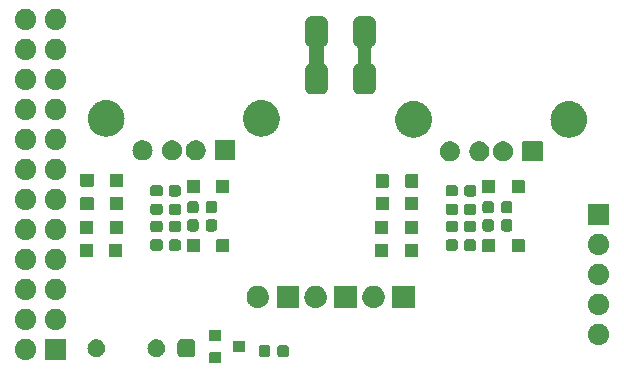
<source format=gts>
G04 #@! TF.GenerationSoftware,KiCad,Pcbnew,7.0.6+dfsg-1*
G04 #@! TF.CreationDate,2023-08-24T18:37:01+02:00*
G04 #@! TF.ProjectId,USB,5553422e-6b69-4636-9164-5f7063625858,rev?*
G04 #@! TF.SameCoordinates,Original*
G04 #@! TF.FileFunction,Soldermask,Top*
G04 #@! TF.FilePolarity,Negative*
%FSLAX46Y46*%
G04 Gerber Fmt 4.6, Leading zero omitted, Abs format (unit mm)*
G04 Created by KiCad (PCBNEW 7.0.6+dfsg-1) date 2023-08-24 18:37:01*
%MOMM*%
%LPD*%
G01*
G04 APERTURE LIST*
G04 APERTURE END LIST*
G36*
X140233517Y-108220882D02*
G01*
X140250062Y-108231938D01*
X140261118Y-108248483D01*
X140265000Y-108268000D01*
X140265000Y-109068000D01*
X140261118Y-109087517D01*
X140250062Y-109104062D01*
X140233517Y-109115118D01*
X140214000Y-109119000D01*
X139314000Y-109119000D01*
X139294483Y-109115118D01*
X139277938Y-109104062D01*
X139266882Y-109087517D01*
X139263000Y-109068000D01*
X139263000Y-108268000D01*
X139266882Y-108248483D01*
X139277938Y-108231938D01*
X139294483Y-108220882D01*
X139314000Y-108217000D01*
X140214000Y-108217000D01*
X140233517Y-108220882D01*
G37*
G36*
X127107517Y-107052882D02*
G01*
X127124062Y-107063938D01*
X127135118Y-107080483D01*
X127139000Y-107100000D01*
X127139000Y-108800000D01*
X127135118Y-108819517D01*
X127124062Y-108836062D01*
X127107517Y-108847118D01*
X127088000Y-108851000D01*
X125388000Y-108851000D01*
X125368483Y-108847118D01*
X125351938Y-108836062D01*
X125340882Y-108819517D01*
X125337000Y-108800000D01*
X125337000Y-107100000D01*
X125340882Y-107080483D01*
X125351938Y-107063938D01*
X125368483Y-107052882D01*
X125388000Y-107049000D01*
X127088000Y-107049000D01*
X127107517Y-107052882D01*
G37*
G36*
X123741983Y-107053936D02*
G01*
X123792180Y-107053936D01*
X123835524Y-107063149D01*
X123873659Y-107066905D01*
X123921566Y-107081437D01*
X123976424Y-107093098D01*
X124011530Y-107108728D01*
X124042566Y-107118143D01*
X124091884Y-107144504D01*
X124148500Y-107169711D01*
X124174822Y-107188835D01*
X124198232Y-107201348D01*
X124245988Y-107240540D01*
X124300887Y-107280427D01*
X124318711Y-107300223D01*
X124334675Y-107313324D01*
X124377572Y-107365594D01*
X124426924Y-107420405D01*
X124437292Y-107438363D01*
X124446651Y-107449767D01*
X124481273Y-107514542D01*
X124521104Y-107583530D01*
X124525685Y-107597630D01*
X124529856Y-107605433D01*
X124552852Y-107681242D01*
X124579311Y-107762672D01*
X124580242Y-107771532D01*
X124581094Y-107774340D01*
X124589384Y-107858513D01*
X124599000Y-107950000D01*
X124589383Y-108041494D01*
X124581094Y-108125659D01*
X124580242Y-108128466D01*
X124579311Y-108137328D01*
X124552848Y-108218771D01*
X124529856Y-108294566D01*
X124525686Y-108302366D01*
X124521104Y-108316470D01*
X124481266Y-108385470D01*
X124446651Y-108450232D01*
X124437294Y-108461633D01*
X124426924Y-108479595D01*
X124377563Y-108534415D01*
X124334675Y-108586675D01*
X124318714Y-108599773D01*
X124300887Y-108619573D01*
X124245977Y-108659467D01*
X124198232Y-108698651D01*
X124174827Y-108711161D01*
X124148500Y-108730289D01*
X124091873Y-108755500D01*
X124042566Y-108781856D01*
X124011537Y-108791268D01*
X123976424Y-108806902D01*
X123921555Y-108818564D01*
X123873659Y-108833094D01*
X123835532Y-108836849D01*
X123792180Y-108846064D01*
X123741973Y-108846064D01*
X123698000Y-108850395D01*
X123654027Y-108846064D01*
X123603820Y-108846064D01*
X123560467Y-108836849D01*
X123522340Y-108833094D01*
X123474441Y-108818563D01*
X123419576Y-108806902D01*
X123384464Y-108791269D01*
X123353433Y-108781856D01*
X123304120Y-108755498D01*
X123247500Y-108730289D01*
X123221175Y-108711163D01*
X123197767Y-108698651D01*
X123150013Y-108659460D01*
X123095113Y-108619573D01*
X123077287Y-108599776D01*
X123061324Y-108586675D01*
X123018425Y-108534402D01*
X122969076Y-108479595D01*
X122958708Y-108461637D01*
X122949348Y-108450232D01*
X122914719Y-108385447D01*
X122874896Y-108316470D01*
X122870315Y-108302371D01*
X122866143Y-108294566D01*
X122843136Y-108218725D01*
X122816689Y-108137328D01*
X122815758Y-108128471D01*
X122814905Y-108125659D01*
X122806601Y-108041349D01*
X122797000Y-107950000D01*
X122806598Y-107858672D01*
X122814905Y-107774340D01*
X122815758Y-107771527D01*
X122816689Y-107762672D01*
X122843132Y-107681288D01*
X122866143Y-107605433D01*
X122870315Y-107597626D01*
X122874896Y-107583530D01*
X122914712Y-107514565D01*
X122949348Y-107449767D01*
X122958710Y-107438359D01*
X122969076Y-107420405D01*
X123018416Y-107365607D01*
X123061324Y-107313324D01*
X123077291Y-107300219D01*
X123095113Y-107280427D01*
X123150002Y-107240546D01*
X123197767Y-107201348D01*
X123221180Y-107188833D01*
X123247500Y-107169711D01*
X123304109Y-107144506D01*
X123353433Y-107118143D01*
X123384471Y-107108727D01*
X123419576Y-107093098D01*
X123474430Y-107081438D01*
X123522340Y-107066905D01*
X123560476Y-107063148D01*
X123603820Y-107053936D01*
X123654016Y-107053936D01*
X123697999Y-107049604D01*
X123741983Y-107053936D01*
G37*
G36*
X144183694Y-107589646D02*
G01*
X144228126Y-107596684D01*
X144233923Y-107599637D01*
X144248479Y-107602533D01*
X144276973Y-107621572D01*
X144302887Y-107634776D01*
X144315278Y-107647167D01*
X144335992Y-107661008D01*
X144349832Y-107681721D01*
X144362223Y-107694112D01*
X144375425Y-107720023D01*
X144394467Y-107748521D01*
X144397362Y-107763078D01*
X144400315Y-107768873D01*
X144407349Y-107813284D01*
X144415000Y-107851750D01*
X144415000Y-108364250D01*
X144407348Y-108402718D01*
X144400315Y-108447126D01*
X144397362Y-108452919D01*
X144394467Y-108467479D01*
X144375423Y-108495979D01*
X144362223Y-108521887D01*
X144349834Y-108534275D01*
X144335992Y-108554992D01*
X144315275Y-108568834D01*
X144302887Y-108581223D01*
X144276979Y-108594423D01*
X144248479Y-108613467D01*
X144233919Y-108616362D01*
X144228126Y-108619315D01*
X144183718Y-108626348D01*
X144145250Y-108634000D01*
X143707750Y-108634000D01*
X143669284Y-108626349D01*
X143624873Y-108619315D01*
X143619078Y-108616362D01*
X143604521Y-108613467D01*
X143576023Y-108594425D01*
X143550112Y-108581223D01*
X143537721Y-108568832D01*
X143517008Y-108554992D01*
X143503167Y-108534278D01*
X143490776Y-108521887D01*
X143477572Y-108495973D01*
X143458533Y-108467479D01*
X143455637Y-108452923D01*
X143452684Y-108447126D01*
X143445646Y-108402694D01*
X143438000Y-108364250D01*
X143438000Y-107851750D01*
X143445646Y-107813309D01*
X143452684Y-107768873D01*
X143455638Y-107763075D01*
X143458533Y-107748521D01*
X143477570Y-107720029D01*
X143490776Y-107694112D01*
X143503169Y-107681718D01*
X143517008Y-107661008D01*
X143537718Y-107647169D01*
X143550112Y-107634776D01*
X143576029Y-107621570D01*
X143604521Y-107602533D01*
X143619075Y-107599638D01*
X143624873Y-107596684D01*
X143669309Y-107589646D01*
X143707750Y-107582000D01*
X144145250Y-107582000D01*
X144183694Y-107589646D01*
G37*
G36*
X145758694Y-107589646D02*
G01*
X145803126Y-107596684D01*
X145808923Y-107599637D01*
X145823479Y-107602533D01*
X145851973Y-107621572D01*
X145877887Y-107634776D01*
X145890278Y-107647167D01*
X145910992Y-107661008D01*
X145924832Y-107681721D01*
X145937223Y-107694112D01*
X145950425Y-107720023D01*
X145969467Y-107748521D01*
X145972362Y-107763078D01*
X145975315Y-107768873D01*
X145982349Y-107813284D01*
X145990000Y-107851750D01*
X145990000Y-108364250D01*
X145982348Y-108402718D01*
X145975315Y-108447126D01*
X145972362Y-108452919D01*
X145969467Y-108467479D01*
X145950423Y-108495979D01*
X145937223Y-108521887D01*
X145924834Y-108534275D01*
X145910992Y-108554992D01*
X145890275Y-108568834D01*
X145877887Y-108581223D01*
X145851979Y-108594423D01*
X145823479Y-108613467D01*
X145808919Y-108616362D01*
X145803126Y-108619315D01*
X145758718Y-108626348D01*
X145720250Y-108634000D01*
X145282750Y-108634000D01*
X145244284Y-108626349D01*
X145199873Y-108619315D01*
X145194078Y-108616362D01*
X145179521Y-108613467D01*
X145151023Y-108594425D01*
X145125112Y-108581223D01*
X145112721Y-108568832D01*
X145092008Y-108554992D01*
X145078167Y-108534278D01*
X145065776Y-108521887D01*
X145052572Y-108495973D01*
X145033533Y-108467479D01*
X145030637Y-108452923D01*
X145027684Y-108447126D01*
X145020646Y-108402694D01*
X145013000Y-108364250D01*
X145013000Y-107851750D01*
X145020646Y-107813309D01*
X145027684Y-107768873D01*
X145030638Y-107763075D01*
X145033533Y-107748521D01*
X145052570Y-107720029D01*
X145065776Y-107694112D01*
X145078169Y-107681718D01*
X145092008Y-107661008D01*
X145112718Y-107647169D01*
X145125112Y-107634776D01*
X145151029Y-107621570D01*
X145179521Y-107602533D01*
X145194075Y-107599638D01*
X145199873Y-107596684D01*
X145244309Y-107589646D01*
X145282750Y-107582000D01*
X145720250Y-107582000D01*
X145758694Y-107589646D01*
G37*
G36*
X129736593Y-107101799D02*
G01*
X129772428Y-107101799D01*
X129812854Y-107110391D01*
X129861113Y-107115829D01*
X129896201Y-107128106D01*
X129925861Y-107134411D01*
X129968599Y-107153440D01*
X130019847Y-107171372D01*
X130046525Y-107188135D01*
X130069155Y-107198211D01*
X130111356Y-107228871D01*
X130162241Y-107260845D01*
X130180511Y-107279115D01*
X130196056Y-107290409D01*
X130234483Y-107333087D01*
X130281155Y-107379759D01*
X130291892Y-107396847D01*
X130301014Y-107406978D01*
X130332216Y-107461022D01*
X130370628Y-107522153D01*
X130375423Y-107535859D01*
X130379444Y-107542822D01*
X130400031Y-107606183D01*
X130426171Y-107680887D01*
X130427162Y-107689684D01*
X130427915Y-107692001D01*
X130434743Y-107756971D01*
X130445000Y-107848000D01*
X130434742Y-107939036D01*
X130427915Y-108003998D01*
X130427162Y-108006314D01*
X130426171Y-108015113D01*
X130400026Y-108089829D01*
X130379444Y-108153177D01*
X130375424Y-108160138D01*
X130370628Y-108173847D01*
X130332209Y-108234988D01*
X130301014Y-108289021D01*
X130291894Y-108299149D01*
X130281155Y-108316241D01*
X130234474Y-108362921D01*
X130196056Y-108405590D01*
X130180514Y-108416881D01*
X130162241Y-108435155D01*
X130111345Y-108467134D01*
X130069155Y-108497788D01*
X130046531Y-108507860D01*
X130019847Y-108524628D01*
X129968589Y-108542563D01*
X129925861Y-108561588D01*
X129896207Y-108567891D01*
X129861113Y-108580171D01*
X129812851Y-108585608D01*
X129772428Y-108594201D01*
X129736593Y-108594201D01*
X129694000Y-108599000D01*
X129651407Y-108594201D01*
X129615572Y-108594201D01*
X129575147Y-108585608D01*
X129526887Y-108580171D01*
X129491793Y-108567891D01*
X129462138Y-108561588D01*
X129419405Y-108542562D01*
X129368153Y-108524628D01*
X129341470Y-108507862D01*
X129318844Y-108497788D01*
X129276646Y-108467130D01*
X129225759Y-108435155D01*
X129207487Y-108416883D01*
X129191943Y-108405590D01*
X129153515Y-108362911D01*
X129106845Y-108316241D01*
X129096107Y-108299152D01*
X129086985Y-108289021D01*
X129055777Y-108234968D01*
X129017372Y-108173847D01*
X129012576Y-108160142D01*
X129008555Y-108153177D01*
X128987959Y-108089789D01*
X128961829Y-108015113D01*
X128960838Y-108006319D01*
X128960084Y-108003998D01*
X128953243Y-107938910D01*
X128943000Y-107848000D01*
X128953240Y-107757109D01*
X128960084Y-107692001D01*
X128960838Y-107689679D01*
X128961829Y-107680887D01*
X128987954Y-107606223D01*
X129008555Y-107542822D01*
X129012577Y-107535854D01*
X129017372Y-107522153D01*
X129055770Y-107461042D01*
X129086985Y-107406978D01*
X129096109Y-107396843D01*
X129106845Y-107379759D01*
X129153506Y-107333097D01*
X129191942Y-107290410D01*
X129207490Y-107279113D01*
X129225759Y-107260845D01*
X129276640Y-107228873D01*
X129318846Y-107198210D01*
X129341476Y-107188133D01*
X129368153Y-107171372D01*
X129419395Y-107153441D01*
X129462138Y-107134411D01*
X129491799Y-107128106D01*
X129526887Y-107115829D01*
X129575144Y-107110391D01*
X129615572Y-107101799D01*
X129651407Y-107101799D01*
X129694000Y-107097000D01*
X129736593Y-107101799D01*
G37*
G36*
X134816593Y-107101799D02*
G01*
X134852428Y-107101799D01*
X134892854Y-107110391D01*
X134941113Y-107115829D01*
X134976201Y-107128106D01*
X135005861Y-107134411D01*
X135048599Y-107153440D01*
X135099847Y-107171372D01*
X135126525Y-107188135D01*
X135149155Y-107198211D01*
X135191356Y-107228871D01*
X135242241Y-107260845D01*
X135260511Y-107279115D01*
X135276056Y-107290409D01*
X135314483Y-107333087D01*
X135361155Y-107379759D01*
X135371892Y-107396847D01*
X135381014Y-107406978D01*
X135412216Y-107461022D01*
X135450628Y-107522153D01*
X135455423Y-107535859D01*
X135459444Y-107542822D01*
X135480031Y-107606183D01*
X135506171Y-107680887D01*
X135507162Y-107689684D01*
X135507915Y-107692001D01*
X135514744Y-107756976D01*
X135525000Y-107848000D01*
X135514742Y-107939042D01*
X135507915Y-108003998D01*
X135507162Y-108006314D01*
X135506171Y-108015113D01*
X135480026Y-108089829D01*
X135459444Y-108153177D01*
X135455424Y-108160138D01*
X135450628Y-108173847D01*
X135412209Y-108234988D01*
X135381014Y-108289021D01*
X135371894Y-108299149D01*
X135361155Y-108316241D01*
X135314474Y-108362921D01*
X135276056Y-108405590D01*
X135260514Y-108416881D01*
X135242241Y-108435155D01*
X135191345Y-108467134D01*
X135149155Y-108497788D01*
X135126531Y-108507860D01*
X135099847Y-108524628D01*
X135048589Y-108542563D01*
X135005861Y-108561588D01*
X134976207Y-108567891D01*
X134941113Y-108580171D01*
X134892851Y-108585608D01*
X134852428Y-108594201D01*
X134816593Y-108594201D01*
X134774000Y-108599000D01*
X134731407Y-108594201D01*
X134695572Y-108594201D01*
X134655147Y-108585608D01*
X134606887Y-108580171D01*
X134571793Y-108567891D01*
X134542138Y-108561588D01*
X134499405Y-108542562D01*
X134448153Y-108524628D01*
X134421470Y-108507862D01*
X134398844Y-108497788D01*
X134356646Y-108467130D01*
X134305759Y-108435155D01*
X134287487Y-108416883D01*
X134271943Y-108405590D01*
X134233515Y-108362911D01*
X134186845Y-108316241D01*
X134176107Y-108299152D01*
X134166985Y-108289021D01*
X134135777Y-108234968D01*
X134097372Y-108173847D01*
X134092576Y-108160142D01*
X134088555Y-108153177D01*
X134067959Y-108089789D01*
X134041829Y-108015113D01*
X134040838Y-108006319D01*
X134040084Y-108003998D01*
X134033243Y-107938910D01*
X134023000Y-107848000D01*
X134033240Y-107757109D01*
X134040084Y-107692001D01*
X134040838Y-107689679D01*
X134041829Y-107680887D01*
X134067954Y-107606223D01*
X134088555Y-107542822D01*
X134092577Y-107535854D01*
X134097372Y-107522153D01*
X134135770Y-107461042D01*
X134166985Y-107406978D01*
X134176109Y-107396843D01*
X134186845Y-107379759D01*
X134233506Y-107333097D01*
X134271942Y-107290410D01*
X134287490Y-107279113D01*
X134305759Y-107260845D01*
X134356640Y-107228873D01*
X134398846Y-107198210D01*
X134421476Y-107188133D01*
X134448153Y-107171372D01*
X134499395Y-107153441D01*
X134542138Y-107134411D01*
X134571799Y-107128106D01*
X134606887Y-107115829D01*
X134655144Y-107110391D01*
X134695572Y-107101799D01*
X134731407Y-107101799D01*
X134774000Y-107097000D01*
X134816593Y-107101799D01*
G37*
G36*
X137833531Y-107104974D02*
G01*
X137849315Y-107111943D01*
X137857085Y-107113174D01*
X137889449Y-107129664D01*
X137934454Y-107149536D01*
X138012464Y-107227546D01*
X138032338Y-107272558D01*
X138048825Y-107304914D01*
X138050055Y-107312681D01*
X138057026Y-107328469D01*
X138065000Y-107397200D01*
X138065000Y-108298800D01*
X138057026Y-108367531D01*
X138050054Y-108383318D01*
X138048825Y-108391085D01*
X138032342Y-108423434D01*
X138012464Y-108468454D01*
X137934454Y-108546464D01*
X137889434Y-108566342D01*
X137857085Y-108582825D01*
X137849318Y-108584055D01*
X137833531Y-108591026D01*
X137764800Y-108599000D01*
X136863200Y-108599000D01*
X136794469Y-108591026D01*
X136778681Y-108584055D01*
X136770914Y-108582825D01*
X136738558Y-108566338D01*
X136693546Y-108546464D01*
X136615536Y-108468454D01*
X136595664Y-108423449D01*
X136579174Y-108391085D01*
X136577943Y-108383315D01*
X136570974Y-108367531D01*
X136563000Y-108298800D01*
X136563000Y-107397200D01*
X136570974Y-107328469D01*
X136577943Y-107312685D01*
X136579174Y-107304914D01*
X136595667Y-107272543D01*
X136615536Y-107227546D01*
X136693546Y-107149536D01*
X136738543Y-107129667D01*
X136770914Y-107113174D01*
X136778685Y-107111943D01*
X136794469Y-107104974D01*
X136863200Y-107097000D01*
X137764800Y-107097000D01*
X137833531Y-107104974D01*
G37*
G36*
X142233517Y-107270882D02*
G01*
X142250062Y-107281938D01*
X142261118Y-107298483D01*
X142265000Y-107318000D01*
X142265000Y-108118000D01*
X142261118Y-108137517D01*
X142250062Y-108154062D01*
X142233517Y-108165118D01*
X142214000Y-108169000D01*
X141314000Y-108169000D01*
X141294483Y-108165118D01*
X141277938Y-108154062D01*
X141266882Y-108137517D01*
X141263000Y-108118000D01*
X141263000Y-107318000D01*
X141266882Y-107298483D01*
X141277938Y-107281938D01*
X141294483Y-107270882D01*
X141314000Y-107267000D01*
X142214000Y-107267000D01*
X142233517Y-107270882D01*
G37*
G36*
X172255983Y-105783936D02*
G01*
X172306180Y-105783936D01*
X172349524Y-105793149D01*
X172387659Y-105796905D01*
X172435566Y-105811437D01*
X172490424Y-105823098D01*
X172525530Y-105838728D01*
X172556566Y-105848143D01*
X172605884Y-105874504D01*
X172662500Y-105899711D01*
X172688822Y-105918835D01*
X172712232Y-105931348D01*
X172759988Y-105970540D01*
X172814887Y-106010427D01*
X172832711Y-106030223D01*
X172848675Y-106043324D01*
X172891572Y-106095594D01*
X172940924Y-106150405D01*
X172951292Y-106168363D01*
X172960651Y-106179767D01*
X172995273Y-106244542D01*
X173035104Y-106313530D01*
X173039685Y-106327630D01*
X173043856Y-106335433D01*
X173066852Y-106411242D01*
X173093311Y-106492672D01*
X173094242Y-106501532D01*
X173095094Y-106504340D01*
X173103385Y-106588520D01*
X173113000Y-106680000D01*
X173103382Y-106771501D01*
X173095094Y-106855659D01*
X173094242Y-106858466D01*
X173093311Y-106867328D01*
X173066848Y-106948771D01*
X173043856Y-107024566D01*
X173039686Y-107032366D01*
X173035104Y-107046470D01*
X172995266Y-107115470D01*
X172960651Y-107180232D01*
X172951294Y-107191633D01*
X172940924Y-107209595D01*
X172891563Y-107264415D01*
X172848675Y-107316675D01*
X172832714Y-107329773D01*
X172814887Y-107349573D01*
X172759977Y-107389467D01*
X172712232Y-107428651D01*
X172688827Y-107441161D01*
X172662500Y-107460289D01*
X172605873Y-107485500D01*
X172556566Y-107511856D01*
X172525537Y-107521268D01*
X172490424Y-107536902D01*
X172435555Y-107548564D01*
X172387659Y-107563094D01*
X172349533Y-107566849D01*
X172306180Y-107576064D01*
X172255972Y-107576064D01*
X172211999Y-107580395D01*
X172168026Y-107576064D01*
X172117820Y-107576064D01*
X172074467Y-107566849D01*
X172036340Y-107563094D01*
X171988441Y-107548563D01*
X171933576Y-107536902D01*
X171898464Y-107521269D01*
X171867433Y-107511856D01*
X171818120Y-107485498D01*
X171761500Y-107460289D01*
X171735175Y-107441163D01*
X171711767Y-107428651D01*
X171664013Y-107389460D01*
X171609113Y-107349573D01*
X171591287Y-107329776D01*
X171575324Y-107316675D01*
X171532425Y-107264402D01*
X171483076Y-107209595D01*
X171472708Y-107191637D01*
X171463348Y-107180232D01*
X171428719Y-107115447D01*
X171388896Y-107046470D01*
X171384315Y-107032371D01*
X171380143Y-107024566D01*
X171357136Y-106948725D01*
X171330689Y-106867328D01*
X171329758Y-106858471D01*
X171328905Y-106855659D01*
X171320601Y-106771349D01*
X171311000Y-106680000D01*
X171320598Y-106588672D01*
X171328905Y-106504340D01*
X171329758Y-106501527D01*
X171330689Y-106492672D01*
X171357132Y-106411288D01*
X171380143Y-106335433D01*
X171384315Y-106327626D01*
X171388896Y-106313530D01*
X171428712Y-106244565D01*
X171463348Y-106179767D01*
X171472710Y-106168359D01*
X171483076Y-106150405D01*
X171532416Y-106095607D01*
X171575324Y-106043324D01*
X171591291Y-106030219D01*
X171609113Y-106010427D01*
X171664002Y-105970546D01*
X171711767Y-105931348D01*
X171735180Y-105918833D01*
X171761500Y-105899711D01*
X171818109Y-105874506D01*
X171867433Y-105848143D01*
X171898471Y-105838727D01*
X171933576Y-105823098D01*
X171988430Y-105811438D01*
X172036340Y-105796905D01*
X172074476Y-105793148D01*
X172117820Y-105783936D01*
X172168016Y-105783936D01*
X172211999Y-105779604D01*
X172255983Y-105783936D01*
G37*
G36*
X140233517Y-106320882D02*
G01*
X140250062Y-106331938D01*
X140261118Y-106348483D01*
X140265000Y-106368000D01*
X140265000Y-107168000D01*
X140261118Y-107187517D01*
X140250062Y-107204062D01*
X140233517Y-107215118D01*
X140214000Y-107219000D01*
X139314000Y-107219000D01*
X139294483Y-107215118D01*
X139277938Y-107204062D01*
X139266882Y-107187517D01*
X139263000Y-107168000D01*
X139263000Y-106368000D01*
X139266882Y-106348483D01*
X139277938Y-106331938D01*
X139294483Y-106320882D01*
X139314000Y-106317000D01*
X140214000Y-106317000D01*
X140233517Y-106320882D01*
G37*
G36*
X123741983Y-104513936D02*
G01*
X123792180Y-104513936D01*
X123835524Y-104523149D01*
X123873659Y-104526905D01*
X123921566Y-104541437D01*
X123976424Y-104553098D01*
X124011530Y-104568728D01*
X124042566Y-104578143D01*
X124091884Y-104604504D01*
X124148500Y-104629711D01*
X124174822Y-104648835D01*
X124198232Y-104661348D01*
X124245988Y-104700540D01*
X124300887Y-104740427D01*
X124318711Y-104760223D01*
X124334675Y-104773324D01*
X124377572Y-104825594D01*
X124426924Y-104880405D01*
X124437292Y-104898363D01*
X124446651Y-104909767D01*
X124481273Y-104974542D01*
X124521104Y-105043530D01*
X124525685Y-105057630D01*
X124529856Y-105065433D01*
X124552852Y-105141242D01*
X124579311Y-105222672D01*
X124580242Y-105231532D01*
X124581094Y-105234340D01*
X124589384Y-105318513D01*
X124599000Y-105410000D01*
X124589383Y-105501494D01*
X124581094Y-105585659D01*
X124580242Y-105588466D01*
X124579311Y-105597328D01*
X124552848Y-105678771D01*
X124529856Y-105754566D01*
X124525686Y-105762366D01*
X124521104Y-105776470D01*
X124481266Y-105845470D01*
X124446651Y-105910232D01*
X124437294Y-105921633D01*
X124426924Y-105939595D01*
X124377563Y-105994415D01*
X124334675Y-106046675D01*
X124318714Y-106059773D01*
X124300887Y-106079573D01*
X124245977Y-106119467D01*
X124198232Y-106158651D01*
X124174827Y-106171161D01*
X124148500Y-106190289D01*
X124091873Y-106215500D01*
X124042566Y-106241856D01*
X124011537Y-106251268D01*
X123976424Y-106266902D01*
X123921555Y-106278564D01*
X123873659Y-106293094D01*
X123835532Y-106296849D01*
X123792180Y-106306064D01*
X123741973Y-106306064D01*
X123698000Y-106310395D01*
X123654027Y-106306064D01*
X123603820Y-106306064D01*
X123560467Y-106296849D01*
X123522340Y-106293094D01*
X123474441Y-106278563D01*
X123419576Y-106266902D01*
X123384464Y-106251269D01*
X123353433Y-106241856D01*
X123304120Y-106215498D01*
X123247500Y-106190289D01*
X123221175Y-106171163D01*
X123197767Y-106158651D01*
X123150013Y-106119460D01*
X123095113Y-106079573D01*
X123077287Y-106059776D01*
X123061324Y-106046675D01*
X123018425Y-105994402D01*
X122969076Y-105939595D01*
X122958708Y-105921637D01*
X122949348Y-105910232D01*
X122914719Y-105845447D01*
X122874896Y-105776470D01*
X122870315Y-105762371D01*
X122866143Y-105754566D01*
X122843136Y-105678725D01*
X122816689Y-105597328D01*
X122815758Y-105588471D01*
X122814905Y-105585659D01*
X122806600Y-105501342D01*
X122797000Y-105410000D01*
X122806599Y-105318664D01*
X122814905Y-105234340D01*
X122815758Y-105231527D01*
X122816689Y-105222672D01*
X122843132Y-105141288D01*
X122866143Y-105065433D01*
X122870315Y-105057626D01*
X122874896Y-105043530D01*
X122914712Y-104974565D01*
X122949348Y-104909767D01*
X122958710Y-104898359D01*
X122969076Y-104880405D01*
X123018416Y-104825607D01*
X123061324Y-104773324D01*
X123077291Y-104760219D01*
X123095113Y-104740427D01*
X123150002Y-104700546D01*
X123197767Y-104661348D01*
X123221180Y-104648833D01*
X123247500Y-104629711D01*
X123304109Y-104604506D01*
X123353433Y-104578143D01*
X123384471Y-104568727D01*
X123419576Y-104553098D01*
X123474430Y-104541438D01*
X123522340Y-104526905D01*
X123560476Y-104523148D01*
X123603820Y-104513936D01*
X123654016Y-104513936D01*
X123698000Y-104509604D01*
X123741983Y-104513936D01*
G37*
G36*
X126281983Y-104513936D02*
G01*
X126332180Y-104513936D01*
X126375524Y-104523149D01*
X126413659Y-104526905D01*
X126461566Y-104541437D01*
X126516424Y-104553098D01*
X126551530Y-104568728D01*
X126582566Y-104578143D01*
X126631884Y-104604504D01*
X126688500Y-104629711D01*
X126714822Y-104648835D01*
X126738232Y-104661348D01*
X126785988Y-104700540D01*
X126840887Y-104740427D01*
X126858711Y-104760223D01*
X126874675Y-104773324D01*
X126917572Y-104825594D01*
X126966924Y-104880405D01*
X126977292Y-104898363D01*
X126986651Y-104909767D01*
X127021273Y-104974542D01*
X127061104Y-105043530D01*
X127065685Y-105057630D01*
X127069856Y-105065433D01*
X127092852Y-105141242D01*
X127119311Y-105222672D01*
X127120242Y-105231532D01*
X127121094Y-105234340D01*
X127129384Y-105318513D01*
X127139000Y-105410000D01*
X127129383Y-105501494D01*
X127121094Y-105585659D01*
X127120242Y-105588466D01*
X127119311Y-105597328D01*
X127092848Y-105678771D01*
X127069856Y-105754566D01*
X127065686Y-105762366D01*
X127061104Y-105776470D01*
X127021266Y-105845470D01*
X126986651Y-105910232D01*
X126977294Y-105921633D01*
X126966924Y-105939595D01*
X126917563Y-105994415D01*
X126874675Y-106046675D01*
X126858714Y-106059773D01*
X126840887Y-106079573D01*
X126785977Y-106119467D01*
X126738232Y-106158651D01*
X126714827Y-106171161D01*
X126688500Y-106190289D01*
X126631873Y-106215500D01*
X126582566Y-106241856D01*
X126551537Y-106251268D01*
X126516424Y-106266902D01*
X126461555Y-106278564D01*
X126413659Y-106293094D01*
X126375532Y-106296849D01*
X126332180Y-106306064D01*
X126281973Y-106306064D01*
X126238000Y-106310395D01*
X126194027Y-106306064D01*
X126143820Y-106306064D01*
X126100467Y-106296849D01*
X126062340Y-106293094D01*
X126014441Y-106278563D01*
X125959576Y-106266902D01*
X125924464Y-106251269D01*
X125893433Y-106241856D01*
X125844120Y-106215498D01*
X125787500Y-106190289D01*
X125761175Y-106171163D01*
X125737767Y-106158651D01*
X125690013Y-106119460D01*
X125635113Y-106079573D01*
X125617287Y-106059776D01*
X125601324Y-106046675D01*
X125558425Y-105994402D01*
X125509076Y-105939595D01*
X125498708Y-105921637D01*
X125489348Y-105910232D01*
X125454719Y-105845447D01*
X125414896Y-105776470D01*
X125410315Y-105762371D01*
X125406143Y-105754566D01*
X125383136Y-105678725D01*
X125356689Y-105597328D01*
X125355758Y-105588471D01*
X125354905Y-105585659D01*
X125346601Y-105501349D01*
X125337000Y-105410000D01*
X125346598Y-105318672D01*
X125354905Y-105234340D01*
X125355758Y-105231527D01*
X125356689Y-105222672D01*
X125383132Y-105141288D01*
X125406143Y-105065433D01*
X125410315Y-105057626D01*
X125414896Y-105043530D01*
X125454712Y-104974565D01*
X125489348Y-104909767D01*
X125498710Y-104898359D01*
X125509076Y-104880405D01*
X125558416Y-104825607D01*
X125601324Y-104773324D01*
X125617291Y-104760219D01*
X125635113Y-104740427D01*
X125690002Y-104700546D01*
X125737767Y-104661348D01*
X125761180Y-104648833D01*
X125787500Y-104629711D01*
X125844109Y-104604506D01*
X125893433Y-104578143D01*
X125924471Y-104568727D01*
X125959576Y-104553098D01*
X126014430Y-104541438D01*
X126062340Y-104526905D01*
X126100476Y-104523148D01*
X126143820Y-104513936D01*
X126194016Y-104513936D01*
X126237999Y-104509604D01*
X126281983Y-104513936D01*
G37*
G36*
X172255983Y-103243936D02*
G01*
X172306180Y-103243936D01*
X172349524Y-103253149D01*
X172387659Y-103256905D01*
X172435566Y-103271437D01*
X172490424Y-103283098D01*
X172525530Y-103298728D01*
X172556566Y-103308143D01*
X172605884Y-103334504D01*
X172662500Y-103359711D01*
X172688822Y-103378835D01*
X172712232Y-103391348D01*
X172759988Y-103430540D01*
X172814887Y-103470427D01*
X172832711Y-103490223D01*
X172848675Y-103503324D01*
X172891572Y-103555594D01*
X172940924Y-103610405D01*
X172951292Y-103628363D01*
X172960651Y-103639767D01*
X172995273Y-103704542D01*
X173035104Y-103773530D01*
X173039685Y-103787630D01*
X173043856Y-103795433D01*
X173066852Y-103871242D01*
X173093311Y-103952672D01*
X173094242Y-103961532D01*
X173095094Y-103964340D01*
X173103384Y-104048513D01*
X173113000Y-104140000D01*
X173103383Y-104231494D01*
X173095094Y-104315659D01*
X173094242Y-104318466D01*
X173093311Y-104327328D01*
X173066848Y-104408771D01*
X173043856Y-104484566D01*
X173039686Y-104492366D01*
X173035104Y-104506470D01*
X172995266Y-104575470D01*
X172960651Y-104640232D01*
X172951294Y-104651633D01*
X172940924Y-104669595D01*
X172891563Y-104724415D01*
X172848675Y-104776675D01*
X172832714Y-104789773D01*
X172814887Y-104809573D01*
X172759977Y-104849467D01*
X172712232Y-104888651D01*
X172688827Y-104901161D01*
X172662500Y-104920289D01*
X172605873Y-104945500D01*
X172556566Y-104971856D01*
X172525537Y-104981268D01*
X172490424Y-104996902D01*
X172435555Y-105008564D01*
X172387659Y-105023094D01*
X172349532Y-105026849D01*
X172306180Y-105036064D01*
X172255973Y-105036064D01*
X172212000Y-105040395D01*
X172168027Y-105036064D01*
X172117820Y-105036064D01*
X172074467Y-105026849D01*
X172036340Y-105023094D01*
X171988441Y-105008563D01*
X171933576Y-104996902D01*
X171898464Y-104981269D01*
X171867433Y-104971856D01*
X171818120Y-104945498D01*
X171761500Y-104920289D01*
X171735175Y-104901163D01*
X171711767Y-104888651D01*
X171664013Y-104849460D01*
X171609113Y-104809573D01*
X171591287Y-104789776D01*
X171575324Y-104776675D01*
X171532425Y-104724402D01*
X171483076Y-104669595D01*
X171472708Y-104651637D01*
X171463348Y-104640232D01*
X171428719Y-104575447D01*
X171388896Y-104506470D01*
X171384315Y-104492371D01*
X171380143Y-104484566D01*
X171357136Y-104408725D01*
X171330689Y-104327328D01*
X171329758Y-104318471D01*
X171328905Y-104315659D01*
X171320601Y-104231349D01*
X171311000Y-104140000D01*
X171320598Y-104048672D01*
X171328905Y-103964340D01*
X171329758Y-103961527D01*
X171330689Y-103952672D01*
X171357132Y-103871288D01*
X171380143Y-103795433D01*
X171384315Y-103787626D01*
X171388896Y-103773530D01*
X171428712Y-103704565D01*
X171463348Y-103639767D01*
X171472710Y-103628359D01*
X171483076Y-103610405D01*
X171532416Y-103555607D01*
X171575324Y-103503324D01*
X171591291Y-103490219D01*
X171609113Y-103470427D01*
X171664002Y-103430546D01*
X171711767Y-103391348D01*
X171735180Y-103378833D01*
X171761500Y-103359711D01*
X171818109Y-103334506D01*
X171867433Y-103308143D01*
X171898471Y-103298727D01*
X171933576Y-103283098D01*
X171988430Y-103271438D01*
X172036340Y-103256905D01*
X172074476Y-103253148D01*
X172117820Y-103243936D01*
X172168016Y-103243936D01*
X172211999Y-103239604D01*
X172255983Y-103243936D01*
G37*
G36*
X143406604Y-102553590D02*
G01*
X143447696Y-102553590D01*
X143493456Y-102562144D01*
X143545531Y-102567273D01*
X143585091Y-102579273D01*
X143620111Y-102585820D01*
X143668617Y-102604611D01*
X143723932Y-102621391D01*
X143755534Y-102638282D01*
X143783656Y-102649177D01*
X143832513Y-102679428D01*
X143888347Y-102709272D01*
X143911809Y-102728526D01*
X143932784Y-102741514D01*
X143979256Y-102783879D01*
X144032459Y-102827541D01*
X144048224Y-102846751D01*
X144062400Y-102859674D01*
X144103557Y-102914174D01*
X144150728Y-102971653D01*
X144159848Y-102988717D01*
X144168099Y-102999642D01*
X144200925Y-103065566D01*
X144238609Y-103136068D01*
X144242628Y-103149316D01*
X144246282Y-103156655D01*
X144267864Y-103232507D01*
X144292727Y-103314469D01*
X144293543Y-103322762D01*
X144294280Y-103325350D01*
X144301937Y-103407982D01*
X144311000Y-103500000D01*
X144301936Y-103592026D01*
X144294280Y-103674649D01*
X144293544Y-103677235D01*
X144292727Y-103685531D01*
X144267859Y-103767507D01*
X144246282Y-103843344D01*
X144242628Y-103850680D01*
X144238609Y-103863932D01*
X144200917Y-103934447D01*
X144168099Y-104000357D01*
X144159850Y-104011279D01*
X144150728Y-104028347D01*
X144103547Y-104085836D01*
X144062400Y-104140325D01*
X144048227Y-104153244D01*
X144032459Y-104172459D01*
X143979245Y-104216129D01*
X143932784Y-104258485D01*
X143911814Y-104271469D01*
X143888347Y-104290728D01*
X143832502Y-104320577D01*
X143783656Y-104350822D01*
X143755541Y-104361713D01*
X143723932Y-104378609D01*
X143668605Y-104395392D01*
X143620111Y-104414179D01*
X143585098Y-104420724D01*
X143545531Y-104432727D01*
X143493453Y-104437856D01*
X143447696Y-104446410D01*
X143406604Y-104446410D01*
X143360000Y-104451000D01*
X143313396Y-104446410D01*
X143272304Y-104446410D01*
X143226545Y-104437856D01*
X143174469Y-104432727D01*
X143134902Y-104420724D01*
X143099888Y-104414179D01*
X143051389Y-104395390D01*
X142996068Y-104378609D01*
X142964461Y-104361714D01*
X142936343Y-104350822D01*
X142887490Y-104320573D01*
X142831653Y-104290728D01*
X142808188Y-104271471D01*
X142787215Y-104258485D01*
X142740744Y-104216121D01*
X142687541Y-104172459D01*
X142671775Y-104153248D01*
X142657599Y-104140325D01*
X142616439Y-104085821D01*
X142569272Y-104028347D01*
X142560151Y-104011284D01*
X142551900Y-104000357D01*
X142519067Y-103934420D01*
X142481391Y-103863932D01*
X142477372Y-103850685D01*
X142473717Y-103843344D01*
X142452124Y-103767454D01*
X142427273Y-103685531D01*
X142426456Y-103677241D01*
X142425719Y-103674649D01*
X142418046Y-103591854D01*
X142409000Y-103500000D01*
X142418045Y-103408153D01*
X142425719Y-103325350D01*
X142426456Y-103322757D01*
X142427273Y-103314469D01*
X142452119Y-103232560D01*
X142473717Y-103156655D01*
X142477373Y-103149311D01*
X142481391Y-103136068D01*
X142519060Y-103065593D01*
X142551900Y-102999642D01*
X142560153Y-102988712D01*
X142569272Y-102971653D01*
X142616430Y-102914190D01*
X142657599Y-102859674D01*
X142671778Y-102846747D01*
X142687541Y-102827541D01*
X142740733Y-102783887D01*
X142787215Y-102741514D01*
X142808193Y-102728524D01*
X142831653Y-102709272D01*
X142887478Y-102679432D01*
X142936343Y-102649177D01*
X142964467Y-102638281D01*
X142996068Y-102621391D01*
X143051377Y-102604612D01*
X143099888Y-102585820D01*
X143134909Y-102579273D01*
X143174469Y-102567273D01*
X143226542Y-102562144D01*
X143272304Y-102553590D01*
X143313396Y-102553590D01*
X143360000Y-102549000D01*
X143406604Y-102553590D01*
G37*
G36*
X146819517Y-102552882D02*
G01*
X146836062Y-102563938D01*
X146847118Y-102580483D01*
X146851000Y-102600000D01*
X146851000Y-104400000D01*
X146847118Y-104419517D01*
X146836062Y-104436062D01*
X146819517Y-104447118D01*
X146800000Y-104451000D01*
X145000000Y-104451000D01*
X144980483Y-104447118D01*
X144963938Y-104436062D01*
X144952882Y-104419517D01*
X144949000Y-104400000D01*
X144949000Y-102600000D01*
X144952882Y-102580483D01*
X144963938Y-102563938D01*
X144980483Y-102552882D01*
X145000000Y-102549000D01*
X146800000Y-102549000D01*
X146819517Y-102552882D01*
G37*
G36*
X148306604Y-102553590D02*
G01*
X148347696Y-102553590D01*
X148393456Y-102562144D01*
X148445531Y-102567273D01*
X148485091Y-102579273D01*
X148520111Y-102585820D01*
X148568617Y-102604611D01*
X148623932Y-102621391D01*
X148655534Y-102638282D01*
X148683656Y-102649177D01*
X148732513Y-102679428D01*
X148788347Y-102709272D01*
X148811809Y-102728526D01*
X148832784Y-102741514D01*
X148879256Y-102783879D01*
X148932459Y-102827541D01*
X148948224Y-102846751D01*
X148962400Y-102859674D01*
X149003557Y-102914174D01*
X149050728Y-102971653D01*
X149059848Y-102988717D01*
X149068099Y-102999642D01*
X149100925Y-103065566D01*
X149138609Y-103136068D01*
X149142628Y-103149316D01*
X149146282Y-103156655D01*
X149167864Y-103232507D01*
X149192727Y-103314469D01*
X149193543Y-103322762D01*
X149194280Y-103325350D01*
X149201937Y-103407982D01*
X149211000Y-103500000D01*
X149201936Y-103592026D01*
X149194280Y-103674649D01*
X149193544Y-103677235D01*
X149192727Y-103685531D01*
X149167859Y-103767507D01*
X149146282Y-103843344D01*
X149142628Y-103850680D01*
X149138609Y-103863932D01*
X149100917Y-103934447D01*
X149068099Y-104000357D01*
X149059850Y-104011279D01*
X149050728Y-104028347D01*
X149003547Y-104085836D01*
X148962400Y-104140325D01*
X148948227Y-104153244D01*
X148932459Y-104172459D01*
X148879245Y-104216129D01*
X148832784Y-104258485D01*
X148811814Y-104271469D01*
X148788347Y-104290728D01*
X148732502Y-104320577D01*
X148683656Y-104350822D01*
X148655541Y-104361713D01*
X148623932Y-104378609D01*
X148568605Y-104395392D01*
X148520111Y-104414179D01*
X148485098Y-104420724D01*
X148445531Y-104432727D01*
X148393453Y-104437856D01*
X148347696Y-104446410D01*
X148306604Y-104446410D01*
X148260000Y-104451000D01*
X148213396Y-104446410D01*
X148172304Y-104446410D01*
X148126545Y-104437856D01*
X148074469Y-104432727D01*
X148034902Y-104420724D01*
X147999888Y-104414179D01*
X147951389Y-104395390D01*
X147896068Y-104378609D01*
X147864461Y-104361714D01*
X147836343Y-104350822D01*
X147787490Y-104320573D01*
X147731653Y-104290728D01*
X147708188Y-104271471D01*
X147687215Y-104258485D01*
X147640744Y-104216121D01*
X147587541Y-104172459D01*
X147571775Y-104153248D01*
X147557599Y-104140325D01*
X147516439Y-104085821D01*
X147469272Y-104028347D01*
X147460151Y-104011284D01*
X147451900Y-104000357D01*
X147419067Y-103934420D01*
X147381391Y-103863932D01*
X147377372Y-103850685D01*
X147373717Y-103843344D01*
X147352124Y-103767454D01*
X147327273Y-103685531D01*
X147326456Y-103677241D01*
X147325719Y-103674649D01*
X147318047Y-103591862D01*
X147309000Y-103500000D01*
X147318045Y-103408161D01*
X147325719Y-103325350D01*
X147326456Y-103322757D01*
X147327273Y-103314469D01*
X147352119Y-103232560D01*
X147373717Y-103156655D01*
X147377373Y-103149311D01*
X147381391Y-103136068D01*
X147419060Y-103065593D01*
X147451900Y-102999642D01*
X147460153Y-102988712D01*
X147469272Y-102971653D01*
X147516430Y-102914190D01*
X147557599Y-102859674D01*
X147571778Y-102846747D01*
X147587541Y-102827541D01*
X147640733Y-102783887D01*
X147687215Y-102741514D01*
X147708193Y-102728524D01*
X147731653Y-102709272D01*
X147787478Y-102679432D01*
X147836343Y-102649177D01*
X147864467Y-102638281D01*
X147896068Y-102621391D01*
X147951377Y-102604612D01*
X147999888Y-102585820D01*
X148034909Y-102579273D01*
X148074469Y-102567273D01*
X148126542Y-102562144D01*
X148172304Y-102553590D01*
X148213396Y-102553590D01*
X148260000Y-102549000D01*
X148306604Y-102553590D01*
G37*
G36*
X151719517Y-102552882D02*
G01*
X151736062Y-102563938D01*
X151747118Y-102580483D01*
X151751000Y-102600000D01*
X151751000Y-104400000D01*
X151747118Y-104419517D01*
X151736062Y-104436062D01*
X151719517Y-104447118D01*
X151700000Y-104451000D01*
X149900000Y-104451000D01*
X149880483Y-104447118D01*
X149863938Y-104436062D01*
X149852882Y-104419517D01*
X149849000Y-104400000D01*
X149849000Y-102600000D01*
X149852882Y-102580483D01*
X149863938Y-102563938D01*
X149880483Y-102552882D01*
X149900000Y-102549000D01*
X151700000Y-102549000D01*
X151719517Y-102552882D01*
G37*
G36*
X153206604Y-102553590D02*
G01*
X153247696Y-102553590D01*
X153293456Y-102562144D01*
X153345531Y-102567273D01*
X153385091Y-102579273D01*
X153420111Y-102585820D01*
X153468617Y-102604611D01*
X153523932Y-102621391D01*
X153555534Y-102638282D01*
X153583656Y-102649177D01*
X153632513Y-102679428D01*
X153688347Y-102709272D01*
X153711809Y-102728526D01*
X153732784Y-102741514D01*
X153779256Y-102783879D01*
X153832459Y-102827541D01*
X153848224Y-102846751D01*
X153862400Y-102859674D01*
X153903557Y-102914174D01*
X153950728Y-102971653D01*
X153959848Y-102988717D01*
X153968099Y-102999642D01*
X154000925Y-103065566D01*
X154038609Y-103136068D01*
X154042628Y-103149316D01*
X154046282Y-103156655D01*
X154067864Y-103232507D01*
X154092727Y-103314469D01*
X154093543Y-103322762D01*
X154094280Y-103325350D01*
X154101937Y-103407982D01*
X154111000Y-103500000D01*
X154101936Y-103592026D01*
X154094280Y-103674649D01*
X154093544Y-103677235D01*
X154092727Y-103685531D01*
X154067859Y-103767507D01*
X154046282Y-103843344D01*
X154042628Y-103850680D01*
X154038609Y-103863932D01*
X154000917Y-103934447D01*
X153968099Y-104000357D01*
X153959850Y-104011279D01*
X153950728Y-104028347D01*
X153903547Y-104085836D01*
X153862400Y-104140325D01*
X153848227Y-104153244D01*
X153832459Y-104172459D01*
X153779245Y-104216129D01*
X153732784Y-104258485D01*
X153711814Y-104271469D01*
X153688347Y-104290728D01*
X153632502Y-104320577D01*
X153583656Y-104350822D01*
X153555541Y-104361713D01*
X153523932Y-104378609D01*
X153468605Y-104395392D01*
X153420111Y-104414179D01*
X153385098Y-104420724D01*
X153345531Y-104432727D01*
X153293453Y-104437856D01*
X153247696Y-104446410D01*
X153206604Y-104446410D01*
X153160000Y-104451000D01*
X153113396Y-104446410D01*
X153072304Y-104446410D01*
X153026545Y-104437856D01*
X152974469Y-104432727D01*
X152934902Y-104420724D01*
X152899888Y-104414179D01*
X152851389Y-104395390D01*
X152796068Y-104378609D01*
X152764461Y-104361714D01*
X152736343Y-104350822D01*
X152687490Y-104320573D01*
X152631653Y-104290728D01*
X152608188Y-104271471D01*
X152587215Y-104258485D01*
X152540744Y-104216121D01*
X152487541Y-104172459D01*
X152471775Y-104153248D01*
X152457599Y-104140325D01*
X152416439Y-104085821D01*
X152369272Y-104028347D01*
X152360151Y-104011284D01*
X152351900Y-104000357D01*
X152319067Y-103934420D01*
X152281391Y-103863932D01*
X152277372Y-103850685D01*
X152273717Y-103843344D01*
X152252124Y-103767454D01*
X152227273Y-103685531D01*
X152226456Y-103677241D01*
X152225719Y-103674649D01*
X152218046Y-103591854D01*
X152209000Y-103500000D01*
X152218045Y-103408153D01*
X152225719Y-103325350D01*
X152226456Y-103322757D01*
X152227273Y-103314469D01*
X152252119Y-103232560D01*
X152273717Y-103156655D01*
X152277373Y-103149311D01*
X152281391Y-103136068D01*
X152319060Y-103065593D01*
X152351900Y-102999642D01*
X152360153Y-102988712D01*
X152369272Y-102971653D01*
X152416430Y-102914190D01*
X152457599Y-102859674D01*
X152471778Y-102846747D01*
X152487541Y-102827541D01*
X152540733Y-102783887D01*
X152587215Y-102741514D01*
X152608193Y-102728524D01*
X152631653Y-102709272D01*
X152687478Y-102679432D01*
X152736343Y-102649177D01*
X152764467Y-102638281D01*
X152796068Y-102621391D01*
X152851377Y-102604612D01*
X152899888Y-102585820D01*
X152934909Y-102579273D01*
X152974469Y-102567273D01*
X153026542Y-102562144D01*
X153072304Y-102553590D01*
X153113396Y-102553590D01*
X153160000Y-102549000D01*
X153206604Y-102553590D01*
G37*
G36*
X156619517Y-102552882D02*
G01*
X156636062Y-102563938D01*
X156647118Y-102580483D01*
X156651000Y-102600000D01*
X156651000Y-104400000D01*
X156647118Y-104419517D01*
X156636062Y-104436062D01*
X156619517Y-104447118D01*
X156600000Y-104451000D01*
X154800000Y-104451000D01*
X154780483Y-104447118D01*
X154763938Y-104436062D01*
X154752882Y-104419517D01*
X154749000Y-104400000D01*
X154749000Y-102600000D01*
X154752882Y-102580483D01*
X154763938Y-102563938D01*
X154780483Y-102552882D01*
X154800000Y-102549000D01*
X156600000Y-102549000D01*
X156619517Y-102552882D01*
G37*
G36*
X123741983Y-101973936D02*
G01*
X123792180Y-101973936D01*
X123835524Y-101983149D01*
X123873659Y-101986905D01*
X123921566Y-102001437D01*
X123976424Y-102013098D01*
X124011530Y-102028728D01*
X124042566Y-102038143D01*
X124091884Y-102064504D01*
X124148500Y-102089711D01*
X124174822Y-102108835D01*
X124198232Y-102121348D01*
X124245988Y-102160540D01*
X124300887Y-102200427D01*
X124318711Y-102220223D01*
X124334675Y-102233324D01*
X124377572Y-102285594D01*
X124426924Y-102340405D01*
X124437292Y-102358363D01*
X124446651Y-102369767D01*
X124481273Y-102434542D01*
X124521104Y-102503530D01*
X124525685Y-102517630D01*
X124529856Y-102525433D01*
X124552852Y-102601242D01*
X124579311Y-102682672D01*
X124580242Y-102691532D01*
X124581094Y-102694340D01*
X124589384Y-102778513D01*
X124599000Y-102870000D01*
X124589383Y-102961494D01*
X124581094Y-103045659D01*
X124580242Y-103048466D01*
X124579311Y-103057328D01*
X124552848Y-103138771D01*
X124529856Y-103214566D01*
X124525686Y-103222366D01*
X124521104Y-103236470D01*
X124481266Y-103305470D01*
X124446651Y-103370232D01*
X124437294Y-103381633D01*
X124426924Y-103399595D01*
X124377563Y-103454415D01*
X124334675Y-103506675D01*
X124318714Y-103519773D01*
X124300887Y-103539573D01*
X124245977Y-103579467D01*
X124198232Y-103618651D01*
X124174827Y-103631161D01*
X124148500Y-103650289D01*
X124091873Y-103675500D01*
X124042566Y-103701856D01*
X124011537Y-103711268D01*
X123976424Y-103726902D01*
X123921555Y-103738564D01*
X123873659Y-103753094D01*
X123835532Y-103756849D01*
X123792180Y-103766064D01*
X123741973Y-103766064D01*
X123698000Y-103770395D01*
X123654027Y-103766064D01*
X123603820Y-103766064D01*
X123560467Y-103756849D01*
X123522340Y-103753094D01*
X123474441Y-103738563D01*
X123419576Y-103726902D01*
X123384464Y-103711269D01*
X123353433Y-103701856D01*
X123304120Y-103675498D01*
X123247500Y-103650289D01*
X123221175Y-103631163D01*
X123197767Y-103618651D01*
X123150013Y-103579460D01*
X123095113Y-103539573D01*
X123077287Y-103519776D01*
X123061324Y-103506675D01*
X123018425Y-103454402D01*
X122969076Y-103399595D01*
X122958708Y-103381637D01*
X122949348Y-103370232D01*
X122914719Y-103305447D01*
X122874896Y-103236470D01*
X122870315Y-103222371D01*
X122866143Y-103214566D01*
X122843136Y-103138725D01*
X122816689Y-103057328D01*
X122815758Y-103048471D01*
X122814905Y-103045659D01*
X122806600Y-102961342D01*
X122797000Y-102870000D01*
X122806599Y-102778664D01*
X122814905Y-102694340D01*
X122815758Y-102691527D01*
X122816689Y-102682672D01*
X122843132Y-102601288D01*
X122866143Y-102525433D01*
X122870315Y-102517626D01*
X122874896Y-102503530D01*
X122914712Y-102434565D01*
X122949348Y-102369767D01*
X122958710Y-102358359D01*
X122969076Y-102340405D01*
X123018416Y-102285607D01*
X123061324Y-102233324D01*
X123077291Y-102220219D01*
X123095113Y-102200427D01*
X123150002Y-102160546D01*
X123197767Y-102121348D01*
X123221180Y-102108833D01*
X123247500Y-102089711D01*
X123304109Y-102064506D01*
X123353433Y-102038143D01*
X123384471Y-102028727D01*
X123419576Y-102013098D01*
X123474430Y-102001438D01*
X123522340Y-101986905D01*
X123560476Y-101983148D01*
X123603820Y-101973936D01*
X123654016Y-101973936D01*
X123697999Y-101969604D01*
X123741983Y-101973936D01*
G37*
G36*
X126281983Y-101973936D02*
G01*
X126332180Y-101973936D01*
X126375524Y-101983149D01*
X126413659Y-101986905D01*
X126461566Y-102001437D01*
X126516424Y-102013098D01*
X126551530Y-102028728D01*
X126582566Y-102038143D01*
X126631884Y-102064504D01*
X126688500Y-102089711D01*
X126714822Y-102108835D01*
X126738232Y-102121348D01*
X126785988Y-102160540D01*
X126840887Y-102200427D01*
X126858711Y-102220223D01*
X126874675Y-102233324D01*
X126917572Y-102285594D01*
X126966924Y-102340405D01*
X126977292Y-102358363D01*
X126986651Y-102369767D01*
X127021273Y-102434542D01*
X127061104Y-102503530D01*
X127065685Y-102517630D01*
X127069856Y-102525433D01*
X127092852Y-102601242D01*
X127119311Y-102682672D01*
X127120242Y-102691532D01*
X127121094Y-102694340D01*
X127129384Y-102778513D01*
X127139000Y-102870000D01*
X127129383Y-102961494D01*
X127121094Y-103045659D01*
X127120242Y-103048466D01*
X127119311Y-103057328D01*
X127092848Y-103138771D01*
X127069856Y-103214566D01*
X127065686Y-103222366D01*
X127061104Y-103236470D01*
X127021266Y-103305470D01*
X126986651Y-103370232D01*
X126977294Y-103381633D01*
X126966924Y-103399595D01*
X126917563Y-103454415D01*
X126874675Y-103506675D01*
X126858714Y-103519773D01*
X126840887Y-103539573D01*
X126785977Y-103579467D01*
X126738232Y-103618651D01*
X126714827Y-103631161D01*
X126688500Y-103650289D01*
X126631873Y-103675500D01*
X126582566Y-103701856D01*
X126551537Y-103711268D01*
X126516424Y-103726902D01*
X126461555Y-103738564D01*
X126413659Y-103753094D01*
X126375532Y-103756849D01*
X126332180Y-103766064D01*
X126281973Y-103766064D01*
X126238000Y-103770395D01*
X126194027Y-103766064D01*
X126143820Y-103766064D01*
X126100467Y-103756849D01*
X126062340Y-103753094D01*
X126014441Y-103738563D01*
X125959576Y-103726902D01*
X125924464Y-103711269D01*
X125893433Y-103701856D01*
X125844120Y-103675498D01*
X125787500Y-103650289D01*
X125761175Y-103631163D01*
X125737767Y-103618651D01*
X125690013Y-103579460D01*
X125635113Y-103539573D01*
X125617287Y-103519776D01*
X125601324Y-103506675D01*
X125558425Y-103454402D01*
X125509076Y-103399595D01*
X125498708Y-103381637D01*
X125489348Y-103370232D01*
X125454719Y-103305447D01*
X125414896Y-103236470D01*
X125410315Y-103222371D01*
X125406143Y-103214566D01*
X125383136Y-103138725D01*
X125356689Y-103057328D01*
X125355758Y-103048471D01*
X125354905Y-103045659D01*
X125346600Y-102961342D01*
X125337000Y-102870000D01*
X125346599Y-102778664D01*
X125354905Y-102694340D01*
X125355758Y-102691527D01*
X125356689Y-102682672D01*
X125383132Y-102601288D01*
X125406143Y-102525433D01*
X125410315Y-102517626D01*
X125414896Y-102503530D01*
X125454712Y-102434565D01*
X125489348Y-102369767D01*
X125498710Y-102358359D01*
X125509076Y-102340405D01*
X125558416Y-102285607D01*
X125601324Y-102233324D01*
X125617291Y-102220219D01*
X125635113Y-102200427D01*
X125690002Y-102160546D01*
X125737767Y-102121348D01*
X125761180Y-102108833D01*
X125787500Y-102089711D01*
X125844109Y-102064506D01*
X125893433Y-102038143D01*
X125924471Y-102028727D01*
X125959576Y-102013098D01*
X126014430Y-102001438D01*
X126062340Y-101986905D01*
X126100476Y-101983148D01*
X126143820Y-101973936D01*
X126194016Y-101973936D01*
X126238000Y-101969604D01*
X126281983Y-101973936D01*
G37*
G36*
X172255983Y-100703936D02*
G01*
X172306180Y-100703936D01*
X172349524Y-100713149D01*
X172387659Y-100716905D01*
X172435566Y-100731437D01*
X172490424Y-100743098D01*
X172525530Y-100758728D01*
X172556566Y-100768143D01*
X172605884Y-100794504D01*
X172662500Y-100819711D01*
X172688822Y-100838835D01*
X172712232Y-100851348D01*
X172759988Y-100890540D01*
X172814887Y-100930427D01*
X172832711Y-100950223D01*
X172848675Y-100963324D01*
X172891572Y-101015594D01*
X172940924Y-101070405D01*
X172951292Y-101088363D01*
X172960651Y-101099767D01*
X172995273Y-101164542D01*
X173035104Y-101233530D01*
X173039685Y-101247630D01*
X173043856Y-101255433D01*
X173066852Y-101331242D01*
X173093311Y-101412672D01*
X173094242Y-101421532D01*
X173095094Y-101424340D01*
X173103384Y-101508513D01*
X173113000Y-101600000D01*
X173103383Y-101691494D01*
X173095094Y-101775659D01*
X173094242Y-101778466D01*
X173093311Y-101787328D01*
X173066848Y-101868771D01*
X173043856Y-101944566D01*
X173039686Y-101952366D01*
X173035104Y-101966470D01*
X172995266Y-102035470D01*
X172960651Y-102100232D01*
X172951294Y-102111633D01*
X172940924Y-102129595D01*
X172891563Y-102184415D01*
X172848675Y-102236675D01*
X172832714Y-102249773D01*
X172814887Y-102269573D01*
X172759977Y-102309467D01*
X172712232Y-102348651D01*
X172688827Y-102361161D01*
X172662500Y-102380289D01*
X172605873Y-102405500D01*
X172556566Y-102431856D01*
X172525537Y-102441268D01*
X172490424Y-102456902D01*
X172435555Y-102468564D01*
X172387659Y-102483094D01*
X172349532Y-102486849D01*
X172306180Y-102496064D01*
X172255973Y-102496064D01*
X172212000Y-102500395D01*
X172168027Y-102496064D01*
X172117820Y-102496064D01*
X172074467Y-102486849D01*
X172036340Y-102483094D01*
X171988441Y-102468563D01*
X171933576Y-102456902D01*
X171898464Y-102441269D01*
X171867433Y-102431856D01*
X171818120Y-102405498D01*
X171761500Y-102380289D01*
X171735175Y-102361163D01*
X171711767Y-102348651D01*
X171664013Y-102309460D01*
X171609113Y-102269573D01*
X171591287Y-102249776D01*
X171575324Y-102236675D01*
X171532425Y-102184402D01*
X171483076Y-102129595D01*
X171472708Y-102111637D01*
X171463348Y-102100232D01*
X171428719Y-102035447D01*
X171388896Y-101966470D01*
X171384315Y-101952371D01*
X171380143Y-101944566D01*
X171357136Y-101868725D01*
X171330689Y-101787328D01*
X171329758Y-101778471D01*
X171328905Y-101775659D01*
X171320600Y-101691342D01*
X171311000Y-101600000D01*
X171320599Y-101508664D01*
X171328905Y-101424340D01*
X171329758Y-101421527D01*
X171330689Y-101412672D01*
X171357132Y-101331288D01*
X171380143Y-101255433D01*
X171384315Y-101247626D01*
X171388896Y-101233530D01*
X171428712Y-101164565D01*
X171463348Y-101099767D01*
X171472710Y-101088359D01*
X171483076Y-101070405D01*
X171532416Y-101015607D01*
X171575324Y-100963324D01*
X171591291Y-100950219D01*
X171609113Y-100930427D01*
X171664002Y-100890546D01*
X171711767Y-100851348D01*
X171735180Y-100838833D01*
X171761500Y-100819711D01*
X171818109Y-100794506D01*
X171867433Y-100768143D01*
X171898471Y-100758727D01*
X171933576Y-100743098D01*
X171988430Y-100731438D01*
X172036340Y-100716905D01*
X172074476Y-100713148D01*
X172117820Y-100703936D01*
X172168016Y-100703936D01*
X172212000Y-100699604D01*
X172255983Y-100703936D01*
G37*
G36*
X123741983Y-99433936D02*
G01*
X123792180Y-99433936D01*
X123835524Y-99443149D01*
X123873659Y-99446905D01*
X123921566Y-99461437D01*
X123976424Y-99473098D01*
X124011530Y-99488728D01*
X124042566Y-99498143D01*
X124091884Y-99524504D01*
X124148500Y-99549711D01*
X124174822Y-99568835D01*
X124198232Y-99581348D01*
X124245988Y-99620540D01*
X124300887Y-99660427D01*
X124318711Y-99680223D01*
X124334675Y-99693324D01*
X124377572Y-99745594D01*
X124426924Y-99800405D01*
X124437292Y-99818363D01*
X124446651Y-99829767D01*
X124481273Y-99894542D01*
X124521104Y-99963530D01*
X124525685Y-99977630D01*
X124529856Y-99985433D01*
X124552852Y-100061242D01*
X124579311Y-100142672D01*
X124580242Y-100151532D01*
X124581094Y-100154340D01*
X124589385Y-100238520D01*
X124599000Y-100330000D01*
X124589382Y-100421501D01*
X124581094Y-100505659D01*
X124580242Y-100508466D01*
X124579311Y-100517328D01*
X124552848Y-100598771D01*
X124529856Y-100674566D01*
X124525686Y-100682366D01*
X124521104Y-100696470D01*
X124481266Y-100765470D01*
X124446651Y-100830232D01*
X124437294Y-100841633D01*
X124426924Y-100859595D01*
X124377563Y-100914415D01*
X124334675Y-100966675D01*
X124318714Y-100979773D01*
X124300887Y-100999573D01*
X124245977Y-101039467D01*
X124198232Y-101078651D01*
X124174827Y-101091161D01*
X124148500Y-101110289D01*
X124091873Y-101135500D01*
X124042566Y-101161856D01*
X124011537Y-101171268D01*
X123976424Y-101186902D01*
X123921555Y-101198564D01*
X123873659Y-101213094D01*
X123835533Y-101216849D01*
X123792180Y-101226064D01*
X123741972Y-101226064D01*
X123697999Y-101230395D01*
X123654026Y-101226064D01*
X123603820Y-101226064D01*
X123560467Y-101216849D01*
X123522340Y-101213094D01*
X123474441Y-101198563D01*
X123419576Y-101186902D01*
X123384464Y-101171269D01*
X123353433Y-101161856D01*
X123304120Y-101135498D01*
X123247500Y-101110289D01*
X123221175Y-101091163D01*
X123197767Y-101078651D01*
X123150013Y-101039460D01*
X123095113Y-100999573D01*
X123077287Y-100979776D01*
X123061324Y-100966675D01*
X123018425Y-100914402D01*
X122969076Y-100859595D01*
X122958708Y-100841637D01*
X122949348Y-100830232D01*
X122914719Y-100765447D01*
X122874896Y-100696470D01*
X122870315Y-100682371D01*
X122866143Y-100674566D01*
X122843136Y-100598725D01*
X122816689Y-100517328D01*
X122815758Y-100508471D01*
X122814905Y-100505659D01*
X122806600Y-100421342D01*
X122797000Y-100330000D01*
X122806599Y-100238664D01*
X122814905Y-100154340D01*
X122815758Y-100151527D01*
X122816689Y-100142672D01*
X122843132Y-100061288D01*
X122866143Y-99985433D01*
X122870315Y-99977626D01*
X122874896Y-99963530D01*
X122914712Y-99894565D01*
X122949348Y-99829767D01*
X122958710Y-99818359D01*
X122969076Y-99800405D01*
X123018416Y-99745607D01*
X123061324Y-99693324D01*
X123077291Y-99680219D01*
X123095113Y-99660427D01*
X123150002Y-99620546D01*
X123197767Y-99581348D01*
X123221180Y-99568833D01*
X123247500Y-99549711D01*
X123304109Y-99524506D01*
X123353433Y-99498143D01*
X123384471Y-99488727D01*
X123419576Y-99473098D01*
X123474430Y-99461438D01*
X123522340Y-99446905D01*
X123560476Y-99443148D01*
X123603820Y-99433936D01*
X123654016Y-99433936D01*
X123698000Y-99429604D01*
X123741983Y-99433936D01*
G37*
G36*
X126281983Y-99433936D02*
G01*
X126332180Y-99433936D01*
X126375524Y-99443149D01*
X126413659Y-99446905D01*
X126461566Y-99461437D01*
X126516424Y-99473098D01*
X126551530Y-99488728D01*
X126582566Y-99498143D01*
X126631884Y-99524504D01*
X126688500Y-99549711D01*
X126714822Y-99568835D01*
X126738232Y-99581348D01*
X126785988Y-99620540D01*
X126840887Y-99660427D01*
X126858711Y-99680223D01*
X126874675Y-99693324D01*
X126917572Y-99745594D01*
X126966924Y-99800405D01*
X126977292Y-99818363D01*
X126986651Y-99829767D01*
X127021273Y-99894542D01*
X127061104Y-99963530D01*
X127065685Y-99977630D01*
X127069856Y-99985433D01*
X127092852Y-100061242D01*
X127119311Y-100142672D01*
X127120242Y-100151532D01*
X127121094Y-100154340D01*
X127129385Y-100238520D01*
X127139000Y-100330000D01*
X127129382Y-100421501D01*
X127121094Y-100505659D01*
X127120242Y-100508466D01*
X127119311Y-100517328D01*
X127092848Y-100598771D01*
X127069856Y-100674566D01*
X127065686Y-100682366D01*
X127061104Y-100696470D01*
X127021266Y-100765470D01*
X126986651Y-100830232D01*
X126977294Y-100841633D01*
X126966924Y-100859595D01*
X126917563Y-100914415D01*
X126874675Y-100966675D01*
X126858714Y-100979773D01*
X126840887Y-100999573D01*
X126785977Y-101039467D01*
X126738232Y-101078651D01*
X126714827Y-101091161D01*
X126688500Y-101110289D01*
X126631873Y-101135500D01*
X126582566Y-101161856D01*
X126551537Y-101171268D01*
X126516424Y-101186902D01*
X126461555Y-101198564D01*
X126413659Y-101213094D01*
X126375532Y-101216849D01*
X126332180Y-101226064D01*
X126281973Y-101226064D01*
X126238000Y-101230395D01*
X126194027Y-101226064D01*
X126143820Y-101226064D01*
X126100467Y-101216849D01*
X126062340Y-101213094D01*
X126014441Y-101198563D01*
X125959576Y-101186902D01*
X125924464Y-101171269D01*
X125893433Y-101161856D01*
X125844120Y-101135498D01*
X125787500Y-101110289D01*
X125761175Y-101091163D01*
X125737767Y-101078651D01*
X125690013Y-101039460D01*
X125635113Y-100999573D01*
X125617287Y-100979776D01*
X125601324Y-100966675D01*
X125558425Y-100914402D01*
X125509076Y-100859595D01*
X125498708Y-100841637D01*
X125489348Y-100830232D01*
X125454719Y-100765447D01*
X125414896Y-100696470D01*
X125410315Y-100682371D01*
X125406143Y-100674566D01*
X125383136Y-100598725D01*
X125356689Y-100517328D01*
X125355758Y-100508471D01*
X125354905Y-100505659D01*
X125346601Y-100421349D01*
X125337000Y-100330000D01*
X125346598Y-100238672D01*
X125354905Y-100154340D01*
X125355758Y-100151527D01*
X125356689Y-100142672D01*
X125383132Y-100061288D01*
X125406143Y-99985433D01*
X125410315Y-99977626D01*
X125414896Y-99963530D01*
X125454712Y-99894565D01*
X125489348Y-99829767D01*
X125498710Y-99818359D01*
X125509076Y-99800405D01*
X125558416Y-99745607D01*
X125601324Y-99693324D01*
X125617291Y-99680219D01*
X125635113Y-99660427D01*
X125690002Y-99620546D01*
X125737767Y-99581348D01*
X125761180Y-99568833D01*
X125787500Y-99549711D01*
X125844109Y-99524506D01*
X125893433Y-99498143D01*
X125924471Y-99488727D01*
X125959576Y-99473098D01*
X126014430Y-99461438D01*
X126062340Y-99446905D01*
X126100476Y-99443148D01*
X126143820Y-99433936D01*
X126194016Y-99433936D01*
X126237999Y-99429604D01*
X126281983Y-99433936D01*
G37*
G36*
X129363517Y-99020882D02*
G01*
X129380062Y-99031938D01*
X129391118Y-99048483D01*
X129395000Y-99068000D01*
X129395000Y-100068000D01*
X129391118Y-100087517D01*
X129380062Y-100104062D01*
X129363517Y-100115118D01*
X129344000Y-100119000D01*
X128344000Y-100119000D01*
X128324483Y-100115118D01*
X128307938Y-100104062D01*
X128296882Y-100087517D01*
X128293000Y-100068000D01*
X128293000Y-99068000D01*
X128296882Y-99048483D01*
X128307938Y-99031938D01*
X128324483Y-99020882D01*
X128344000Y-99017000D01*
X129344000Y-99017000D01*
X129363517Y-99020882D01*
G37*
G36*
X131863517Y-99020882D02*
G01*
X131880062Y-99031938D01*
X131891118Y-99048483D01*
X131895000Y-99068000D01*
X131895000Y-100068000D01*
X131891118Y-100087517D01*
X131880062Y-100104062D01*
X131863517Y-100115118D01*
X131844000Y-100119000D01*
X130844000Y-100119000D01*
X130824483Y-100115118D01*
X130807938Y-100104062D01*
X130796882Y-100087517D01*
X130793000Y-100068000D01*
X130793000Y-99068000D01*
X130796882Y-99048483D01*
X130807938Y-99031938D01*
X130824483Y-99020882D01*
X130844000Y-99017000D01*
X131844000Y-99017000D01*
X131863517Y-99020882D01*
G37*
G36*
X154363517Y-99020882D02*
G01*
X154380062Y-99031938D01*
X154391118Y-99048483D01*
X154395000Y-99068000D01*
X154395000Y-100068000D01*
X154391118Y-100087517D01*
X154380062Y-100104062D01*
X154363517Y-100115118D01*
X154344000Y-100119000D01*
X153344000Y-100119000D01*
X153324483Y-100115118D01*
X153307938Y-100104062D01*
X153296882Y-100087517D01*
X153293000Y-100068000D01*
X153293000Y-99068000D01*
X153296882Y-99048483D01*
X153307938Y-99031938D01*
X153324483Y-99020882D01*
X153344000Y-99017000D01*
X154344000Y-99017000D01*
X154363517Y-99020882D01*
G37*
G36*
X156863517Y-99020882D02*
G01*
X156880062Y-99031938D01*
X156891118Y-99048483D01*
X156895000Y-99068000D01*
X156895000Y-100068000D01*
X156891118Y-100087517D01*
X156880062Y-100104062D01*
X156863517Y-100115118D01*
X156844000Y-100119000D01*
X155844000Y-100119000D01*
X155824483Y-100115118D01*
X155807938Y-100104062D01*
X155796882Y-100087517D01*
X155793000Y-100068000D01*
X155793000Y-99068000D01*
X155796882Y-99048483D01*
X155807938Y-99031938D01*
X155824483Y-99020882D01*
X155844000Y-99017000D01*
X156844000Y-99017000D01*
X156863517Y-99020882D01*
G37*
G36*
X172255983Y-98163936D02*
G01*
X172306180Y-98163936D01*
X172349524Y-98173149D01*
X172387659Y-98176905D01*
X172435566Y-98191437D01*
X172490424Y-98203098D01*
X172525530Y-98218728D01*
X172556566Y-98228143D01*
X172605884Y-98254504D01*
X172662500Y-98279711D01*
X172688822Y-98298835D01*
X172712232Y-98311348D01*
X172759988Y-98350540D01*
X172814887Y-98390427D01*
X172832711Y-98410223D01*
X172848675Y-98423324D01*
X172891572Y-98475594D01*
X172940924Y-98530405D01*
X172951292Y-98548363D01*
X172960651Y-98559767D01*
X172995273Y-98624542D01*
X173035104Y-98693530D01*
X173039685Y-98707630D01*
X173043856Y-98715433D01*
X173066852Y-98791242D01*
X173093311Y-98872672D01*
X173094242Y-98881532D01*
X173095094Y-98884340D01*
X173103385Y-98968520D01*
X173113000Y-99060000D01*
X173103382Y-99151501D01*
X173095094Y-99235659D01*
X173094242Y-99238466D01*
X173093311Y-99247328D01*
X173066848Y-99328771D01*
X173043856Y-99404566D01*
X173039686Y-99412366D01*
X173035104Y-99426470D01*
X172995266Y-99495470D01*
X172960651Y-99560232D01*
X172951294Y-99571633D01*
X172940924Y-99589595D01*
X172891563Y-99644415D01*
X172848675Y-99696675D01*
X172832714Y-99709773D01*
X172814887Y-99729573D01*
X172759977Y-99769467D01*
X172712232Y-99808651D01*
X172688827Y-99821161D01*
X172662500Y-99840289D01*
X172605873Y-99865500D01*
X172556566Y-99891856D01*
X172525537Y-99901268D01*
X172490424Y-99916902D01*
X172435555Y-99928564D01*
X172387659Y-99943094D01*
X172349532Y-99946849D01*
X172306180Y-99956064D01*
X172255973Y-99956064D01*
X172212000Y-99960395D01*
X172168027Y-99956064D01*
X172117820Y-99956064D01*
X172074467Y-99946849D01*
X172036340Y-99943094D01*
X171988441Y-99928563D01*
X171933576Y-99916902D01*
X171898464Y-99901269D01*
X171867433Y-99891856D01*
X171818120Y-99865498D01*
X171761500Y-99840289D01*
X171735175Y-99821163D01*
X171711767Y-99808651D01*
X171664013Y-99769460D01*
X171609113Y-99729573D01*
X171591287Y-99709776D01*
X171575324Y-99696675D01*
X171532425Y-99644402D01*
X171483076Y-99589595D01*
X171472708Y-99571637D01*
X171463348Y-99560232D01*
X171428719Y-99495447D01*
X171388896Y-99426470D01*
X171384315Y-99412371D01*
X171380143Y-99404566D01*
X171357136Y-99328725D01*
X171330689Y-99247328D01*
X171329758Y-99238471D01*
X171328905Y-99235659D01*
X171320600Y-99151342D01*
X171311000Y-99060000D01*
X171320599Y-98968664D01*
X171328905Y-98884340D01*
X171329758Y-98881527D01*
X171330689Y-98872672D01*
X171357132Y-98791288D01*
X171380143Y-98715433D01*
X171384315Y-98707626D01*
X171388896Y-98693530D01*
X171428712Y-98624565D01*
X171463348Y-98559767D01*
X171472710Y-98548359D01*
X171483076Y-98530405D01*
X171532416Y-98475607D01*
X171575324Y-98423324D01*
X171591291Y-98410219D01*
X171609113Y-98390427D01*
X171664002Y-98350546D01*
X171711767Y-98311348D01*
X171735180Y-98298833D01*
X171761500Y-98279711D01*
X171818109Y-98254506D01*
X171867433Y-98228143D01*
X171898471Y-98218727D01*
X171933576Y-98203098D01*
X171988430Y-98191438D01*
X172036340Y-98176905D01*
X172074476Y-98173148D01*
X172117820Y-98163936D01*
X172168016Y-98163936D01*
X172212000Y-98159604D01*
X172255983Y-98163936D01*
G37*
G36*
X138431017Y-98643382D02*
G01*
X138447562Y-98654438D01*
X138458618Y-98670983D01*
X138462500Y-98690500D01*
X138462500Y-99690500D01*
X138458618Y-99710017D01*
X138447562Y-99726562D01*
X138431017Y-99737618D01*
X138411500Y-99741500D01*
X137411500Y-99741500D01*
X137391983Y-99737618D01*
X137375438Y-99726562D01*
X137364382Y-99710017D01*
X137360500Y-99690500D01*
X137360500Y-98690500D01*
X137364382Y-98670983D01*
X137375438Y-98654438D01*
X137391983Y-98643382D01*
X137411500Y-98639500D01*
X138411500Y-98639500D01*
X138431017Y-98643382D01*
G37*
G36*
X140931017Y-98643382D02*
G01*
X140947562Y-98654438D01*
X140958618Y-98670983D01*
X140962500Y-98690500D01*
X140962500Y-99690500D01*
X140958618Y-99710017D01*
X140947562Y-99726562D01*
X140931017Y-99737618D01*
X140911500Y-99741500D01*
X139911500Y-99741500D01*
X139891983Y-99737618D01*
X139875438Y-99726562D01*
X139864382Y-99710017D01*
X139860500Y-99690500D01*
X139860500Y-98690500D01*
X139864382Y-98670983D01*
X139875438Y-98654438D01*
X139891983Y-98643382D01*
X139911500Y-98639500D01*
X140911500Y-98639500D01*
X140931017Y-98643382D01*
G37*
G36*
X163431017Y-98643382D02*
G01*
X163447562Y-98654438D01*
X163458618Y-98670983D01*
X163462500Y-98690500D01*
X163462500Y-99690500D01*
X163458618Y-99710017D01*
X163447562Y-99726562D01*
X163431017Y-99737618D01*
X163411500Y-99741500D01*
X162411500Y-99741500D01*
X162391983Y-99737618D01*
X162375438Y-99726562D01*
X162364382Y-99710017D01*
X162360500Y-99690500D01*
X162360500Y-98690500D01*
X162364382Y-98670983D01*
X162375438Y-98654438D01*
X162391983Y-98643382D01*
X162411500Y-98639500D01*
X163411500Y-98639500D01*
X163431017Y-98643382D01*
G37*
G36*
X165931017Y-98643382D02*
G01*
X165947562Y-98654438D01*
X165958618Y-98670983D01*
X165962500Y-98690500D01*
X165962500Y-99690500D01*
X165958618Y-99710017D01*
X165947562Y-99726562D01*
X165931017Y-99737618D01*
X165911500Y-99741500D01*
X164911500Y-99741500D01*
X164891983Y-99737618D01*
X164875438Y-99726562D01*
X164864382Y-99710017D01*
X164860500Y-99690500D01*
X164860500Y-98690500D01*
X164864382Y-98670983D01*
X164875438Y-98654438D01*
X164891983Y-98643382D01*
X164911500Y-98639500D01*
X165911500Y-98639500D01*
X165931017Y-98643382D01*
G37*
G36*
X136633694Y-98644646D02*
G01*
X136678126Y-98651684D01*
X136683923Y-98654637D01*
X136698479Y-98657533D01*
X136726973Y-98676572D01*
X136752887Y-98689776D01*
X136765278Y-98702167D01*
X136785992Y-98716008D01*
X136799832Y-98736721D01*
X136812223Y-98749112D01*
X136825425Y-98775023D01*
X136844467Y-98803521D01*
X136847362Y-98818078D01*
X136850315Y-98823873D01*
X136857349Y-98868284D01*
X136865000Y-98906750D01*
X136865000Y-99344250D01*
X136857348Y-99382718D01*
X136850315Y-99427126D01*
X136847362Y-99432919D01*
X136844467Y-99447479D01*
X136825423Y-99475979D01*
X136812223Y-99501887D01*
X136799834Y-99514275D01*
X136785992Y-99534992D01*
X136765275Y-99548834D01*
X136752887Y-99561223D01*
X136726979Y-99574423D01*
X136698479Y-99593467D01*
X136683919Y-99596362D01*
X136678126Y-99599315D01*
X136633718Y-99606348D01*
X136595250Y-99614000D01*
X136082750Y-99614000D01*
X136044284Y-99606349D01*
X135999873Y-99599315D01*
X135994078Y-99596362D01*
X135979521Y-99593467D01*
X135951023Y-99574425D01*
X135925112Y-99561223D01*
X135912721Y-99548832D01*
X135892008Y-99534992D01*
X135878167Y-99514278D01*
X135865776Y-99501887D01*
X135852572Y-99475973D01*
X135833533Y-99447479D01*
X135830637Y-99432923D01*
X135827684Y-99427126D01*
X135820646Y-99382694D01*
X135813000Y-99344250D01*
X135813000Y-98906750D01*
X135820646Y-98868309D01*
X135827684Y-98823873D01*
X135830638Y-98818075D01*
X135833533Y-98803521D01*
X135852570Y-98775029D01*
X135865776Y-98749112D01*
X135878169Y-98736718D01*
X135892008Y-98716008D01*
X135912718Y-98702169D01*
X135925112Y-98689776D01*
X135951029Y-98676570D01*
X135979521Y-98657533D01*
X135994075Y-98654638D01*
X135999873Y-98651684D01*
X136044309Y-98644646D01*
X136082750Y-98637000D01*
X136595250Y-98637000D01*
X136633694Y-98644646D01*
G37*
G36*
X161628694Y-98642146D02*
G01*
X161673126Y-98649184D01*
X161678923Y-98652137D01*
X161693479Y-98655033D01*
X161721973Y-98674072D01*
X161747887Y-98687276D01*
X161760278Y-98699667D01*
X161780992Y-98713508D01*
X161794832Y-98734221D01*
X161807223Y-98746612D01*
X161820425Y-98772523D01*
X161839467Y-98801021D01*
X161842362Y-98815578D01*
X161845315Y-98821373D01*
X161852349Y-98865784D01*
X161860000Y-98904250D01*
X161860000Y-99341750D01*
X161852348Y-99380218D01*
X161845315Y-99424626D01*
X161842362Y-99430419D01*
X161839467Y-99444979D01*
X161820423Y-99473479D01*
X161807223Y-99499387D01*
X161794834Y-99511775D01*
X161780992Y-99532492D01*
X161760275Y-99546334D01*
X161747887Y-99558723D01*
X161721979Y-99571923D01*
X161693479Y-99590967D01*
X161678919Y-99593862D01*
X161673126Y-99596815D01*
X161628718Y-99603848D01*
X161590250Y-99611500D01*
X161077750Y-99611500D01*
X161039284Y-99603849D01*
X160994873Y-99596815D01*
X160989078Y-99593862D01*
X160974521Y-99590967D01*
X160946023Y-99571925D01*
X160920112Y-99558723D01*
X160907721Y-99546332D01*
X160887008Y-99532492D01*
X160873167Y-99511778D01*
X160860776Y-99499387D01*
X160847572Y-99473473D01*
X160828533Y-99444979D01*
X160825637Y-99430423D01*
X160822684Y-99424626D01*
X160815646Y-99380194D01*
X160808000Y-99341750D01*
X160808000Y-98904250D01*
X160815646Y-98865809D01*
X160822684Y-98821373D01*
X160825638Y-98815575D01*
X160828533Y-98801021D01*
X160847570Y-98772529D01*
X160860776Y-98746612D01*
X160873169Y-98734218D01*
X160887008Y-98713508D01*
X160907718Y-98699669D01*
X160920112Y-98687276D01*
X160946029Y-98674070D01*
X160974521Y-98655033D01*
X160989075Y-98652138D01*
X160994873Y-98649184D01*
X161039309Y-98642146D01*
X161077750Y-98634500D01*
X161590250Y-98634500D01*
X161628694Y-98642146D01*
G37*
G36*
X135083694Y-98634646D02*
G01*
X135128126Y-98641684D01*
X135133923Y-98644637D01*
X135148479Y-98647533D01*
X135176973Y-98666572D01*
X135202887Y-98679776D01*
X135215278Y-98692167D01*
X135235992Y-98706008D01*
X135249832Y-98726721D01*
X135262223Y-98739112D01*
X135275425Y-98765023D01*
X135294467Y-98793521D01*
X135297362Y-98808078D01*
X135300315Y-98813873D01*
X135307349Y-98858284D01*
X135315000Y-98896750D01*
X135315000Y-99334250D01*
X135307348Y-99372718D01*
X135300315Y-99417126D01*
X135297362Y-99422919D01*
X135294467Y-99437479D01*
X135275423Y-99465979D01*
X135262223Y-99491887D01*
X135249834Y-99504275D01*
X135235992Y-99524992D01*
X135215275Y-99538834D01*
X135202887Y-99551223D01*
X135176979Y-99564423D01*
X135148479Y-99583467D01*
X135133919Y-99586362D01*
X135128126Y-99589315D01*
X135083718Y-99596348D01*
X135045250Y-99604000D01*
X134532750Y-99604000D01*
X134494284Y-99596349D01*
X134449873Y-99589315D01*
X134444078Y-99586362D01*
X134429521Y-99583467D01*
X134401023Y-99564425D01*
X134375112Y-99551223D01*
X134362721Y-99538832D01*
X134342008Y-99524992D01*
X134328167Y-99504278D01*
X134315776Y-99491887D01*
X134302572Y-99465973D01*
X134283533Y-99437479D01*
X134280637Y-99422923D01*
X134277684Y-99417126D01*
X134270646Y-99372694D01*
X134263000Y-99334250D01*
X134263000Y-98896750D01*
X134270646Y-98858309D01*
X134277684Y-98813873D01*
X134280638Y-98808075D01*
X134283533Y-98793521D01*
X134302570Y-98765029D01*
X134315776Y-98739112D01*
X134328169Y-98726718D01*
X134342008Y-98706008D01*
X134362718Y-98692169D01*
X134375112Y-98679776D01*
X134401029Y-98666570D01*
X134429521Y-98647533D01*
X134444075Y-98644638D01*
X134449873Y-98641684D01*
X134494309Y-98634646D01*
X134532750Y-98627000D01*
X135045250Y-98627000D01*
X135083694Y-98634646D01*
G37*
G36*
X160083694Y-98634646D02*
G01*
X160128126Y-98641684D01*
X160133923Y-98644637D01*
X160148479Y-98647533D01*
X160176973Y-98666572D01*
X160202887Y-98679776D01*
X160215278Y-98692167D01*
X160235992Y-98706008D01*
X160249832Y-98726721D01*
X160262223Y-98739112D01*
X160275425Y-98765023D01*
X160294467Y-98793521D01*
X160297362Y-98808078D01*
X160300315Y-98813873D01*
X160307349Y-98858284D01*
X160315000Y-98896750D01*
X160315000Y-99334250D01*
X160307348Y-99372718D01*
X160300315Y-99417126D01*
X160297362Y-99422919D01*
X160294467Y-99437479D01*
X160275423Y-99465979D01*
X160262223Y-99491887D01*
X160249834Y-99504275D01*
X160235992Y-99524992D01*
X160215275Y-99538834D01*
X160202887Y-99551223D01*
X160176979Y-99564423D01*
X160148479Y-99583467D01*
X160133919Y-99586362D01*
X160128126Y-99589315D01*
X160083718Y-99596348D01*
X160045250Y-99604000D01*
X159532750Y-99604000D01*
X159494284Y-99596349D01*
X159449873Y-99589315D01*
X159444078Y-99586362D01*
X159429521Y-99583467D01*
X159401023Y-99564425D01*
X159375112Y-99551223D01*
X159362721Y-99538832D01*
X159342008Y-99524992D01*
X159328167Y-99504278D01*
X159315776Y-99491887D01*
X159302572Y-99465973D01*
X159283533Y-99437479D01*
X159280637Y-99422923D01*
X159277684Y-99417126D01*
X159270646Y-99372694D01*
X159263000Y-99334250D01*
X159263000Y-98896750D01*
X159270646Y-98858309D01*
X159277684Y-98813873D01*
X159280638Y-98808075D01*
X159283533Y-98793521D01*
X159302570Y-98765029D01*
X159315776Y-98739112D01*
X159328169Y-98726718D01*
X159342008Y-98706008D01*
X159362718Y-98692169D01*
X159375112Y-98679776D01*
X159401029Y-98666570D01*
X159429521Y-98647533D01*
X159444075Y-98644638D01*
X159449873Y-98641684D01*
X159494309Y-98634646D01*
X159532750Y-98627000D01*
X160045250Y-98627000D01*
X160083694Y-98634646D01*
G37*
G36*
X123741983Y-96893936D02*
G01*
X123792180Y-96893936D01*
X123835524Y-96903149D01*
X123873659Y-96906905D01*
X123921566Y-96921437D01*
X123976424Y-96933098D01*
X124011530Y-96948728D01*
X124042566Y-96958143D01*
X124091884Y-96984504D01*
X124148500Y-97009711D01*
X124174822Y-97028835D01*
X124198232Y-97041348D01*
X124245988Y-97080540D01*
X124300887Y-97120427D01*
X124318711Y-97140223D01*
X124334675Y-97153324D01*
X124377572Y-97205594D01*
X124426924Y-97260405D01*
X124437292Y-97278363D01*
X124446651Y-97289767D01*
X124481273Y-97354542D01*
X124521104Y-97423530D01*
X124525685Y-97437630D01*
X124529856Y-97445433D01*
X124552852Y-97521242D01*
X124579311Y-97602672D01*
X124580242Y-97611532D01*
X124581094Y-97614340D01*
X124589384Y-97698513D01*
X124599000Y-97790000D01*
X124589383Y-97881494D01*
X124581094Y-97965659D01*
X124580242Y-97968466D01*
X124579311Y-97977328D01*
X124552848Y-98058771D01*
X124529856Y-98134566D01*
X124525686Y-98142366D01*
X124521104Y-98156470D01*
X124481266Y-98225470D01*
X124446651Y-98290232D01*
X124437294Y-98301633D01*
X124426924Y-98319595D01*
X124377563Y-98374415D01*
X124334675Y-98426675D01*
X124318714Y-98439773D01*
X124300887Y-98459573D01*
X124245977Y-98499467D01*
X124198232Y-98538651D01*
X124174827Y-98551161D01*
X124148500Y-98570289D01*
X124091873Y-98595500D01*
X124042566Y-98621856D01*
X124011537Y-98631268D01*
X123976424Y-98646902D01*
X123921555Y-98658564D01*
X123873659Y-98673094D01*
X123835533Y-98676849D01*
X123792180Y-98686064D01*
X123741972Y-98686064D01*
X123697999Y-98690395D01*
X123654026Y-98686064D01*
X123603820Y-98686064D01*
X123560467Y-98676849D01*
X123522340Y-98673094D01*
X123474441Y-98658563D01*
X123419576Y-98646902D01*
X123384464Y-98631269D01*
X123353433Y-98621856D01*
X123304120Y-98595498D01*
X123247500Y-98570289D01*
X123221175Y-98551163D01*
X123197767Y-98538651D01*
X123150013Y-98499460D01*
X123095113Y-98459573D01*
X123077287Y-98439776D01*
X123061324Y-98426675D01*
X123018425Y-98374402D01*
X122969076Y-98319595D01*
X122958708Y-98301637D01*
X122949348Y-98290232D01*
X122914719Y-98225447D01*
X122874896Y-98156470D01*
X122870315Y-98142371D01*
X122866143Y-98134566D01*
X122843136Y-98058725D01*
X122816689Y-97977328D01*
X122815758Y-97968471D01*
X122814905Y-97965659D01*
X122806600Y-97881342D01*
X122797000Y-97790000D01*
X122806599Y-97698664D01*
X122814905Y-97614340D01*
X122815758Y-97611527D01*
X122816689Y-97602672D01*
X122843132Y-97521288D01*
X122866143Y-97445433D01*
X122870315Y-97437626D01*
X122874896Y-97423530D01*
X122914712Y-97354565D01*
X122949348Y-97289767D01*
X122958710Y-97278359D01*
X122969076Y-97260405D01*
X123018416Y-97205607D01*
X123061324Y-97153324D01*
X123077291Y-97140219D01*
X123095113Y-97120427D01*
X123150002Y-97080546D01*
X123197767Y-97041348D01*
X123221180Y-97028833D01*
X123247500Y-97009711D01*
X123304109Y-96984506D01*
X123353433Y-96958143D01*
X123384471Y-96948727D01*
X123419576Y-96933098D01*
X123474430Y-96921438D01*
X123522340Y-96906905D01*
X123560476Y-96903148D01*
X123603820Y-96893936D01*
X123654016Y-96893936D01*
X123697999Y-96889604D01*
X123741983Y-96893936D01*
G37*
G36*
X126281983Y-96893936D02*
G01*
X126332180Y-96893936D01*
X126375524Y-96903149D01*
X126413659Y-96906905D01*
X126461566Y-96921437D01*
X126516424Y-96933098D01*
X126551530Y-96948728D01*
X126582566Y-96958143D01*
X126631884Y-96984504D01*
X126688500Y-97009711D01*
X126714822Y-97028835D01*
X126738232Y-97041348D01*
X126785988Y-97080540D01*
X126840887Y-97120427D01*
X126858711Y-97140223D01*
X126874675Y-97153324D01*
X126917572Y-97205594D01*
X126966924Y-97260405D01*
X126977292Y-97278363D01*
X126986651Y-97289767D01*
X127021273Y-97354542D01*
X127061104Y-97423530D01*
X127065685Y-97437630D01*
X127069856Y-97445433D01*
X127092852Y-97521242D01*
X127119311Y-97602672D01*
X127120242Y-97611532D01*
X127121094Y-97614340D01*
X127129385Y-97698520D01*
X127139000Y-97790000D01*
X127129382Y-97881501D01*
X127121094Y-97965659D01*
X127120242Y-97968466D01*
X127119311Y-97977328D01*
X127092848Y-98058771D01*
X127069856Y-98134566D01*
X127065686Y-98142366D01*
X127061104Y-98156470D01*
X127021266Y-98225470D01*
X126986651Y-98290232D01*
X126977294Y-98301633D01*
X126966924Y-98319595D01*
X126917563Y-98374415D01*
X126874675Y-98426675D01*
X126858714Y-98439773D01*
X126840887Y-98459573D01*
X126785977Y-98499467D01*
X126738232Y-98538651D01*
X126714827Y-98551161D01*
X126688500Y-98570289D01*
X126631873Y-98595500D01*
X126582566Y-98621856D01*
X126551537Y-98631268D01*
X126516424Y-98646902D01*
X126461555Y-98658564D01*
X126413659Y-98673094D01*
X126375532Y-98676849D01*
X126332180Y-98686064D01*
X126281973Y-98686064D01*
X126238000Y-98690395D01*
X126194027Y-98686064D01*
X126143820Y-98686064D01*
X126100467Y-98676849D01*
X126062340Y-98673094D01*
X126014441Y-98658563D01*
X125959576Y-98646902D01*
X125924464Y-98631269D01*
X125893433Y-98621856D01*
X125844120Y-98595498D01*
X125787500Y-98570289D01*
X125761175Y-98551163D01*
X125737767Y-98538651D01*
X125690013Y-98499460D01*
X125635113Y-98459573D01*
X125617287Y-98439776D01*
X125601324Y-98426675D01*
X125558425Y-98374402D01*
X125509076Y-98319595D01*
X125498708Y-98301637D01*
X125489348Y-98290232D01*
X125454719Y-98225447D01*
X125414896Y-98156470D01*
X125410315Y-98142371D01*
X125406143Y-98134566D01*
X125383136Y-98058725D01*
X125356689Y-97977328D01*
X125355758Y-97968471D01*
X125354905Y-97965659D01*
X125346600Y-97881342D01*
X125337000Y-97790000D01*
X125346599Y-97698664D01*
X125354905Y-97614340D01*
X125355758Y-97611527D01*
X125356689Y-97602672D01*
X125383132Y-97521288D01*
X125406143Y-97445433D01*
X125410315Y-97437626D01*
X125414896Y-97423530D01*
X125454712Y-97354565D01*
X125489348Y-97289767D01*
X125498710Y-97278359D01*
X125509076Y-97260405D01*
X125558416Y-97205607D01*
X125601324Y-97153324D01*
X125617291Y-97140219D01*
X125635113Y-97120427D01*
X125690002Y-97080546D01*
X125737767Y-97041348D01*
X125761180Y-97028833D01*
X125787500Y-97009711D01*
X125844109Y-96984506D01*
X125893433Y-96958143D01*
X125924471Y-96948727D01*
X125959576Y-96933098D01*
X126014430Y-96921438D01*
X126062340Y-96906905D01*
X126100476Y-96903148D01*
X126143820Y-96893936D01*
X126194016Y-96893936D01*
X126238000Y-96889604D01*
X126281983Y-96893936D01*
G37*
G36*
X129383517Y-97060882D02*
G01*
X129400062Y-97071938D01*
X129411118Y-97088483D01*
X129415000Y-97108000D01*
X129415000Y-98108000D01*
X129411118Y-98127517D01*
X129400062Y-98144062D01*
X129383517Y-98155118D01*
X129364000Y-98159000D01*
X128364000Y-98159000D01*
X128344483Y-98155118D01*
X128327938Y-98144062D01*
X128316882Y-98127517D01*
X128313000Y-98108000D01*
X128313000Y-97108000D01*
X128316882Y-97088483D01*
X128327938Y-97071938D01*
X128344483Y-97060882D01*
X128364000Y-97057000D01*
X129364000Y-97057000D01*
X129383517Y-97060882D01*
G37*
G36*
X131883517Y-97060882D02*
G01*
X131900062Y-97071938D01*
X131911118Y-97088483D01*
X131915000Y-97108000D01*
X131915000Y-98108000D01*
X131911118Y-98127517D01*
X131900062Y-98144062D01*
X131883517Y-98155118D01*
X131864000Y-98159000D01*
X130864000Y-98159000D01*
X130844483Y-98155118D01*
X130827938Y-98144062D01*
X130816882Y-98127517D01*
X130813000Y-98108000D01*
X130813000Y-97108000D01*
X130816882Y-97088483D01*
X130827938Y-97071938D01*
X130844483Y-97060882D01*
X130864000Y-97057000D01*
X131864000Y-97057000D01*
X131883517Y-97060882D01*
G37*
G36*
X154383517Y-97060882D02*
G01*
X154400062Y-97071938D01*
X154411118Y-97088483D01*
X154415000Y-97108000D01*
X154415000Y-98108000D01*
X154411118Y-98127517D01*
X154400062Y-98144062D01*
X154383517Y-98155118D01*
X154364000Y-98159000D01*
X153364000Y-98159000D01*
X153344483Y-98155118D01*
X153327938Y-98144062D01*
X153316882Y-98127517D01*
X153313000Y-98108000D01*
X153313000Y-97108000D01*
X153316882Y-97088483D01*
X153327938Y-97071938D01*
X153344483Y-97060882D01*
X153364000Y-97057000D01*
X154364000Y-97057000D01*
X154383517Y-97060882D01*
G37*
G36*
X156883517Y-97060882D02*
G01*
X156900062Y-97071938D01*
X156911118Y-97088483D01*
X156915000Y-97108000D01*
X156915000Y-98108000D01*
X156911118Y-98127517D01*
X156900062Y-98144062D01*
X156883517Y-98155118D01*
X156864000Y-98159000D01*
X155864000Y-98159000D01*
X155844483Y-98155118D01*
X155827938Y-98144062D01*
X155816882Y-98127517D01*
X155813000Y-98108000D01*
X155813000Y-97108000D01*
X155816882Y-97088483D01*
X155827938Y-97071938D01*
X155844483Y-97060882D01*
X155864000Y-97057000D01*
X156864000Y-97057000D01*
X156883517Y-97060882D01*
G37*
G36*
X136633694Y-97069646D02*
G01*
X136678126Y-97076684D01*
X136683923Y-97079637D01*
X136698479Y-97082533D01*
X136726973Y-97101572D01*
X136752887Y-97114776D01*
X136765278Y-97127167D01*
X136785992Y-97141008D01*
X136799832Y-97161721D01*
X136812223Y-97174112D01*
X136825425Y-97200023D01*
X136844467Y-97228521D01*
X136847362Y-97243078D01*
X136850315Y-97248873D01*
X136857349Y-97293284D01*
X136865000Y-97331750D01*
X136865000Y-97769250D01*
X136857348Y-97807718D01*
X136850315Y-97852126D01*
X136847362Y-97857919D01*
X136844467Y-97872479D01*
X136825423Y-97900979D01*
X136812223Y-97926887D01*
X136799834Y-97939275D01*
X136785992Y-97959992D01*
X136765275Y-97973834D01*
X136752887Y-97986223D01*
X136726979Y-97999423D01*
X136698479Y-98018467D01*
X136683919Y-98021362D01*
X136678126Y-98024315D01*
X136633718Y-98031348D01*
X136595250Y-98039000D01*
X136082750Y-98039000D01*
X136044284Y-98031349D01*
X135999873Y-98024315D01*
X135994078Y-98021362D01*
X135979521Y-98018467D01*
X135951023Y-97999425D01*
X135925112Y-97986223D01*
X135912721Y-97973832D01*
X135892008Y-97959992D01*
X135878167Y-97939278D01*
X135865776Y-97926887D01*
X135852572Y-97900973D01*
X135833533Y-97872479D01*
X135830637Y-97857923D01*
X135827684Y-97852126D01*
X135820646Y-97807694D01*
X135813000Y-97769250D01*
X135813000Y-97331750D01*
X135820646Y-97293309D01*
X135827684Y-97248873D01*
X135830638Y-97243075D01*
X135833533Y-97228521D01*
X135852570Y-97200029D01*
X135865776Y-97174112D01*
X135878169Y-97161718D01*
X135892008Y-97141008D01*
X135912718Y-97127169D01*
X135925112Y-97114776D01*
X135951029Y-97101570D01*
X135979521Y-97082533D01*
X135994075Y-97079638D01*
X135999873Y-97076684D01*
X136044309Y-97069646D01*
X136082750Y-97062000D01*
X136595250Y-97062000D01*
X136633694Y-97069646D01*
G37*
G36*
X161628694Y-97067146D02*
G01*
X161673126Y-97074184D01*
X161678923Y-97077137D01*
X161693479Y-97080033D01*
X161721973Y-97099072D01*
X161747887Y-97112276D01*
X161760278Y-97124667D01*
X161780992Y-97138508D01*
X161794832Y-97159221D01*
X161807223Y-97171612D01*
X161820425Y-97197523D01*
X161839467Y-97226021D01*
X161842362Y-97240578D01*
X161845315Y-97246373D01*
X161852349Y-97290784D01*
X161860000Y-97329250D01*
X161860000Y-97766750D01*
X161852348Y-97805218D01*
X161845315Y-97849626D01*
X161842362Y-97855419D01*
X161839467Y-97869979D01*
X161820423Y-97898479D01*
X161807223Y-97924387D01*
X161794834Y-97936775D01*
X161780992Y-97957492D01*
X161760275Y-97971334D01*
X161747887Y-97983723D01*
X161721979Y-97996923D01*
X161693479Y-98015967D01*
X161678919Y-98018862D01*
X161673126Y-98021815D01*
X161628718Y-98028848D01*
X161590250Y-98036500D01*
X161077750Y-98036500D01*
X161039284Y-98028849D01*
X160994873Y-98021815D01*
X160989078Y-98018862D01*
X160974521Y-98015967D01*
X160946023Y-97996925D01*
X160920112Y-97983723D01*
X160907721Y-97971332D01*
X160887008Y-97957492D01*
X160873167Y-97936778D01*
X160860776Y-97924387D01*
X160847572Y-97898473D01*
X160828533Y-97869979D01*
X160825637Y-97855423D01*
X160822684Y-97849626D01*
X160815646Y-97805194D01*
X160808000Y-97766750D01*
X160808000Y-97329250D01*
X160815646Y-97290809D01*
X160822684Y-97246373D01*
X160825638Y-97240575D01*
X160828533Y-97226021D01*
X160847570Y-97197529D01*
X160860776Y-97171612D01*
X160873169Y-97159218D01*
X160887008Y-97138508D01*
X160907718Y-97124669D01*
X160920112Y-97112276D01*
X160946029Y-97099070D01*
X160974521Y-97080033D01*
X160989075Y-97077138D01*
X160994873Y-97074184D01*
X161039309Y-97067146D01*
X161077750Y-97059500D01*
X161590250Y-97059500D01*
X161628694Y-97067146D01*
G37*
G36*
X135083694Y-97059646D02*
G01*
X135128126Y-97066684D01*
X135133923Y-97069637D01*
X135148479Y-97072533D01*
X135176973Y-97091572D01*
X135202887Y-97104776D01*
X135215278Y-97117167D01*
X135235992Y-97131008D01*
X135249832Y-97151721D01*
X135262223Y-97164112D01*
X135275425Y-97190023D01*
X135294467Y-97218521D01*
X135297362Y-97233078D01*
X135300315Y-97238873D01*
X135307349Y-97283284D01*
X135315000Y-97321750D01*
X135315000Y-97759250D01*
X135307348Y-97797718D01*
X135300315Y-97842126D01*
X135297362Y-97847919D01*
X135294467Y-97862479D01*
X135275423Y-97890979D01*
X135262223Y-97916887D01*
X135249834Y-97929275D01*
X135235992Y-97949992D01*
X135215275Y-97963834D01*
X135202887Y-97976223D01*
X135176979Y-97989423D01*
X135148479Y-98008467D01*
X135133919Y-98011362D01*
X135128126Y-98014315D01*
X135083718Y-98021348D01*
X135045250Y-98029000D01*
X134532750Y-98029000D01*
X134494284Y-98021349D01*
X134449873Y-98014315D01*
X134444078Y-98011362D01*
X134429521Y-98008467D01*
X134401023Y-97989425D01*
X134375112Y-97976223D01*
X134362721Y-97963832D01*
X134342008Y-97949992D01*
X134328167Y-97929278D01*
X134315776Y-97916887D01*
X134302572Y-97890973D01*
X134283533Y-97862479D01*
X134280637Y-97847923D01*
X134277684Y-97842126D01*
X134270646Y-97797694D01*
X134263000Y-97759250D01*
X134263000Y-97321750D01*
X134270646Y-97283309D01*
X134277684Y-97238873D01*
X134280638Y-97233075D01*
X134283533Y-97218521D01*
X134302570Y-97190029D01*
X134315776Y-97164112D01*
X134328169Y-97151718D01*
X134342008Y-97131008D01*
X134362718Y-97117169D01*
X134375112Y-97104776D01*
X134401029Y-97091570D01*
X134429521Y-97072533D01*
X134444075Y-97069638D01*
X134449873Y-97066684D01*
X134494309Y-97059646D01*
X134532750Y-97052000D01*
X135045250Y-97052000D01*
X135083694Y-97059646D01*
G37*
G36*
X160083694Y-97059646D02*
G01*
X160128126Y-97066684D01*
X160133923Y-97069637D01*
X160148479Y-97072533D01*
X160176973Y-97091572D01*
X160202887Y-97104776D01*
X160215278Y-97117167D01*
X160235992Y-97131008D01*
X160249832Y-97151721D01*
X160262223Y-97164112D01*
X160275425Y-97190023D01*
X160294467Y-97218521D01*
X160297362Y-97233078D01*
X160300315Y-97238873D01*
X160307349Y-97283284D01*
X160315000Y-97321750D01*
X160315000Y-97759250D01*
X160307348Y-97797718D01*
X160300315Y-97842126D01*
X160297362Y-97847919D01*
X160294467Y-97862479D01*
X160275423Y-97890979D01*
X160262223Y-97916887D01*
X160249834Y-97929275D01*
X160235992Y-97949992D01*
X160215275Y-97963834D01*
X160202887Y-97976223D01*
X160176979Y-97989423D01*
X160148479Y-98008467D01*
X160133919Y-98011362D01*
X160128126Y-98014315D01*
X160083718Y-98021348D01*
X160045250Y-98029000D01*
X159532750Y-98029000D01*
X159494284Y-98021349D01*
X159449873Y-98014315D01*
X159444078Y-98011362D01*
X159429521Y-98008467D01*
X159401023Y-97989425D01*
X159375112Y-97976223D01*
X159362721Y-97963832D01*
X159342008Y-97949992D01*
X159328167Y-97929278D01*
X159315776Y-97916887D01*
X159302572Y-97890973D01*
X159283533Y-97862479D01*
X159280637Y-97847923D01*
X159277684Y-97842126D01*
X159270646Y-97797694D01*
X159263000Y-97759250D01*
X159263000Y-97321750D01*
X159270646Y-97283309D01*
X159277684Y-97238873D01*
X159280638Y-97233075D01*
X159283533Y-97218521D01*
X159302570Y-97190029D01*
X159315776Y-97164112D01*
X159328169Y-97151718D01*
X159342008Y-97131008D01*
X159362718Y-97117169D01*
X159375112Y-97104776D01*
X159401029Y-97091570D01*
X159429521Y-97072533D01*
X159444075Y-97069638D01*
X159449873Y-97066684D01*
X159494309Y-97059646D01*
X159532750Y-97052000D01*
X160045250Y-97052000D01*
X160083694Y-97059646D01*
G37*
G36*
X138121194Y-96932146D02*
G01*
X138165626Y-96939184D01*
X138171423Y-96942137D01*
X138185979Y-96945033D01*
X138214473Y-96964072D01*
X138240387Y-96977276D01*
X138252778Y-96989667D01*
X138273492Y-97003508D01*
X138287332Y-97024221D01*
X138299723Y-97036612D01*
X138312925Y-97062523D01*
X138331967Y-97091021D01*
X138334862Y-97105578D01*
X138337815Y-97111373D01*
X138344849Y-97155784D01*
X138352500Y-97194250D01*
X138352500Y-97706750D01*
X138344848Y-97745218D01*
X138337815Y-97789626D01*
X138334862Y-97795419D01*
X138331967Y-97809979D01*
X138312923Y-97838479D01*
X138299723Y-97864387D01*
X138287334Y-97876775D01*
X138273492Y-97897492D01*
X138252775Y-97911334D01*
X138240387Y-97923723D01*
X138214479Y-97936923D01*
X138185979Y-97955967D01*
X138171419Y-97958862D01*
X138165626Y-97961815D01*
X138121218Y-97968848D01*
X138082750Y-97976500D01*
X137645250Y-97976500D01*
X137606784Y-97968849D01*
X137562373Y-97961815D01*
X137556578Y-97958862D01*
X137542021Y-97955967D01*
X137513523Y-97936925D01*
X137487612Y-97923723D01*
X137475221Y-97911332D01*
X137454508Y-97897492D01*
X137440667Y-97876778D01*
X137428276Y-97864387D01*
X137415072Y-97838473D01*
X137396033Y-97809979D01*
X137393137Y-97795423D01*
X137390184Y-97789626D01*
X137383146Y-97745194D01*
X137375500Y-97706750D01*
X137375500Y-97194250D01*
X137383146Y-97155809D01*
X137390184Y-97111373D01*
X137393138Y-97105575D01*
X137396033Y-97091021D01*
X137415070Y-97062529D01*
X137428276Y-97036612D01*
X137440669Y-97024218D01*
X137454508Y-97003508D01*
X137475218Y-96989669D01*
X137487612Y-96977276D01*
X137513529Y-96964070D01*
X137542021Y-96945033D01*
X137556575Y-96942138D01*
X137562373Y-96939184D01*
X137606809Y-96932146D01*
X137645250Y-96924500D01*
X138082750Y-96924500D01*
X138121194Y-96932146D01*
G37*
G36*
X139696194Y-96932146D02*
G01*
X139740626Y-96939184D01*
X139746423Y-96942137D01*
X139760979Y-96945033D01*
X139789473Y-96964072D01*
X139815387Y-96977276D01*
X139827778Y-96989667D01*
X139848492Y-97003508D01*
X139862332Y-97024221D01*
X139874723Y-97036612D01*
X139887925Y-97062523D01*
X139906967Y-97091021D01*
X139909862Y-97105578D01*
X139912815Y-97111373D01*
X139919849Y-97155784D01*
X139927500Y-97194250D01*
X139927500Y-97706750D01*
X139919848Y-97745218D01*
X139912815Y-97789626D01*
X139909862Y-97795419D01*
X139906967Y-97809979D01*
X139887923Y-97838479D01*
X139874723Y-97864387D01*
X139862334Y-97876775D01*
X139848492Y-97897492D01*
X139827775Y-97911334D01*
X139815387Y-97923723D01*
X139789479Y-97936923D01*
X139760979Y-97955967D01*
X139746419Y-97958862D01*
X139740626Y-97961815D01*
X139696218Y-97968848D01*
X139657750Y-97976500D01*
X139220250Y-97976500D01*
X139181784Y-97968849D01*
X139137373Y-97961815D01*
X139131578Y-97958862D01*
X139117021Y-97955967D01*
X139088523Y-97936925D01*
X139062612Y-97923723D01*
X139050221Y-97911332D01*
X139029508Y-97897492D01*
X139015667Y-97876778D01*
X139003276Y-97864387D01*
X138990072Y-97838473D01*
X138971033Y-97809979D01*
X138968137Y-97795423D01*
X138965184Y-97789626D01*
X138958146Y-97745194D01*
X138950500Y-97706750D01*
X138950500Y-97194250D01*
X138958146Y-97155809D01*
X138965184Y-97111373D01*
X138968138Y-97105575D01*
X138971033Y-97091021D01*
X138990070Y-97062529D01*
X139003276Y-97036612D01*
X139015669Y-97024218D01*
X139029508Y-97003508D01*
X139050218Y-96989669D01*
X139062612Y-96977276D01*
X139088529Y-96964070D01*
X139117021Y-96945033D01*
X139131575Y-96942138D01*
X139137373Y-96939184D01*
X139181809Y-96932146D01*
X139220250Y-96924500D01*
X139657750Y-96924500D01*
X139696194Y-96932146D01*
G37*
G36*
X163121194Y-96932146D02*
G01*
X163165626Y-96939184D01*
X163171423Y-96942137D01*
X163185979Y-96945033D01*
X163214473Y-96964072D01*
X163240387Y-96977276D01*
X163252778Y-96989667D01*
X163273492Y-97003508D01*
X163287332Y-97024221D01*
X163299723Y-97036612D01*
X163312925Y-97062523D01*
X163331967Y-97091021D01*
X163334862Y-97105578D01*
X163337815Y-97111373D01*
X163344849Y-97155784D01*
X163352500Y-97194250D01*
X163352500Y-97706750D01*
X163344848Y-97745218D01*
X163337815Y-97789626D01*
X163334862Y-97795419D01*
X163331967Y-97809979D01*
X163312923Y-97838479D01*
X163299723Y-97864387D01*
X163287334Y-97876775D01*
X163273492Y-97897492D01*
X163252775Y-97911334D01*
X163240387Y-97923723D01*
X163214479Y-97936923D01*
X163185979Y-97955967D01*
X163171419Y-97958862D01*
X163165626Y-97961815D01*
X163121218Y-97968848D01*
X163082750Y-97976500D01*
X162645250Y-97976500D01*
X162606784Y-97968849D01*
X162562373Y-97961815D01*
X162556578Y-97958862D01*
X162542021Y-97955967D01*
X162513523Y-97936925D01*
X162487612Y-97923723D01*
X162475221Y-97911332D01*
X162454508Y-97897492D01*
X162440667Y-97876778D01*
X162428276Y-97864387D01*
X162415072Y-97838473D01*
X162396033Y-97809979D01*
X162393137Y-97795423D01*
X162390184Y-97789626D01*
X162383146Y-97745194D01*
X162375500Y-97706750D01*
X162375500Y-97194250D01*
X162383146Y-97155809D01*
X162390184Y-97111373D01*
X162393138Y-97105575D01*
X162396033Y-97091021D01*
X162415070Y-97062529D01*
X162428276Y-97036612D01*
X162440669Y-97024218D01*
X162454508Y-97003508D01*
X162475218Y-96989669D01*
X162487612Y-96977276D01*
X162513529Y-96964070D01*
X162542021Y-96945033D01*
X162556575Y-96942138D01*
X162562373Y-96939184D01*
X162606809Y-96932146D01*
X162645250Y-96924500D01*
X163082750Y-96924500D01*
X163121194Y-96932146D01*
G37*
G36*
X164696194Y-96932146D02*
G01*
X164740626Y-96939184D01*
X164746423Y-96942137D01*
X164760979Y-96945033D01*
X164789473Y-96964072D01*
X164815387Y-96977276D01*
X164827778Y-96989667D01*
X164848492Y-97003508D01*
X164862332Y-97024221D01*
X164874723Y-97036612D01*
X164887925Y-97062523D01*
X164906967Y-97091021D01*
X164909862Y-97105578D01*
X164912815Y-97111373D01*
X164919849Y-97155784D01*
X164927500Y-97194250D01*
X164927500Y-97706750D01*
X164919848Y-97745218D01*
X164912815Y-97789626D01*
X164909862Y-97795419D01*
X164906967Y-97809979D01*
X164887923Y-97838479D01*
X164874723Y-97864387D01*
X164862334Y-97876775D01*
X164848492Y-97897492D01*
X164827775Y-97911334D01*
X164815387Y-97923723D01*
X164789479Y-97936923D01*
X164760979Y-97955967D01*
X164746419Y-97958862D01*
X164740626Y-97961815D01*
X164696218Y-97968848D01*
X164657750Y-97976500D01*
X164220250Y-97976500D01*
X164181784Y-97968849D01*
X164137373Y-97961815D01*
X164131578Y-97958862D01*
X164117021Y-97955967D01*
X164088523Y-97936925D01*
X164062612Y-97923723D01*
X164050221Y-97911332D01*
X164029508Y-97897492D01*
X164015667Y-97876778D01*
X164003276Y-97864387D01*
X163990072Y-97838473D01*
X163971033Y-97809979D01*
X163968137Y-97795423D01*
X163965184Y-97789626D01*
X163958146Y-97745194D01*
X163950500Y-97706750D01*
X163950500Y-97194250D01*
X163958146Y-97155809D01*
X163965184Y-97111373D01*
X163968138Y-97105575D01*
X163971033Y-97091021D01*
X163990070Y-97062529D01*
X164003276Y-97036612D01*
X164015669Y-97024218D01*
X164029508Y-97003508D01*
X164050218Y-96989669D01*
X164062612Y-96977276D01*
X164088529Y-96964070D01*
X164117021Y-96945033D01*
X164131575Y-96942138D01*
X164137373Y-96939184D01*
X164181809Y-96932146D01*
X164220250Y-96924500D01*
X164657750Y-96924500D01*
X164696194Y-96932146D01*
G37*
G36*
X173081517Y-95622882D02*
G01*
X173098062Y-95633938D01*
X173109118Y-95650483D01*
X173113000Y-95670000D01*
X173113000Y-97370000D01*
X173109118Y-97389517D01*
X173098062Y-97406062D01*
X173081517Y-97417118D01*
X173062000Y-97421000D01*
X171362000Y-97421000D01*
X171342483Y-97417118D01*
X171325938Y-97406062D01*
X171314882Y-97389517D01*
X171311000Y-97370000D01*
X171311000Y-95670000D01*
X171314882Y-95650483D01*
X171325938Y-95633938D01*
X171342483Y-95622882D01*
X171362000Y-95619000D01*
X173062000Y-95619000D01*
X173081517Y-95622882D01*
G37*
G36*
X136633694Y-95617146D02*
G01*
X136678126Y-95624184D01*
X136683923Y-95627137D01*
X136698479Y-95630033D01*
X136726973Y-95649072D01*
X136752887Y-95662276D01*
X136765278Y-95674667D01*
X136785992Y-95688508D01*
X136799832Y-95709221D01*
X136812223Y-95721612D01*
X136825425Y-95747523D01*
X136844467Y-95776021D01*
X136847362Y-95790578D01*
X136850315Y-95796373D01*
X136857349Y-95840784D01*
X136865000Y-95879250D01*
X136865000Y-96316750D01*
X136857348Y-96355218D01*
X136850315Y-96399626D01*
X136847362Y-96405419D01*
X136844467Y-96419979D01*
X136825423Y-96448479D01*
X136812223Y-96474387D01*
X136799834Y-96486775D01*
X136785992Y-96507492D01*
X136765275Y-96521334D01*
X136752887Y-96533723D01*
X136726979Y-96546923D01*
X136698479Y-96565967D01*
X136683919Y-96568862D01*
X136678126Y-96571815D01*
X136633718Y-96578848D01*
X136595250Y-96586500D01*
X136082750Y-96586500D01*
X136044284Y-96578849D01*
X135999873Y-96571815D01*
X135994078Y-96568862D01*
X135979521Y-96565967D01*
X135951023Y-96546925D01*
X135925112Y-96533723D01*
X135912721Y-96521332D01*
X135892008Y-96507492D01*
X135878167Y-96486778D01*
X135865776Y-96474387D01*
X135852572Y-96448473D01*
X135833533Y-96419979D01*
X135830637Y-96405423D01*
X135827684Y-96399626D01*
X135820646Y-96355194D01*
X135813000Y-96316750D01*
X135813000Y-95879250D01*
X135820646Y-95840809D01*
X135827684Y-95796373D01*
X135830638Y-95790575D01*
X135833533Y-95776021D01*
X135852570Y-95747529D01*
X135865776Y-95721612D01*
X135878169Y-95709218D01*
X135892008Y-95688508D01*
X135912718Y-95674669D01*
X135925112Y-95662276D01*
X135951029Y-95649070D01*
X135979521Y-95630033D01*
X135994075Y-95627138D01*
X135999873Y-95624184D01*
X136044309Y-95617146D01*
X136082750Y-95609500D01*
X136595250Y-95609500D01*
X136633694Y-95617146D01*
G37*
G36*
X161638694Y-95617146D02*
G01*
X161683126Y-95624184D01*
X161688923Y-95627137D01*
X161703479Y-95630033D01*
X161731973Y-95649072D01*
X161757887Y-95662276D01*
X161770278Y-95674667D01*
X161790992Y-95688508D01*
X161804832Y-95709221D01*
X161817223Y-95721612D01*
X161830425Y-95747523D01*
X161849467Y-95776021D01*
X161852362Y-95790578D01*
X161855315Y-95796373D01*
X161862349Y-95840784D01*
X161870000Y-95879250D01*
X161870000Y-96316750D01*
X161862348Y-96355218D01*
X161855315Y-96399626D01*
X161852362Y-96405419D01*
X161849467Y-96419979D01*
X161830423Y-96448479D01*
X161817223Y-96474387D01*
X161804834Y-96486775D01*
X161790992Y-96507492D01*
X161770275Y-96521334D01*
X161757887Y-96533723D01*
X161731979Y-96546923D01*
X161703479Y-96565967D01*
X161688919Y-96568862D01*
X161683126Y-96571815D01*
X161638718Y-96578848D01*
X161600250Y-96586500D01*
X161087750Y-96586500D01*
X161049284Y-96578849D01*
X161004873Y-96571815D01*
X160999078Y-96568862D01*
X160984521Y-96565967D01*
X160956023Y-96546925D01*
X160930112Y-96533723D01*
X160917721Y-96521332D01*
X160897008Y-96507492D01*
X160883167Y-96486778D01*
X160870776Y-96474387D01*
X160857572Y-96448473D01*
X160838533Y-96419979D01*
X160835637Y-96405423D01*
X160832684Y-96399626D01*
X160825646Y-96355194D01*
X160818000Y-96316750D01*
X160818000Y-95879250D01*
X160825646Y-95840809D01*
X160832684Y-95796373D01*
X160835638Y-95790575D01*
X160838533Y-95776021D01*
X160857570Y-95747529D01*
X160870776Y-95721612D01*
X160883169Y-95709218D01*
X160897008Y-95688508D01*
X160917718Y-95674669D01*
X160930112Y-95662276D01*
X160956029Y-95649070D01*
X160984521Y-95630033D01*
X160999075Y-95627138D01*
X161004873Y-95624184D01*
X161049309Y-95617146D01*
X161087750Y-95609500D01*
X161600250Y-95609500D01*
X161638694Y-95617146D01*
G37*
G36*
X135083694Y-95614646D02*
G01*
X135128126Y-95621684D01*
X135133923Y-95624637D01*
X135148479Y-95627533D01*
X135176973Y-95646572D01*
X135202887Y-95659776D01*
X135215278Y-95672167D01*
X135235992Y-95686008D01*
X135249832Y-95706721D01*
X135262223Y-95719112D01*
X135275425Y-95745023D01*
X135294467Y-95773521D01*
X135297362Y-95788078D01*
X135300315Y-95793873D01*
X135307349Y-95838284D01*
X135315000Y-95876750D01*
X135315000Y-96314250D01*
X135307348Y-96352718D01*
X135300315Y-96397126D01*
X135297362Y-96402919D01*
X135294467Y-96417479D01*
X135275423Y-96445979D01*
X135262223Y-96471887D01*
X135249834Y-96484275D01*
X135235992Y-96504992D01*
X135215275Y-96518834D01*
X135202887Y-96531223D01*
X135176979Y-96544423D01*
X135148479Y-96563467D01*
X135133919Y-96566362D01*
X135128126Y-96569315D01*
X135083718Y-96576348D01*
X135045250Y-96584000D01*
X134532750Y-96584000D01*
X134494284Y-96576349D01*
X134449873Y-96569315D01*
X134444078Y-96566362D01*
X134429521Y-96563467D01*
X134401023Y-96544425D01*
X134375112Y-96531223D01*
X134362721Y-96518832D01*
X134342008Y-96504992D01*
X134328167Y-96484278D01*
X134315776Y-96471887D01*
X134302572Y-96445973D01*
X134283533Y-96417479D01*
X134280637Y-96402923D01*
X134277684Y-96397126D01*
X134270646Y-96352694D01*
X134263000Y-96314250D01*
X134263000Y-95876750D01*
X134270646Y-95838309D01*
X134277684Y-95793873D01*
X134280638Y-95788075D01*
X134283533Y-95773521D01*
X134302570Y-95745029D01*
X134315776Y-95719112D01*
X134328169Y-95706718D01*
X134342008Y-95686008D01*
X134362718Y-95672169D01*
X134375112Y-95659776D01*
X134401029Y-95646570D01*
X134429521Y-95627533D01*
X134444075Y-95624638D01*
X134449873Y-95621684D01*
X134494309Y-95614646D01*
X134532750Y-95607000D01*
X135045250Y-95607000D01*
X135083694Y-95614646D01*
G37*
G36*
X160083694Y-95614646D02*
G01*
X160128126Y-95621684D01*
X160133923Y-95624637D01*
X160148479Y-95627533D01*
X160176973Y-95646572D01*
X160202887Y-95659776D01*
X160215278Y-95672167D01*
X160235992Y-95686008D01*
X160249832Y-95706721D01*
X160262223Y-95719112D01*
X160275425Y-95745023D01*
X160294467Y-95773521D01*
X160297362Y-95788078D01*
X160300315Y-95793873D01*
X160307349Y-95838284D01*
X160315000Y-95876750D01*
X160315000Y-96314250D01*
X160307348Y-96352718D01*
X160300315Y-96397126D01*
X160297362Y-96402919D01*
X160294467Y-96417479D01*
X160275423Y-96445979D01*
X160262223Y-96471887D01*
X160249834Y-96484275D01*
X160235992Y-96504992D01*
X160215275Y-96518834D01*
X160202887Y-96531223D01*
X160176979Y-96544423D01*
X160148479Y-96563467D01*
X160133919Y-96566362D01*
X160128126Y-96569315D01*
X160083718Y-96576348D01*
X160045250Y-96584000D01*
X159532750Y-96584000D01*
X159494284Y-96576349D01*
X159449873Y-96569315D01*
X159444078Y-96566362D01*
X159429521Y-96563467D01*
X159401023Y-96544425D01*
X159375112Y-96531223D01*
X159362721Y-96518832D01*
X159342008Y-96504992D01*
X159328167Y-96484278D01*
X159315776Y-96471887D01*
X159302572Y-96445973D01*
X159283533Y-96417479D01*
X159280637Y-96402923D01*
X159277684Y-96397126D01*
X159270646Y-96352694D01*
X159263000Y-96314250D01*
X159263000Y-95876750D01*
X159270646Y-95838309D01*
X159277684Y-95793873D01*
X159280638Y-95788075D01*
X159283533Y-95773521D01*
X159302570Y-95745029D01*
X159315776Y-95719112D01*
X159328169Y-95706718D01*
X159342008Y-95686008D01*
X159362718Y-95672169D01*
X159375112Y-95659776D01*
X159401029Y-95646570D01*
X159429521Y-95627533D01*
X159444075Y-95624638D01*
X159449873Y-95621684D01*
X159494309Y-95614646D01*
X159532750Y-95607000D01*
X160045250Y-95607000D01*
X160083694Y-95614646D01*
G37*
G36*
X138121194Y-95402146D02*
G01*
X138165626Y-95409184D01*
X138171423Y-95412137D01*
X138185979Y-95415033D01*
X138214473Y-95434072D01*
X138240387Y-95447276D01*
X138252778Y-95459667D01*
X138273492Y-95473508D01*
X138287332Y-95494221D01*
X138299723Y-95506612D01*
X138312925Y-95532523D01*
X138331967Y-95561021D01*
X138334862Y-95575578D01*
X138337815Y-95581373D01*
X138344849Y-95625784D01*
X138352500Y-95664250D01*
X138352500Y-96176750D01*
X138344848Y-96215218D01*
X138337815Y-96259626D01*
X138334862Y-96265419D01*
X138331967Y-96279979D01*
X138312923Y-96308479D01*
X138299723Y-96334387D01*
X138287334Y-96346775D01*
X138273492Y-96367492D01*
X138252775Y-96381334D01*
X138240387Y-96393723D01*
X138214479Y-96406923D01*
X138185979Y-96425967D01*
X138171419Y-96428862D01*
X138165626Y-96431815D01*
X138121218Y-96438848D01*
X138082750Y-96446500D01*
X137645250Y-96446500D01*
X137606784Y-96438849D01*
X137562373Y-96431815D01*
X137556578Y-96428862D01*
X137542021Y-96425967D01*
X137513523Y-96406925D01*
X137487612Y-96393723D01*
X137475221Y-96381332D01*
X137454508Y-96367492D01*
X137440667Y-96346778D01*
X137428276Y-96334387D01*
X137415072Y-96308473D01*
X137396033Y-96279979D01*
X137393137Y-96265423D01*
X137390184Y-96259626D01*
X137383146Y-96215194D01*
X137375500Y-96176750D01*
X137375500Y-95664250D01*
X137383146Y-95625809D01*
X137390184Y-95581373D01*
X137393138Y-95575575D01*
X137396033Y-95561021D01*
X137415070Y-95532529D01*
X137428276Y-95506612D01*
X137440669Y-95494218D01*
X137454508Y-95473508D01*
X137475218Y-95459669D01*
X137487612Y-95447276D01*
X137513529Y-95434070D01*
X137542021Y-95415033D01*
X137556575Y-95412138D01*
X137562373Y-95409184D01*
X137606809Y-95402146D01*
X137645250Y-95394500D01*
X138082750Y-95394500D01*
X138121194Y-95402146D01*
G37*
G36*
X139696194Y-95402146D02*
G01*
X139740626Y-95409184D01*
X139746423Y-95412137D01*
X139760979Y-95415033D01*
X139789473Y-95434072D01*
X139815387Y-95447276D01*
X139827778Y-95459667D01*
X139848492Y-95473508D01*
X139862332Y-95494221D01*
X139874723Y-95506612D01*
X139887925Y-95532523D01*
X139906967Y-95561021D01*
X139909862Y-95575578D01*
X139912815Y-95581373D01*
X139919849Y-95625784D01*
X139927500Y-95664250D01*
X139927500Y-96176750D01*
X139919848Y-96215218D01*
X139912815Y-96259626D01*
X139909862Y-96265419D01*
X139906967Y-96279979D01*
X139887923Y-96308479D01*
X139874723Y-96334387D01*
X139862334Y-96346775D01*
X139848492Y-96367492D01*
X139827775Y-96381334D01*
X139815387Y-96393723D01*
X139789479Y-96406923D01*
X139760979Y-96425967D01*
X139746419Y-96428862D01*
X139740626Y-96431815D01*
X139696218Y-96438848D01*
X139657750Y-96446500D01*
X139220250Y-96446500D01*
X139181784Y-96438849D01*
X139137373Y-96431815D01*
X139131578Y-96428862D01*
X139117021Y-96425967D01*
X139088523Y-96406925D01*
X139062612Y-96393723D01*
X139050221Y-96381332D01*
X139029508Y-96367492D01*
X139015667Y-96346778D01*
X139003276Y-96334387D01*
X138990072Y-96308473D01*
X138971033Y-96279979D01*
X138968137Y-96265423D01*
X138965184Y-96259626D01*
X138958146Y-96215194D01*
X138950500Y-96176750D01*
X138950500Y-95664250D01*
X138958146Y-95625809D01*
X138965184Y-95581373D01*
X138968138Y-95575575D01*
X138971033Y-95561021D01*
X138990070Y-95532529D01*
X139003276Y-95506612D01*
X139015669Y-95494218D01*
X139029508Y-95473508D01*
X139050218Y-95459669D01*
X139062612Y-95447276D01*
X139088529Y-95434070D01*
X139117021Y-95415033D01*
X139131575Y-95412138D01*
X139137373Y-95409184D01*
X139181809Y-95402146D01*
X139220250Y-95394500D01*
X139657750Y-95394500D01*
X139696194Y-95402146D01*
G37*
G36*
X163121194Y-95402146D02*
G01*
X163165626Y-95409184D01*
X163171423Y-95412137D01*
X163185979Y-95415033D01*
X163214473Y-95434072D01*
X163240387Y-95447276D01*
X163252778Y-95459667D01*
X163273492Y-95473508D01*
X163287332Y-95494221D01*
X163299723Y-95506612D01*
X163312925Y-95532523D01*
X163331967Y-95561021D01*
X163334862Y-95575578D01*
X163337815Y-95581373D01*
X163344849Y-95625784D01*
X163352500Y-95664250D01*
X163352500Y-96176750D01*
X163344848Y-96215218D01*
X163337815Y-96259626D01*
X163334862Y-96265419D01*
X163331967Y-96279979D01*
X163312923Y-96308479D01*
X163299723Y-96334387D01*
X163287334Y-96346775D01*
X163273492Y-96367492D01*
X163252775Y-96381334D01*
X163240387Y-96393723D01*
X163214479Y-96406923D01*
X163185979Y-96425967D01*
X163171419Y-96428862D01*
X163165626Y-96431815D01*
X163121218Y-96438848D01*
X163082750Y-96446500D01*
X162645250Y-96446500D01*
X162606784Y-96438849D01*
X162562373Y-96431815D01*
X162556578Y-96428862D01*
X162542021Y-96425967D01*
X162513523Y-96406925D01*
X162487612Y-96393723D01*
X162475221Y-96381332D01*
X162454508Y-96367492D01*
X162440667Y-96346778D01*
X162428276Y-96334387D01*
X162415072Y-96308473D01*
X162396033Y-96279979D01*
X162393137Y-96265423D01*
X162390184Y-96259626D01*
X162383146Y-96215194D01*
X162375500Y-96176750D01*
X162375500Y-95664250D01*
X162383146Y-95625809D01*
X162390184Y-95581373D01*
X162393138Y-95575575D01*
X162396033Y-95561021D01*
X162415070Y-95532529D01*
X162428276Y-95506612D01*
X162440669Y-95494218D01*
X162454508Y-95473508D01*
X162475218Y-95459669D01*
X162487612Y-95447276D01*
X162513529Y-95434070D01*
X162542021Y-95415033D01*
X162556575Y-95412138D01*
X162562373Y-95409184D01*
X162606809Y-95402146D01*
X162645250Y-95394500D01*
X163082750Y-95394500D01*
X163121194Y-95402146D01*
G37*
G36*
X164696194Y-95402146D02*
G01*
X164740626Y-95409184D01*
X164746423Y-95412137D01*
X164760979Y-95415033D01*
X164789473Y-95434072D01*
X164815387Y-95447276D01*
X164827778Y-95459667D01*
X164848492Y-95473508D01*
X164862332Y-95494221D01*
X164874723Y-95506612D01*
X164887925Y-95532523D01*
X164906967Y-95561021D01*
X164909862Y-95575578D01*
X164912815Y-95581373D01*
X164919849Y-95625784D01*
X164927500Y-95664250D01*
X164927500Y-96176750D01*
X164919848Y-96215218D01*
X164912815Y-96259626D01*
X164909862Y-96265419D01*
X164906967Y-96279979D01*
X164887923Y-96308479D01*
X164874723Y-96334387D01*
X164862334Y-96346775D01*
X164848492Y-96367492D01*
X164827775Y-96381334D01*
X164815387Y-96393723D01*
X164789479Y-96406923D01*
X164760979Y-96425967D01*
X164746419Y-96428862D01*
X164740626Y-96431815D01*
X164696218Y-96438848D01*
X164657750Y-96446500D01*
X164220250Y-96446500D01*
X164181784Y-96438849D01*
X164137373Y-96431815D01*
X164131578Y-96428862D01*
X164117021Y-96425967D01*
X164088523Y-96406925D01*
X164062612Y-96393723D01*
X164050221Y-96381332D01*
X164029508Y-96367492D01*
X164015667Y-96346778D01*
X164003276Y-96334387D01*
X163990072Y-96308473D01*
X163971033Y-96279979D01*
X163968137Y-96265423D01*
X163965184Y-96259626D01*
X163958146Y-96215194D01*
X163950500Y-96176750D01*
X163950500Y-95664250D01*
X163958146Y-95625809D01*
X163965184Y-95581373D01*
X163968138Y-95575575D01*
X163971033Y-95561021D01*
X163990070Y-95532529D01*
X164003276Y-95506612D01*
X164015669Y-95494218D01*
X164029508Y-95473508D01*
X164050218Y-95459669D01*
X164062612Y-95447276D01*
X164088529Y-95434070D01*
X164117021Y-95415033D01*
X164131575Y-95412138D01*
X164137373Y-95409184D01*
X164181809Y-95402146D01*
X164220250Y-95394500D01*
X164657750Y-95394500D01*
X164696194Y-95402146D01*
G37*
G36*
X129423517Y-95080882D02*
G01*
X129440062Y-95091938D01*
X129451118Y-95108483D01*
X129455000Y-95128000D01*
X129455000Y-96128000D01*
X129451118Y-96147517D01*
X129440062Y-96164062D01*
X129423517Y-96175118D01*
X129404000Y-96179000D01*
X128404000Y-96179000D01*
X128384483Y-96175118D01*
X128367938Y-96164062D01*
X128356882Y-96147517D01*
X128353000Y-96128000D01*
X128353000Y-95128000D01*
X128356882Y-95108483D01*
X128367938Y-95091938D01*
X128384483Y-95080882D01*
X128404000Y-95077000D01*
X129404000Y-95077000D01*
X129423517Y-95080882D01*
G37*
G36*
X131923517Y-95080882D02*
G01*
X131940062Y-95091938D01*
X131951118Y-95108483D01*
X131955000Y-95128000D01*
X131955000Y-96128000D01*
X131951118Y-96147517D01*
X131940062Y-96164062D01*
X131923517Y-96175118D01*
X131904000Y-96179000D01*
X130904000Y-96179000D01*
X130884483Y-96175118D01*
X130867938Y-96164062D01*
X130856882Y-96147517D01*
X130853000Y-96128000D01*
X130853000Y-95128000D01*
X130856882Y-95108483D01*
X130867938Y-95091938D01*
X130884483Y-95080882D01*
X130904000Y-95077000D01*
X131904000Y-95077000D01*
X131923517Y-95080882D01*
G37*
G36*
X154423517Y-95080882D02*
G01*
X154440062Y-95091938D01*
X154451118Y-95108483D01*
X154455000Y-95128000D01*
X154455000Y-96128000D01*
X154451118Y-96147517D01*
X154440062Y-96164062D01*
X154423517Y-96175118D01*
X154404000Y-96179000D01*
X153404000Y-96179000D01*
X153384483Y-96175118D01*
X153367938Y-96164062D01*
X153356882Y-96147517D01*
X153353000Y-96128000D01*
X153353000Y-95128000D01*
X153356882Y-95108483D01*
X153367938Y-95091938D01*
X153384483Y-95080882D01*
X153404000Y-95077000D01*
X154404000Y-95077000D01*
X154423517Y-95080882D01*
G37*
G36*
X156923517Y-95080882D02*
G01*
X156940062Y-95091938D01*
X156951118Y-95108483D01*
X156955000Y-95128000D01*
X156955000Y-96128000D01*
X156951118Y-96147517D01*
X156940062Y-96164062D01*
X156923517Y-96175118D01*
X156904000Y-96179000D01*
X155904000Y-96179000D01*
X155884483Y-96175118D01*
X155867938Y-96164062D01*
X155856882Y-96147517D01*
X155853000Y-96128000D01*
X155853000Y-95128000D01*
X155856882Y-95108483D01*
X155867938Y-95091938D01*
X155884483Y-95080882D01*
X155904000Y-95077000D01*
X156904000Y-95077000D01*
X156923517Y-95080882D01*
G37*
G36*
X123741983Y-94353936D02*
G01*
X123792180Y-94353936D01*
X123835524Y-94363149D01*
X123873659Y-94366905D01*
X123921566Y-94381437D01*
X123976424Y-94393098D01*
X124011530Y-94408728D01*
X124042566Y-94418143D01*
X124091884Y-94444504D01*
X124148500Y-94469711D01*
X124174822Y-94488835D01*
X124198232Y-94501348D01*
X124245988Y-94540540D01*
X124300887Y-94580427D01*
X124318711Y-94600223D01*
X124334675Y-94613324D01*
X124377572Y-94665594D01*
X124426924Y-94720405D01*
X124437292Y-94738363D01*
X124446651Y-94749767D01*
X124481273Y-94814542D01*
X124521104Y-94883530D01*
X124525685Y-94897630D01*
X124529856Y-94905433D01*
X124552852Y-94981242D01*
X124579311Y-95062672D01*
X124580242Y-95071532D01*
X124581094Y-95074340D01*
X124589385Y-95158520D01*
X124599000Y-95250000D01*
X124589382Y-95341501D01*
X124581094Y-95425659D01*
X124580242Y-95428466D01*
X124579311Y-95437328D01*
X124552848Y-95518771D01*
X124529856Y-95594566D01*
X124525686Y-95602366D01*
X124521104Y-95616470D01*
X124481266Y-95685470D01*
X124446651Y-95750232D01*
X124437294Y-95761633D01*
X124426924Y-95779595D01*
X124377563Y-95834415D01*
X124334675Y-95886675D01*
X124318714Y-95899773D01*
X124300887Y-95919573D01*
X124245977Y-95959467D01*
X124198232Y-95998651D01*
X124174827Y-96011161D01*
X124148500Y-96030289D01*
X124091873Y-96055500D01*
X124042566Y-96081856D01*
X124011537Y-96091268D01*
X123976424Y-96106902D01*
X123921555Y-96118564D01*
X123873659Y-96133094D01*
X123835533Y-96136849D01*
X123792180Y-96146064D01*
X123741972Y-96146064D01*
X123697999Y-96150395D01*
X123654026Y-96146064D01*
X123603820Y-96146064D01*
X123560467Y-96136849D01*
X123522340Y-96133094D01*
X123474441Y-96118563D01*
X123419576Y-96106902D01*
X123384464Y-96091269D01*
X123353433Y-96081856D01*
X123304120Y-96055498D01*
X123247500Y-96030289D01*
X123221175Y-96011163D01*
X123197767Y-95998651D01*
X123150013Y-95959460D01*
X123095113Y-95919573D01*
X123077287Y-95899776D01*
X123061324Y-95886675D01*
X123018425Y-95834402D01*
X122969076Y-95779595D01*
X122958708Y-95761637D01*
X122949348Y-95750232D01*
X122914719Y-95685447D01*
X122874896Y-95616470D01*
X122870315Y-95602371D01*
X122866143Y-95594566D01*
X122843136Y-95518725D01*
X122816689Y-95437328D01*
X122815758Y-95428471D01*
X122814905Y-95425659D01*
X122806601Y-95341349D01*
X122797000Y-95250000D01*
X122806598Y-95158672D01*
X122814905Y-95074340D01*
X122815758Y-95071527D01*
X122816689Y-95062672D01*
X122843132Y-94981288D01*
X122866143Y-94905433D01*
X122870315Y-94897626D01*
X122874896Y-94883530D01*
X122914712Y-94814565D01*
X122949348Y-94749767D01*
X122958710Y-94738359D01*
X122969076Y-94720405D01*
X123018416Y-94665607D01*
X123061324Y-94613324D01*
X123077291Y-94600219D01*
X123095113Y-94580427D01*
X123150002Y-94540546D01*
X123197767Y-94501348D01*
X123221180Y-94488833D01*
X123247500Y-94469711D01*
X123304109Y-94444506D01*
X123353433Y-94418143D01*
X123384471Y-94408727D01*
X123419576Y-94393098D01*
X123474430Y-94381438D01*
X123522340Y-94366905D01*
X123560476Y-94363148D01*
X123603820Y-94353936D01*
X123654016Y-94353936D01*
X123697999Y-94349604D01*
X123741983Y-94353936D01*
G37*
G36*
X126281983Y-94353936D02*
G01*
X126332180Y-94353936D01*
X126375524Y-94363149D01*
X126413659Y-94366905D01*
X126461566Y-94381437D01*
X126516424Y-94393098D01*
X126551530Y-94408728D01*
X126582566Y-94418143D01*
X126631884Y-94444504D01*
X126688500Y-94469711D01*
X126714822Y-94488835D01*
X126738232Y-94501348D01*
X126785988Y-94540540D01*
X126840887Y-94580427D01*
X126858711Y-94600223D01*
X126874675Y-94613324D01*
X126917572Y-94665594D01*
X126966924Y-94720405D01*
X126977292Y-94738363D01*
X126986651Y-94749767D01*
X127021273Y-94814542D01*
X127061104Y-94883530D01*
X127065685Y-94897630D01*
X127069856Y-94905433D01*
X127092852Y-94981242D01*
X127119311Y-95062672D01*
X127120242Y-95071532D01*
X127121094Y-95074340D01*
X127129384Y-95158513D01*
X127139000Y-95250000D01*
X127129383Y-95341494D01*
X127121094Y-95425659D01*
X127120242Y-95428466D01*
X127119311Y-95437328D01*
X127092848Y-95518771D01*
X127069856Y-95594566D01*
X127065686Y-95602366D01*
X127061104Y-95616470D01*
X127021266Y-95685470D01*
X126986651Y-95750232D01*
X126977294Y-95761633D01*
X126966924Y-95779595D01*
X126917563Y-95834415D01*
X126874675Y-95886675D01*
X126858714Y-95899773D01*
X126840887Y-95919573D01*
X126785977Y-95959467D01*
X126738232Y-95998651D01*
X126714827Y-96011161D01*
X126688500Y-96030289D01*
X126631873Y-96055500D01*
X126582566Y-96081856D01*
X126551537Y-96091268D01*
X126516424Y-96106902D01*
X126461555Y-96118564D01*
X126413659Y-96133094D01*
X126375532Y-96136849D01*
X126332180Y-96146064D01*
X126281973Y-96146064D01*
X126238000Y-96150395D01*
X126194027Y-96146064D01*
X126143820Y-96146064D01*
X126100467Y-96136849D01*
X126062340Y-96133094D01*
X126014441Y-96118563D01*
X125959576Y-96106902D01*
X125924464Y-96091269D01*
X125893433Y-96081856D01*
X125844120Y-96055498D01*
X125787500Y-96030289D01*
X125761175Y-96011163D01*
X125737767Y-95998651D01*
X125690013Y-95959460D01*
X125635113Y-95919573D01*
X125617287Y-95899776D01*
X125601324Y-95886675D01*
X125558425Y-95834402D01*
X125509076Y-95779595D01*
X125498708Y-95761637D01*
X125489348Y-95750232D01*
X125454719Y-95685447D01*
X125414896Y-95616470D01*
X125410315Y-95602371D01*
X125406143Y-95594566D01*
X125383136Y-95518725D01*
X125356689Y-95437328D01*
X125355758Y-95428471D01*
X125354905Y-95425659D01*
X125346600Y-95341342D01*
X125337000Y-95250000D01*
X125346599Y-95158664D01*
X125354905Y-95074340D01*
X125355758Y-95071527D01*
X125356689Y-95062672D01*
X125383132Y-94981288D01*
X125406143Y-94905433D01*
X125410315Y-94897626D01*
X125414896Y-94883530D01*
X125454712Y-94814565D01*
X125489348Y-94749767D01*
X125498710Y-94738359D01*
X125509076Y-94720405D01*
X125558416Y-94665607D01*
X125601324Y-94613324D01*
X125617291Y-94600219D01*
X125635113Y-94580427D01*
X125690002Y-94540546D01*
X125737767Y-94501348D01*
X125761180Y-94488833D01*
X125787500Y-94469711D01*
X125844109Y-94444506D01*
X125893433Y-94418143D01*
X125924471Y-94408727D01*
X125959576Y-94393098D01*
X126014430Y-94381438D01*
X126062340Y-94366905D01*
X126100476Y-94363148D01*
X126143820Y-94353936D01*
X126194016Y-94353936D01*
X126238000Y-94349604D01*
X126281983Y-94353936D01*
G37*
G36*
X136633694Y-94042146D02*
G01*
X136678126Y-94049184D01*
X136683923Y-94052137D01*
X136698479Y-94055033D01*
X136726973Y-94074072D01*
X136752887Y-94087276D01*
X136765278Y-94099667D01*
X136785992Y-94113508D01*
X136799832Y-94134221D01*
X136812223Y-94146612D01*
X136825425Y-94172523D01*
X136844467Y-94201021D01*
X136847362Y-94215578D01*
X136850315Y-94221373D01*
X136857349Y-94265784D01*
X136865000Y-94304250D01*
X136865000Y-94741750D01*
X136857348Y-94780218D01*
X136850315Y-94824626D01*
X136847362Y-94830419D01*
X136844467Y-94844979D01*
X136825423Y-94873479D01*
X136812223Y-94899387D01*
X136799834Y-94911775D01*
X136785992Y-94932492D01*
X136765275Y-94946334D01*
X136752887Y-94958723D01*
X136726979Y-94971923D01*
X136698479Y-94990967D01*
X136683919Y-94993862D01*
X136678126Y-94996815D01*
X136633718Y-95003848D01*
X136595250Y-95011500D01*
X136082750Y-95011500D01*
X136044284Y-95003849D01*
X135999873Y-94996815D01*
X135994078Y-94993862D01*
X135979521Y-94990967D01*
X135951023Y-94971925D01*
X135925112Y-94958723D01*
X135912721Y-94946332D01*
X135892008Y-94932492D01*
X135878167Y-94911778D01*
X135865776Y-94899387D01*
X135852572Y-94873473D01*
X135833533Y-94844979D01*
X135830637Y-94830423D01*
X135827684Y-94824626D01*
X135820646Y-94780194D01*
X135813000Y-94741750D01*
X135813000Y-94304250D01*
X135820646Y-94265809D01*
X135827684Y-94221373D01*
X135830638Y-94215575D01*
X135833533Y-94201021D01*
X135852570Y-94172529D01*
X135865776Y-94146612D01*
X135878169Y-94134218D01*
X135892008Y-94113508D01*
X135912718Y-94099669D01*
X135925112Y-94087276D01*
X135951029Y-94074070D01*
X135979521Y-94055033D01*
X135994075Y-94052138D01*
X135999873Y-94049184D01*
X136044309Y-94042146D01*
X136082750Y-94034500D01*
X136595250Y-94034500D01*
X136633694Y-94042146D01*
G37*
G36*
X161638694Y-94042146D02*
G01*
X161683126Y-94049184D01*
X161688923Y-94052137D01*
X161703479Y-94055033D01*
X161731973Y-94074072D01*
X161757887Y-94087276D01*
X161770278Y-94099667D01*
X161790992Y-94113508D01*
X161804832Y-94134221D01*
X161817223Y-94146612D01*
X161830425Y-94172523D01*
X161849467Y-94201021D01*
X161852362Y-94215578D01*
X161855315Y-94221373D01*
X161862349Y-94265784D01*
X161870000Y-94304250D01*
X161870000Y-94741750D01*
X161862348Y-94780218D01*
X161855315Y-94824626D01*
X161852362Y-94830419D01*
X161849467Y-94844979D01*
X161830423Y-94873479D01*
X161817223Y-94899387D01*
X161804834Y-94911775D01*
X161790992Y-94932492D01*
X161770275Y-94946334D01*
X161757887Y-94958723D01*
X161731979Y-94971923D01*
X161703479Y-94990967D01*
X161688919Y-94993862D01*
X161683126Y-94996815D01*
X161638718Y-95003848D01*
X161600250Y-95011500D01*
X161087750Y-95011500D01*
X161049284Y-95003849D01*
X161004873Y-94996815D01*
X160999078Y-94993862D01*
X160984521Y-94990967D01*
X160956023Y-94971925D01*
X160930112Y-94958723D01*
X160917721Y-94946332D01*
X160897008Y-94932492D01*
X160883167Y-94911778D01*
X160870776Y-94899387D01*
X160857572Y-94873473D01*
X160838533Y-94844979D01*
X160835637Y-94830423D01*
X160832684Y-94824626D01*
X160825646Y-94780194D01*
X160818000Y-94741750D01*
X160818000Y-94304250D01*
X160825646Y-94265809D01*
X160832684Y-94221373D01*
X160835638Y-94215575D01*
X160838533Y-94201021D01*
X160857570Y-94172529D01*
X160870776Y-94146612D01*
X160883169Y-94134218D01*
X160897008Y-94113508D01*
X160917718Y-94099669D01*
X160930112Y-94087276D01*
X160956029Y-94074070D01*
X160984521Y-94055033D01*
X160999075Y-94052138D01*
X161004873Y-94049184D01*
X161049309Y-94042146D01*
X161087750Y-94034500D01*
X161600250Y-94034500D01*
X161638694Y-94042146D01*
G37*
G36*
X135083694Y-94039646D02*
G01*
X135128126Y-94046684D01*
X135133923Y-94049637D01*
X135148479Y-94052533D01*
X135176973Y-94071572D01*
X135202887Y-94084776D01*
X135215278Y-94097167D01*
X135235992Y-94111008D01*
X135249832Y-94131721D01*
X135262223Y-94144112D01*
X135275425Y-94170023D01*
X135294467Y-94198521D01*
X135297362Y-94213078D01*
X135300315Y-94218873D01*
X135307349Y-94263284D01*
X135315000Y-94301750D01*
X135315000Y-94739250D01*
X135307348Y-94777718D01*
X135300315Y-94822126D01*
X135297362Y-94827919D01*
X135294467Y-94842479D01*
X135275423Y-94870979D01*
X135262223Y-94896887D01*
X135249834Y-94909275D01*
X135235992Y-94929992D01*
X135215275Y-94943834D01*
X135202887Y-94956223D01*
X135176979Y-94969423D01*
X135148479Y-94988467D01*
X135133919Y-94991362D01*
X135128126Y-94994315D01*
X135083718Y-95001348D01*
X135045250Y-95009000D01*
X134532750Y-95009000D01*
X134494284Y-95001349D01*
X134449873Y-94994315D01*
X134444078Y-94991362D01*
X134429521Y-94988467D01*
X134401023Y-94969425D01*
X134375112Y-94956223D01*
X134362721Y-94943832D01*
X134342008Y-94929992D01*
X134328167Y-94909278D01*
X134315776Y-94896887D01*
X134302572Y-94870973D01*
X134283533Y-94842479D01*
X134280637Y-94827923D01*
X134277684Y-94822126D01*
X134270646Y-94777694D01*
X134263000Y-94739250D01*
X134263000Y-94301750D01*
X134270646Y-94263309D01*
X134277684Y-94218873D01*
X134280638Y-94213075D01*
X134283533Y-94198521D01*
X134302570Y-94170029D01*
X134315776Y-94144112D01*
X134328169Y-94131718D01*
X134342008Y-94111008D01*
X134362718Y-94097169D01*
X134375112Y-94084776D01*
X134401029Y-94071570D01*
X134429521Y-94052533D01*
X134444075Y-94049638D01*
X134449873Y-94046684D01*
X134494309Y-94039646D01*
X134532750Y-94032000D01*
X135045250Y-94032000D01*
X135083694Y-94039646D01*
G37*
G36*
X160083694Y-94039646D02*
G01*
X160128126Y-94046684D01*
X160133923Y-94049637D01*
X160148479Y-94052533D01*
X160176973Y-94071572D01*
X160202887Y-94084776D01*
X160215278Y-94097167D01*
X160235992Y-94111008D01*
X160249832Y-94131721D01*
X160262223Y-94144112D01*
X160275425Y-94170023D01*
X160294467Y-94198521D01*
X160297362Y-94213078D01*
X160300315Y-94218873D01*
X160307349Y-94263284D01*
X160315000Y-94301750D01*
X160315000Y-94739250D01*
X160307348Y-94777718D01*
X160300315Y-94822126D01*
X160297362Y-94827919D01*
X160294467Y-94842479D01*
X160275423Y-94870979D01*
X160262223Y-94896887D01*
X160249834Y-94909275D01*
X160235992Y-94929992D01*
X160215275Y-94943834D01*
X160202887Y-94956223D01*
X160176979Y-94969423D01*
X160148479Y-94988467D01*
X160133919Y-94991362D01*
X160128126Y-94994315D01*
X160083718Y-95001348D01*
X160045250Y-95009000D01*
X159532750Y-95009000D01*
X159494284Y-95001349D01*
X159449873Y-94994315D01*
X159444078Y-94991362D01*
X159429521Y-94988467D01*
X159401023Y-94969425D01*
X159375112Y-94956223D01*
X159362721Y-94943832D01*
X159342008Y-94929992D01*
X159328167Y-94909278D01*
X159315776Y-94896887D01*
X159302572Y-94870973D01*
X159283533Y-94842479D01*
X159280637Y-94827923D01*
X159277684Y-94822126D01*
X159270646Y-94777694D01*
X159263000Y-94739250D01*
X159263000Y-94301750D01*
X159270646Y-94263309D01*
X159277684Y-94218873D01*
X159280638Y-94213075D01*
X159283533Y-94198521D01*
X159302570Y-94170029D01*
X159315776Y-94144112D01*
X159328169Y-94131718D01*
X159342008Y-94111008D01*
X159362718Y-94097169D01*
X159375112Y-94084776D01*
X159401029Y-94071570D01*
X159429521Y-94052533D01*
X159444075Y-94049638D01*
X159449873Y-94046684D01*
X159494309Y-94039646D01*
X159532750Y-94032000D01*
X160045250Y-94032000D01*
X160083694Y-94039646D01*
G37*
G36*
X138418517Y-93615882D02*
G01*
X138435062Y-93626938D01*
X138446118Y-93643483D01*
X138450000Y-93663000D01*
X138450000Y-94663000D01*
X138446118Y-94682517D01*
X138435062Y-94699062D01*
X138418517Y-94710118D01*
X138399000Y-94714000D01*
X137399000Y-94714000D01*
X137379483Y-94710118D01*
X137362938Y-94699062D01*
X137351882Y-94682517D01*
X137348000Y-94663000D01*
X137348000Y-93663000D01*
X137351882Y-93643483D01*
X137362938Y-93626938D01*
X137379483Y-93615882D01*
X137399000Y-93612000D01*
X138399000Y-93612000D01*
X138418517Y-93615882D01*
G37*
G36*
X140918517Y-93615882D02*
G01*
X140935062Y-93626938D01*
X140946118Y-93643483D01*
X140950000Y-93663000D01*
X140950000Y-94663000D01*
X140946118Y-94682517D01*
X140935062Y-94699062D01*
X140918517Y-94710118D01*
X140899000Y-94714000D01*
X139899000Y-94714000D01*
X139879483Y-94710118D01*
X139862938Y-94699062D01*
X139851882Y-94682517D01*
X139848000Y-94663000D01*
X139848000Y-93663000D01*
X139851882Y-93643483D01*
X139862938Y-93626938D01*
X139879483Y-93615882D01*
X139899000Y-93612000D01*
X140899000Y-93612000D01*
X140918517Y-93615882D01*
G37*
G36*
X163418517Y-93615882D02*
G01*
X163435062Y-93626938D01*
X163446118Y-93643483D01*
X163450000Y-93663000D01*
X163450000Y-94663000D01*
X163446118Y-94682517D01*
X163435062Y-94699062D01*
X163418517Y-94710118D01*
X163399000Y-94714000D01*
X162399000Y-94714000D01*
X162379483Y-94710118D01*
X162362938Y-94699062D01*
X162351882Y-94682517D01*
X162348000Y-94663000D01*
X162348000Y-93663000D01*
X162351882Y-93643483D01*
X162362938Y-93626938D01*
X162379483Y-93615882D01*
X162399000Y-93612000D01*
X163399000Y-93612000D01*
X163418517Y-93615882D01*
G37*
G36*
X165918517Y-93615882D02*
G01*
X165935062Y-93626938D01*
X165946118Y-93643483D01*
X165950000Y-93663000D01*
X165950000Y-94663000D01*
X165946118Y-94682517D01*
X165935062Y-94699062D01*
X165918517Y-94710118D01*
X165899000Y-94714000D01*
X164899000Y-94714000D01*
X164879483Y-94710118D01*
X164862938Y-94699062D01*
X164851882Y-94682517D01*
X164848000Y-94663000D01*
X164848000Y-93663000D01*
X164851882Y-93643483D01*
X164862938Y-93626938D01*
X164879483Y-93615882D01*
X164899000Y-93612000D01*
X165899000Y-93612000D01*
X165918517Y-93615882D01*
G37*
G36*
X154423517Y-93150882D02*
G01*
X154440062Y-93161938D01*
X154451118Y-93178483D01*
X154455000Y-93198000D01*
X154455000Y-94198000D01*
X154451118Y-94217517D01*
X154440062Y-94234062D01*
X154423517Y-94245118D01*
X154404000Y-94249000D01*
X153404000Y-94249000D01*
X153384483Y-94245118D01*
X153367938Y-94234062D01*
X153356882Y-94217517D01*
X153353000Y-94198000D01*
X153353000Y-93198000D01*
X153356882Y-93178483D01*
X153367938Y-93161938D01*
X153384483Y-93150882D01*
X153404000Y-93147000D01*
X154404000Y-93147000D01*
X154423517Y-93150882D01*
G37*
G36*
X156923517Y-93150882D02*
G01*
X156940062Y-93161938D01*
X156951118Y-93178483D01*
X156955000Y-93198000D01*
X156955000Y-94198000D01*
X156951118Y-94217517D01*
X156940062Y-94234062D01*
X156923517Y-94245118D01*
X156904000Y-94249000D01*
X155904000Y-94249000D01*
X155884483Y-94245118D01*
X155867938Y-94234062D01*
X155856882Y-94217517D01*
X155853000Y-94198000D01*
X155853000Y-93198000D01*
X155856882Y-93178483D01*
X155867938Y-93161938D01*
X155884483Y-93150882D01*
X155904000Y-93147000D01*
X156904000Y-93147000D01*
X156923517Y-93150882D01*
G37*
G36*
X129423517Y-93090882D02*
G01*
X129440062Y-93101938D01*
X129451118Y-93118483D01*
X129455000Y-93138000D01*
X129455000Y-94138000D01*
X129451118Y-94157517D01*
X129440062Y-94174062D01*
X129423517Y-94185118D01*
X129404000Y-94189000D01*
X128404000Y-94189000D01*
X128384483Y-94185118D01*
X128367938Y-94174062D01*
X128356882Y-94157517D01*
X128353000Y-94138000D01*
X128353000Y-93138000D01*
X128356882Y-93118483D01*
X128367938Y-93101938D01*
X128384483Y-93090882D01*
X128404000Y-93087000D01*
X129404000Y-93087000D01*
X129423517Y-93090882D01*
G37*
G36*
X131923517Y-93090882D02*
G01*
X131940062Y-93101938D01*
X131951118Y-93118483D01*
X131955000Y-93138000D01*
X131955000Y-94138000D01*
X131951118Y-94157517D01*
X131940062Y-94174062D01*
X131923517Y-94185118D01*
X131904000Y-94189000D01*
X130904000Y-94189000D01*
X130884483Y-94185118D01*
X130867938Y-94174062D01*
X130856882Y-94157517D01*
X130853000Y-94138000D01*
X130853000Y-93138000D01*
X130856882Y-93118483D01*
X130867938Y-93101938D01*
X130884483Y-93090882D01*
X130904000Y-93087000D01*
X131904000Y-93087000D01*
X131923517Y-93090882D01*
G37*
G36*
X123741983Y-91813936D02*
G01*
X123792180Y-91813936D01*
X123835524Y-91823149D01*
X123873659Y-91826905D01*
X123921566Y-91841437D01*
X123976424Y-91853098D01*
X124011530Y-91868728D01*
X124042566Y-91878143D01*
X124091884Y-91904504D01*
X124148500Y-91929711D01*
X124174822Y-91948835D01*
X124198232Y-91961348D01*
X124245988Y-92000540D01*
X124300887Y-92040427D01*
X124318711Y-92060223D01*
X124334675Y-92073324D01*
X124377572Y-92125594D01*
X124426924Y-92180405D01*
X124437292Y-92198363D01*
X124446651Y-92209767D01*
X124481273Y-92274542D01*
X124521104Y-92343530D01*
X124525685Y-92357630D01*
X124529856Y-92365433D01*
X124552852Y-92441242D01*
X124579311Y-92522672D01*
X124580242Y-92531532D01*
X124581094Y-92534340D01*
X124589384Y-92618513D01*
X124599000Y-92710000D01*
X124589383Y-92801494D01*
X124581094Y-92885659D01*
X124580242Y-92888466D01*
X124579311Y-92897328D01*
X124552848Y-92978771D01*
X124529856Y-93054566D01*
X124525686Y-93062366D01*
X124521104Y-93076470D01*
X124481266Y-93145470D01*
X124446651Y-93210232D01*
X124437294Y-93221633D01*
X124426924Y-93239595D01*
X124377563Y-93294415D01*
X124334675Y-93346675D01*
X124318714Y-93359773D01*
X124300887Y-93379573D01*
X124245977Y-93419467D01*
X124198232Y-93458651D01*
X124174827Y-93471161D01*
X124148500Y-93490289D01*
X124091873Y-93515500D01*
X124042566Y-93541856D01*
X124011537Y-93551268D01*
X123976424Y-93566902D01*
X123921555Y-93578564D01*
X123873659Y-93593094D01*
X123835532Y-93596849D01*
X123792180Y-93606064D01*
X123741973Y-93606064D01*
X123698000Y-93610395D01*
X123654027Y-93606064D01*
X123603820Y-93606064D01*
X123560467Y-93596849D01*
X123522340Y-93593094D01*
X123474441Y-93578563D01*
X123419576Y-93566902D01*
X123384464Y-93551269D01*
X123353433Y-93541856D01*
X123304120Y-93515498D01*
X123247500Y-93490289D01*
X123221175Y-93471163D01*
X123197767Y-93458651D01*
X123150013Y-93419460D01*
X123095113Y-93379573D01*
X123077287Y-93359776D01*
X123061324Y-93346675D01*
X123018425Y-93294402D01*
X122969076Y-93239595D01*
X122958708Y-93221637D01*
X122949348Y-93210232D01*
X122914719Y-93145447D01*
X122874896Y-93076470D01*
X122870315Y-93062371D01*
X122866143Y-93054566D01*
X122843136Y-92978725D01*
X122816689Y-92897328D01*
X122815758Y-92888471D01*
X122814905Y-92885659D01*
X122806601Y-92801349D01*
X122797000Y-92710000D01*
X122806598Y-92618672D01*
X122814905Y-92534340D01*
X122815758Y-92531527D01*
X122816689Y-92522672D01*
X122843132Y-92441288D01*
X122866143Y-92365433D01*
X122870315Y-92357626D01*
X122874896Y-92343530D01*
X122914712Y-92274565D01*
X122949348Y-92209767D01*
X122958710Y-92198359D01*
X122969076Y-92180405D01*
X123018416Y-92125607D01*
X123061324Y-92073324D01*
X123077291Y-92060219D01*
X123095113Y-92040427D01*
X123150002Y-92000546D01*
X123197767Y-91961348D01*
X123221180Y-91948833D01*
X123247500Y-91929711D01*
X123304109Y-91904506D01*
X123353433Y-91878143D01*
X123384471Y-91868727D01*
X123419576Y-91853098D01*
X123474430Y-91841438D01*
X123522340Y-91826905D01*
X123560476Y-91823148D01*
X123603820Y-91813936D01*
X123654016Y-91813936D01*
X123697999Y-91809604D01*
X123741983Y-91813936D01*
G37*
G36*
X126281983Y-91813936D02*
G01*
X126332180Y-91813936D01*
X126375524Y-91823149D01*
X126413659Y-91826905D01*
X126461566Y-91841437D01*
X126516424Y-91853098D01*
X126551530Y-91868728D01*
X126582566Y-91878143D01*
X126631884Y-91904504D01*
X126688500Y-91929711D01*
X126714822Y-91948835D01*
X126738232Y-91961348D01*
X126785988Y-92000540D01*
X126840887Y-92040427D01*
X126858711Y-92060223D01*
X126874675Y-92073324D01*
X126917572Y-92125594D01*
X126966924Y-92180405D01*
X126977292Y-92198363D01*
X126986651Y-92209767D01*
X127021273Y-92274542D01*
X127061104Y-92343530D01*
X127065685Y-92357630D01*
X127069856Y-92365433D01*
X127092852Y-92441242D01*
X127119311Y-92522672D01*
X127120242Y-92531532D01*
X127121094Y-92534340D01*
X127129384Y-92618513D01*
X127139000Y-92710000D01*
X127129383Y-92801494D01*
X127121094Y-92885659D01*
X127120242Y-92888466D01*
X127119311Y-92897328D01*
X127092848Y-92978771D01*
X127069856Y-93054566D01*
X127065686Y-93062366D01*
X127061104Y-93076470D01*
X127021266Y-93145470D01*
X126986651Y-93210232D01*
X126977294Y-93221633D01*
X126966924Y-93239595D01*
X126917563Y-93294415D01*
X126874675Y-93346675D01*
X126858714Y-93359773D01*
X126840887Y-93379573D01*
X126785977Y-93419467D01*
X126738232Y-93458651D01*
X126714827Y-93471161D01*
X126688500Y-93490289D01*
X126631873Y-93515500D01*
X126582566Y-93541856D01*
X126551537Y-93551268D01*
X126516424Y-93566902D01*
X126461555Y-93578564D01*
X126413659Y-93593094D01*
X126375533Y-93596849D01*
X126332180Y-93606064D01*
X126281972Y-93606064D01*
X126237999Y-93610395D01*
X126194026Y-93606064D01*
X126143820Y-93606064D01*
X126100467Y-93596849D01*
X126062340Y-93593094D01*
X126014441Y-93578563D01*
X125959576Y-93566902D01*
X125924464Y-93551269D01*
X125893433Y-93541856D01*
X125844120Y-93515498D01*
X125787500Y-93490289D01*
X125761175Y-93471163D01*
X125737767Y-93458651D01*
X125690013Y-93419460D01*
X125635113Y-93379573D01*
X125617287Y-93359776D01*
X125601324Y-93346675D01*
X125558425Y-93294402D01*
X125509076Y-93239595D01*
X125498708Y-93221637D01*
X125489348Y-93210232D01*
X125454719Y-93145447D01*
X125414896Y-93076470D01*
X125410315Y-93062371D01*
X125406143Y-93054566D01*
X125383136Y-92978725D01*
X125356689Y-92897328D01*
X125355758Y-92888471D01*
X125354905Y-92885659D01*
X125346600Y-92801342D01*
X125337000Y-92710000D01*
X125346599Y-92618664D01*
X125354905Y-92534340D01*
X125355758Y-92531527D01*
X125356689Y-92522672D01*
X125383132Y-92441288D01*
X125406143Y-92365433D01*
X125410315Y-92357626D01*
X125414896Y-92343530D01*
X125454712Y-92274565D01*
X125489348Y-92209767D01*
X125498710Y-92198359D01*
X125509076Y-92180405D01*
X125558416Y-92125607D01*
X125601324Y-92073324D01*
X125617291Y-92060219D01*
X125635113Y-92040427D01*
X125690002Y-92000546D01*
X125737767Y-91961348D01*
X125761180Y-91948833D01*
X125787500Y-91929711D01*
X125844109Y-91904506D01*
X125893433Y-91878143D01*
X125924471Y-91868727D01*
X125959576Y-91853098D01*
X126014430Y-91841438D01*
X126062340Y-91826905D01*
X126100476Y-91823148D01*
X126143820Y-91813936D01*
X126194016Y-91813936D01*
X126238000Y-91809604D01*
X126281983Y-91813936D01*
G37*
G36*
X167443517Y-90338882D02*
G01*
X167460062Y-90349938D01*
X167471118Y-90366483D01*
X167475000Y-90386000D01*
X167475000Y-91986000D01*
X167471118Y-92005517D01*
X167460062Y-92022062D01*
X167443517Y-92033118D01*
X167424000Y-92037000D01*
X165824000Y-92037000D01*
X165804483Y-92033118D01*
X165787938Y-92022062D01*
X165776882Y-92005517D01*
X165773000Y-91986000D01*
X165773000Y-90386000D01*
X165776882Y-90366483D01*
X165787938Y-90349938D01*
X165804483Y-90338882D01*
X165824000Y-90335000D01*
X167424000Y-90335000D01*
X167443517Y-90338882D01*
G37*
G36*
X159665199Y-90339662D02*
G01*
X159712954Y-90339662D01*
X159754194Y-90348427D01*
X159789901Y-90351945D01*
X159834759Y-90365552D01*
X159886973Y-90376651D01*
X159920384Y-90391526D01*
X159949435Y-90400339D01*
X159995602Y-90425015D01*
X160049500Y-90449012D01*
X160074554Y-90467215D01*
X160096453Y-90478920D01*
X160141128Y-90515584D01*
X160193430Y-90553584D01*
X160210411Y-90572443D01*
X160225320Y-90584679D01*
X160265387Y-90633501D01*
X160312473Y-90685795D01*
X160322364Y-90702927D01*
X160331079Y-90713546D01*
X160363306Y-90773840D01*
X160401427Y-90839867D01*
X160405813Y-90853368D01*
X160409660Y-90860564D01*
X160430861Y-90930455D01*
X160456404Y-91009067D01*
X160457303Y-91017623D01*
X160458054Y-91020098D01*
X160465372Y-91094395D01*
X160475000Y-91186000D01*
X160465369Y-91277625D01*
X160458054Y-91351901D01*
X160457303Y-91354375D01*
X160456404Y-91362933D01*
X160430856Y-91441558D01*
X160409660Y-91511435D01*
X160405814Y-91518629D01*
X160401427Y-91532133D01*
X160363299Y-91598172D01*
X160331079Y-91658453D01*
X160322366Y-91669069D01*
X160312473Y-91686205D01*
X160265378Y-91738509D01*
X160225320Y-91787320D01*
X160210414Y-91799552D01*
X160193430Y-91818416D01*
X160141118Y-91856423D01*
X160096453Y-91893079D01*
X160074559Y-91904780D01*
X160049500Y-91922988D01*
X159995591Y-91946989D01*
X159949435Y-91971660D01*
X159920391Y-91980470D01*
X159886973Y-91995349D01*
X159834748Y-92006449D01*
X159789901Y-92020054D01*
X159754203Y-92023570D01*
X159712954Y-92032338D01*
X159665188Y-92032338D01*
X159624000Y-92036395D01*
X159582811Y-92032338D01*
X159535046Y-92032338D01*
X159493797Y-92023570D01*
X159458098Y-92020054D01*
X159413248Y-92006448D01*
X159361027Y-91995349D01*
X159327610Y-91980471D01*
X159298564Y-91971660D01*
X159252402Y-91946986D01*
X159198500Y-91922988D01*
X159173443Y-91904783D01*
X159151546Y-91893079D01*
X159106873Y-91856416D01*
X159054570Y-91818416D01*
X159037588Y-91799555D01*
X159022679Y-91787320D01*
X158982610Y-91738496D01*
X158935527Y-91686205D01*
X158925636Y-91669073D01*
X158916920Y-91658453D01*
X158884687Y-91598148D01*
X158846573Y-91532133D01*
X158842186Y-91518634D01*
X158838339Y-91511435D01*
X158817128Y-91441512D01*
X158791596Y-91362933D01*
X158790697Y-91354380D01*
X158789945Y-91351901D01*
X158782614Y-91277474D01*
X158773000Y-91186000D01*
X158782611Y-91094547D01*
X158789945Y-91020098D01*
X158790697Y-91017618D01*
X158791596Y-91009067D01*
X158817123Y-90930502D01*
X158838339Y-90860564D01*
X158842187Y-90853363D01*
X158846573Y-90839867D01*
X158884680Y-90773863D01*
X158916920Y-90713546D01*
X158925638Y-90702923D01*
X158935527Y-90685795D01*
X158982601Y-90633513D01*
X159022679Y-90584679D01*
X159037591Y-90572440D01*
X159054570Y-90553584D01*
X159106862Y-90515591D01*
X159151546Y-90478920D01*
X159173448Y-90467213D01*
X159198500Y-90449012D01*
X159252391Y-90425018D01*
X159298564Y-90400339D01*
X159327617Y-90391525D01*
X159361027Y-90376651D01*
X159413237Y-90365553D01*
X159458098Y-90351945D01*
X159493806Y-90348427D01*
X159535046Y-90339662D01*
X159582801Y-90339662D01*
X159624000Y-90335604D01*
X159665199Y-90339662D01*
G37*
G36*
X162165199Y-90339662D02*
G01*
X162212954Y-90339662D01*
X162254194Y-90348427D01*
X162289901Y-90351945D01*
X162334759Y-90365552D01*
X162386973Y-90376651D01*
X162420384Y-90391526D01*
X162449435Y-90400339D01*
X162495602Y-90425015D01*
X162549500Y-90449012D01*
X162574554Y-90467215D01*
X162596453Y-90478920D01*
X162641128Y-90515584D01*
X162693430Y-90553584D01*
X162710411Y-90572443D01*
X162725320Y-90584679D01*
X162765387Y-90633501D01*
X162812473Y-90685795D01*
X162822364Y-90702927D01*
X162831079Y-90713546D01*
X162863306Y-90773840D01*
X162901427Y-90839867D01*
X162905813Y-90853368D01*
X162909660Y-90860564D01*
X162930861Y-90930455D01*
X162956404Y-91009067D01*
X162957303Y-91017623D01*
X162958054Y-91020098D01*
X162965372Y-91094395D01*
X162975000Y-91186000D01*
X162965369Y-91277625D01*
X162958054Y-91351901D01*
X162957303Y-91354375D01*
X162956404Y-91362933D01*
X162930856Y-91441558D01*
X162909660Y-91511435D01*
X162905814Y-91518629D01*
X162901427Y-91532133D01*
X162863299Y-91598172D01*
X162831079Y-91658453D01*
X162822366Y-91669069D01*
X162812473Y-91686205D01*
X162765378Y-91738509D01*
X162725320Y-91787320D01*
X162710414Y-91799552D01*
X162693430Y-91818416D01*
X162641118Y-91856423D01*
X162596453Y-91893079D01*
X162574559Y-91904780D01*
X162549500Y-91922988D01*
X162495591Y-91946989D01*
X162449435Y-91971660D01*
X162420391Y-91980470D01*
X162386973Y-91995349D01*
X162334748Y-92006449D01*
X162289901Y-92020054D01*
X162254203Y-92023570D01*
X162212954Y-92032338D01*
X162165188Y-92032338D01*
X162124000Y-92036395D01*
X162082811Y-92032338D01*
X162035046Y-92032338D01*
X161993797Y-92023570D01*
X161958098Y-92020054D01*
X161913248Y-92006448D01*
X161861027Y-91995349D01*
X161827610Y-91980471D01*
X161798564Y-91971660D01*
X161752402Y-91946986D01*
X161698500Y-91922988D01*
X161673443Y-91904783D01*
X161651546Y-91893079D01*
X161606873Y-91856416D01*
X161554570Y-91818416D01*
X161537588Y-91799555D01*
X161522679Y-91787320D01*
X161482610Y-91738496D01*
X161435527Y-91686205D01*
X161425636Y-91669073D01*
X161416920Y-91658453D01*
X161384687Y-91598148D01*
X161346573Y-91532133D01*
X161342186Y-91518634D01*
X161338339Y-91511435D01*
X161317128Y-91441512D01*
X161291596Y-91362933D01*
X161290697Y-91354380D01*
X161289945Y-91351901D01*
X161282614Y-91277474D01*
X161273000Y-91186000D01*
X161282611Y-91094547D01*
X161289945Y-91020098D01*
X161290697Y-91017618D01*
X161291596Y-91009067D01*
X161317123Y-90930502D01*
X161338339Y-90860564D01*
X161342187Y-90853363D01*
X161346573Y-90839867D01*
X161384680Y-90773863D01*
X161416920Y-90713546D01*
X161425638Y-90702923D01*
X161435527Y-90685795D01*
X161482601Y-90633513D01*
X161522679Y-90584679D01*
X161537591Y-90572440D01*
X161554570Y-90553584D01*
X161606862Y-90515591D01*
X161651546Y-90478920D01*
X161673448Y-90467213D01*
X161698500Y-90449012D01*
X161752391Y-90425018D01*
X161798564Y-90400339D01*
X161827617Y-90391525D01*
X161861027Y-90376651D01*
X161913237Y-90365553D01*
X161958098Y-90351945D01*
X161993806Y-90348427D01*
X162035046Y-90339662D01*
X162082801Y-90339662D01*
X162124000Y-90335604D01*
X162165199Y-90339662D01*
G37*
G36*
X164165199Y-90339662D02*
G01*
X164212954Y-90339662D01*
X164254194Y-90348427D01*
X164289901Y-90351945D01*
X164334759Y-90365552D01*
X164386973Y-90376651D01*
X164420384Y-90391526D01*
X164449435Y-90400339D01*
X164495602Y-90425015D01*
X164549500Y-90449012D01*
X164574554Y-90467215D01*
X164596453Y-90478920D01*
X164641128Y-90515584D01*
X164693430Y-90553584D01*
X164710411Y-90572443D01*
X164725320Y-90584679D01*
X164765387Y-90633501D01*
X164812473Y-90685795D01*
X164822364Y-90702927D01*
X164831079Y-90713546D01*
X164863306Y-90773840D01*
X164901427Y-90839867D01*
X164905813Y-90853368D01*
X164909660Y-90860564D01*
X164930861Y-90930455D01*
X164956404Y-91009067D01*
X164957303Y-91017623D01*
X164958054Y-91020098D01*
X164965372Y-91094395D01*
X164975000Y-91186000D01*
X164965369Y-91277625D01*
X164958054Y-91351901D01*
X164957303Y-91354375D01*
X164956404Y-91362933D01*
X164930856Y-91441558D01*
X164909660Y-91511435D01*
X164905814Y-91518629D01*
X164901427Y-91532133D01*
X164863299Y-91598172D01*
X164831079Y-91658453D01*
X164822366Y-91669069D01*
X164812473Y-91686205D01*
X164765378Y-91738509D01*
X164725320Y-91787320D01*
X164710414Y-91799552D01*
X164693430Y-91818416D01*
X164641118Y-91856423D01*
X164596453Y-91893079D01*
X164574559Y-91904780D01*
X164549500Y-91922988D01*
X164495591Y-91946989D01*
X164449435Y-91971660D01*
X164420391Y-91980470D01*
X164386973Y-91995349D01*
X164334748Y-92006449D01*
X164289901Y-92020054D01*
X164254203Y-92023570D01*
X164212954Y-92032338D01*
X164165188Y-92032338D01*
X164124000Y-92036395D01*
X164082811Y-92032338D01*
X164035046Y-92032338D01*
X163993797Y-92023570D01*
X163958098Y-92020054D01*
X163913248Y-92006448D01*
X163861027Y-91995349D01*
X163827610Y-91980471D01*
X163798564Y-91971660D01*
X163752402Y-91946986D01*
X163698500Y-91922988D01*
X163673443Y-91904783D01*
X163651546Y-91893079D01*
X163606873Y-91856416D01*
X163554570Y-91818416D01*
X163537588Y-91799555D01*
X163522679Y-91787320D01*
X163482610Y-91738496D01*
X163435527Y-91686205D01*
X163425636Y-91669073D01*
X163416920Y-91658453D01*
X163384687Y-91598148D01*
X163346573Y-91532133D01*
X163342186Y-91518634D01*
X163338339Y-91511435D01*
X163317128Y-91441512D01*
X163291596Y-91362933D01*
X163290697Y-91354380D01*
X163289945Y-91351901D01*
X163282614Y-91277474D01*
X163273000Y-91186000D01*
X163282611Y-91094547D01*
X163289945Y-91020098D01*
X163290697Y-91017618D01*
X163291596Y-91009067D01*
X163317123Y-90930502D01*
X163338339Y-90860564D01*
X163342187Y-90853363D01*
X163346573Y-90839867D01*
X163384680Y-90773863D01*
X163416920Y-90713546D01*
X163425638Y-90702923D01*
X163435527Y-90685795D01*
X163482601Y-90633513D01*
X163522679Y-90584679D01*
X163537591Y-90572440D01*
X163554570Y-90553584D01*
X163606862Y-90515591D01*
X163651546Y-90478920D01*
X163673448Y-90467213D01*
X163698500Y-90449012D01*
X163752391Y-90425018D01*
X163798564Y-90400339D01*
X163827617Y-90391525D01*
X163861027Y-90376651D01*
X163913237Y-90365553D01*
X163958098Y-90351945D01*
X163993806Y-90348427D01*
X164035046Y-90339662D01*
X164082801Y-90339662D01*
X164124000Y-90335604D01*
X164165199Y-90339662D01*
G37*
G36*
X141419517Y-90252882D02*
G01*
X141436062Y-90263938D01*
X141447118Y-90280483D01*
X141451000Y-90300000D01*
X141451000Y-91900000D01*
X141447118Y-91919517D01*
X141436062Y-91936062D01*
X141419517Y-91947118D01*
X141400000Y-91951000D01*
X139800000Y-91951000D01*
X139780483Y-91947118D01*
X139763938Y-91936062D01*
X139752882Y-91919517D01*
X139749000Y-91900000D01*
X139749000Y-90300000D01*
X139752882Y-90280483D01*
X139763938Y-90263938D01*
X139780483Y-90252882D01*
X139800000Y-90249000D01*
X141400000Y-90249000D01*
X141419517Y-90252882D01*
G37*
G36*
X133641199Y-90253662D02*
G01*
X133688954Y-90253662D01*
X133730194Y-90262427D01*
X133765901Y-90265945D01*
X133810759Y-90279552D01*
X133862973Y-90290651D01*
X133896384Y-90305526D01*
X133925435Y-90314339D01*
X133971602Y-90339015D01*
X134025500Y-90363012D01*
X134050554Y-90381215D01*
X134072453Y-90392920D01*
X134117128Y-90429584D01*
X134169430Y-90467584D01*
X134186411Y-90486443D01*
X134201320Y-90498679D01*
X134241387Y-90547501D01*
X134288473Y-90599795D01*
X134298364Y-90616927D01*
X134307079Y-90627546D01*
X134339306Y-90687840D01*
X134377427Y-90753867D01*
X134381813Y-90767368D01*
X134385660Y-90774564D01*
X134406861Y-90844455D01*
X134432404Y-90923067D01*
X134433303Y-90931623D01*
X134434054Y-90934098D01*
X134441371Y-91008389D01*
X134451000Y-91100000D01*
X134441370Y-91191619D01*
X134434054Y-91265901D01*
X134433303Y-91268375D01*
X134432404Y-91276933D01*
X134406856Y-91355558D01*
X134385660Y-91425435D01*
X134381814Y-91432629D01*
X134377427Y-91446133D01*
X134339299Y-91512172D01*
X134307079Y-91572453D01*
X134298366Y-91583069D01*
X134288473Y-91600205D01*
X134241378Y-91652509D01*
X134201320Y-91701320D01*
X134186414Y-91713552D01*
X134169430Y-91732416D01*
X134117118Y-91770423D01*
X134072453Y-91807079D01*
X134050559Y-91818780D01*
X134025500Y-91836988D01*
X133971591Y-91860989D01*
X133925435Y-91885660D01*
X133896391Y-91894470D01*
X133862973Y-91909349D01*
X133810748Y-91920449D01*
X133765901Y-91934054D01*
X133730203Y-91937570D01*
X133688954Y-91946338D01*
X133641188Y-91946338D01*
X133600000Y-91950395D01*
X133558811Y-91946338D01*
X133511046Y-91946338D01*
X133469797Y-91937570D01*
X133434098Y-91934054D01*
X133389248Y-91920448D01*
X133337027Y-91909349D01*
X133303610Y-91894471D01*
X133274564Y-91885660D01*
X133228402Y-91860986D01*
X133174500Y-91836988D01*
X133149443Y-91818783D01*
X133127546Y-91807079D01*
X133082873Y-91770416D01*
X133030570Y-91732416D01*
X133013588Y-91713555D01*
X132998679Y-91701320D01*
X132958610Y-91652496D01*
X132911527Y-91600205D01*
X132901636Y-91583073D01*
X132892920Y-91572453D01*
X132860687Y-91512148D01*
X132822573Y-91446133D01*
X132818186Y-91432634D01*
X132814339Y-91425435D01*
X132793128Y-91355512D01*
X132767596Y-91276933D01*
X132766697Y-91268380D01*
X132765945Y-91265901D01*
X132758614Y-91191474D01*
X132749000Y-91100000D01*
X132758611Y-91008547D01*
X132765945Y-90934098D01*
X132766697Y-90931618D01*
X132767596Y-90923067D01*
X132793123Y-90844502D01*
X132814339Y-90774564D01*
X132818187Y-90767363D01*
X132822573Y-90753867D01*
X132860680Y-90687863D01*
X132892920Y-90627546D01*
X132901638Y-90616923D01*
X132911527Y-90599795D01*
X132958601Y-90547513D01*
X132998679Y-90498679D01*
X133013591Y-90486440D01*
X133030570Y-90467584D01*
X133082862Y-90429591D01*
X133127546Y-90392920D01*
X133149448Y-90381213D01*
X133174500Y-90363012D01*
X133228391Y-90339018D01*
X133274564Y-90314339D01*
X133303617Y-90305525D01*
X133337027Y-90290651D01*
X133389237Y-90279553D01*
X133434098Y-90265945D01*
X133469806Y-90262427D01*
X133511046Y-90253662D01*
X133558801Y-90253662D01*
X133600000Y-90249604D01*
X133641199Y-90253662D01*
G37*
G36*
X136141199Y-90253662D02*
G01*
X136188954Y-90253662D01*
X136230194Y-90262427D01*
X136265901Y-90265945D01*
X136310759Y-90279552D01*
X136362973Y-90290651D01*
X136396384Y-90305526D01*
X136425435Y-90314339D01*
X136471602Y-90339015D01*
X136525500Y-90363012D01*
X136550554Y-90381215D01*
X136572453Y-90392920D01*
X136617128Y-90429584D01*
X136669430Y-90467584D01*
X136686411Y-90486443D01*
X136701320Y-90498679D01*
X136741387Y-90547501D01*
X136788473Y-90599795D01*
X136798364Y-90616927D01*
X136807079Y-90627546D01*
X136839306Y-90687840D01*
X136877427Y-90753867D01*
X136881813Y-90767368D01*
X136885660Y-90774564D01*
X136906861Y-90844455D01*
X136932404Y-90923067D01*
X136933303Y-90931623D01*
X136934054Y-90934098D01*
X136941371Y-91008389D01*
X136951000Y-91100000D01*
X136941370Y-91191619D01*
X136934054Y-91265901D01*
X136933303Y-91268375D01*
X136932404Y-91276933D01*
X136906856Y-91355558D01*
X136885660Y-91425435D01*
X136881814Y-91432629D01*
X136877427Y-91446133D01*
X136839299Y-91512172D01*
X136807079Y-91572453D01*
X136798366Y-91583069D01*
X136788473Y-91600205D01*
X136741378Y-91652509D01*
X136701320Y-91701320D01*
X136686414Y-91713552D01*
X136669430Y-91732416D01*
X136617118Y-91770423D01*
X136572453Y-91807079D01*
X136550559Y-91818780D01*
X136525500Y-91836988D01*
X136471591Y-91860989D01*
X136425435Y-91885660D01*
X136396391Y-91894470D01*
X136362973Y-91909349D01*
X136310748Y-91920449D01*
X136265901Y-91934054D01*
X136230203Y-91937570D01*
X136188954Y-91946338D01*
X136141188Y-91946338D01*
X136100000Y-91950395D01*
X136058811Y-91946338D01*
X136011046Y-91946338D01*
X135969797Y-91937570D01*
X135934098Y-91934054D01*
X135889248Y-91920448D01*
X135837027Y-91909349D01*
X135803610Y-91894471D01*
X135774564Y-91885660D01*
X135728402Y-91860986D01*
X135674500Y-91836988D01*
X135649443Y-91818783D01*
X135627546Y-91807079D01*
X135582873Y-91770416D01*
X135530570Y-91732416D01*
X135513588Y-91713555D01*
X135498679Y-91701320D01*
X135458610Y-91652496D01*
X135411527Y-91600205D01*
X135401636Y-91583073D01*
X135392920Y-91572453D01*
X135360687Y-91512148D01*
X135322573Y-91446133D01*
X135318186Y-91432634D01*
X135314339Y-91425435D01*
X135293128Y-91355512D01*
X135267596Y-91276933D01*
X135266697Y-91268380D01*
X135265945Y-91265901D01*
X135258614Y-91191474D01*
X135249000Y-91100000D01*
X135258611Y-91008547D01*
X135265945Y-90934098D01*
X135266697Y-90931618D01*
X135267596Y-90923067D01*
X135293123Y-90844502D01*
X135314339Y-90774564D01*
X135318187Y-90767363D01*
X135322573Y-90753867D01*
X135360680Y-90687863D01*
X135392920Y-90627546D01*
X135401638Y-90616923D01*
X135411527Y-90599795D01*
X135458601Y-90547513D01*
X135498679Y-90498679D01*
X135513591Y-90486440D01*
X135530570Y-90467584D01*
X135582862Y-90429591D01*
X135627546Y-90392920D01*
X135649448Y-90381213D01*
X135674500Y-90363012D01*
X135728391Y-90339018D01*
X135774564Y-90314339D01*
X135803617Y-90305525D01*
X135837027Y-90290651D01*
X135889237Y-90279553D01*
X135934098Y-90265945D01*
X135969806Y-90262427D01*
X136011046Y-90253662D01*
X136058801Y-90253662D01*
X136100000Y-90249604D01*
X136141199Y-90253662D01*
G37*
G36*
X138141199Y-90253662D02*
G01*
X138188954Y-90253662D01*
X138230194Y-90262427D01*
X138265901Y-90265945D01*
X138310759Y-90279552D01*
X138362973Y-90290651D01*
X138396384Y-90305526D01*
X138425435Y-90314339D01*
X138471602Y-90339015D01*
X138525500Y-90363012D01*
X138550554Y-90381215D01*
X138572453Y-90392920D01*
X138617128Y-90429584D01*
X138669430Y-90467584D01*
X138686411Y-90486443D01*
X138701320Y-90498679D01*
X138741387Y-90547501D01*
X138788473Y-90599795D01*
X138798364Y-90616927D01*
X138807079Y-90627546D01*
X138839306Y-90687840D01*
X138877427Y-90753867D01*
X138881813Y-90767368D01*
X138885660Y-90774564D01*
X138906861Y-90844455D01*
X138932404Y-90923067D01*
X138933303Y-90931623D01*
X138934054Y-90934098D01*
X138941371Y-91008389D01*
X138951000Y-91100000D01*
X138941370Y-91191619D01*
X138934054Y-91265901D01*
X138933303Y-91268375D01*
X138932404Y-91276933D01*
X138906856Y-91355558D01*
X138885660Y-91425435D01*
X138881814Y-91432629D01*
X138877427Y-91446133D01*
X138839299Y-91512172D01*
X138807079Y-91572453D01*
X138798366Y-91583069D01*
X138788473Y-91600205D01*
X138741378Y-91652509D01*
X138701320Y-91701320D01*
X138686414Y-91713552D01*
X138669430Y-91732416D01*
X138617118Y-91770423D01*
X138572453Y-91807079D01*
X138550559Y-91818780D01*
X138525500Y-91836988D01*
X138471591Y-91860989D01*
X138425435Y-91885660D01*
X138396391Y-91894470D01*
X138362973Y-91909349D01*
X138310748Y-91920449D01*
X138265901Y-91934054D01*
X138230203Y-91937570D01*
X138188954Y-91946338D01*
X138141188Y-91946338D01*
X138100000Y-91950395D01*
X138058811Y-91946338D01*
X138011046Y-91946338D01*
X137969797Y-91937570D01*
X137934098Y-91934054D01*
X137889248Y-91920448D01*
X137837027Y-91909349D01*
X137803610Y-91894471D01*
X137774564Y-91885660D01*
X137728402Y-91860986D01*
X137674500Y-91836988D01*
X137649443Y-91818783D01*
X137627546Y-91807079D01*
X137582873Y-91770416D01*
X137530570Y-91732416D01*
X137513588Y-91713555D01*
X137498679Y-91701320D01*
X137458610Y-91652496D01*
X137411527Y-91600205D01*
X137401636Y-91583073D01*
X137392920Y-91572453D01*
X137360687Y-91512148D01*
X137322573Y-91446133D01*
X137318186Y-91432634D01*
X137314339Y-91425435D01*
X137293128Y-91355512D01*
X137267596Y-91276933D01*
X137266697Y-91268380D01*
X137265945Y-91265901D01*
X137258613Y-91191467D01*
X137249000Y-91100000D01*
X137258612Y-91008540D01*
X137265945Y-90934098D01*
X137266697Y-90931618D01*
X137267596Y-90923067D01*
X137293123Y-90844502D01*
X137314339Y-90774564D01*
X137318187Y-90767363D01*
X137322573Y-90753867D01*
X137360680Y-90687863D01*
X137392920Y-90627546D01*
X137401638Y-90616923D01*
X137411527Y-90599795D01*
X137458601Y-90547513D01*
X137498679Y-90498679D01*
X137513591Y-90486440D01*
X137530570Y-90467584D01*
X137582862Y-90429591D01*
X137627546Y-90392920D01*
X137649448Y-90381213D01*
X137674500Y-90363012D01*
X137728391Y-90339018D01*
X137774564Y-90314339D01*
X137803617Y-90305525D01*
X137837027Y-90290651D01*
X137889237Y-90279553D01*
X137934098Y-90265945D01*
X137969806Y-90262427D01*
X138011046Y-90253662D01*
X138058801Y-90253662D01*
X138100000Y-90249604D01*
X138141199Y-90253662D01*
G37*
G36*
X123741983Y-89273936D02*
G01*
X123792180Y-89273936D01*
X123835524Y-89283149D01*
X123873659Y-89286905D01*
X123921566Y-89301437D01*
X123976424Y-89313098D01*
X124011530Y-89328728D01*
X124042566Y-89338143D01*
X124091884Y-89364504D01*
X124148500Y-89389711D01*
X124174822Y-89408835D01*
X124198232Y-89421348D01*
X124245988Y-89460540D01*
X124300887Y-89500427D01*
X124318711Y-89520223D01*
X124334675Y-89533324D01*
X124377572Y-89585594D01*
X124426924Y-89640405D01*
X124437292Y-89658363D01*
X124446651Y-89669767D01*
X124481273Y-89734542D01*
X124521104Y-89803530D01*
X124525685Y-89817630D01*
X124529856Y-89825433D01*
X124552852Y-89901242D01*
X124579311Y-89982672D01*
X124580242Y-89991532D01*
X124581094Y-89994340D01*
X124589385Y-90078520D01*
X124599000Y-90170000D01*
X124589382Y-90261501D01*
X124581094Y-90345659D01*
X124580242Y-90348466D01*
X124579311Y-90357328D01*
X124552848Y-90438771D01*
X124529856Y-90514566D01*
X124525686Y-90522366D01*
X124521104Y-90536470D01*
X124481266Y-90605470D01*
X124446651Y-90670232D01*
X124437294Y-90681633D01*
X124426924Y-90699595D01*
X124377563Y-90754415D01*
X124334675Y-90806675D01*
X124318714Y-90819773D01*
X124300887Y-90839573D01*
X124245977Y-90879467D01*
X124198232Y-90918651D01*
X124174827Y-90931161D01*
X124148500Y-90950289D01*
X124091873Y-90975500D01*
X124042566Y-91001856D01*
X124011537Y-91011268D01*
X123976424Y-91026902D01*
X123921555Y-91038564D01*
X123873659Y-91053094D01*
X123835533Y-91056849D01*
X123792180Y-91066064D01*
X123741972Y-91066064D01*
X123697999Y-91070395D01*
X123654026Y-91066064D01*
X123603820Y-91066064D01*
X123560467Y-91056849D01*
X123522340Y-91053094D01*
X123474441Y-91038563D01*
X123419576Y-91026902D01*
X123384464Y-91011269D01*
X123353433Y-91001856D01*
X123304120Y-90975498D01*
X123247500Y-90950289D01*
X123221175Y-90931163D01*
X123197767Y-90918651D01*
X123150013Y-90879460D01*
X123095113Y-90839573D01*
X123077287Y-90819776D01*
X123061324Y-90806675D01*
X123018425Y-90754402D01*
X122969076Y-90699595D01*
X122958708Y-90681637D01*
X122949348Y-90670232D01*
X122914719Y-90605447D01*
X122874896Y-90536470D01*
X122870315Y-90522371D01*
X122866143Y-90514566D01*
X122843136Y-90438725D01*
X122816689Y-90357328D01*
X122815758Y-90348471D01*
X122814905Y-90345659D01*
X122806601Y-90261349D01*
X122797000Y-90170000D01*
X122806598Y-90078672D01*
X122814905Y-89994340D01*
X122815758Y-89991527D01*
X122816689Y-89982672D01*
X122843132Y-89901288D01*
X122866143Y-89825433D01*
X122870315Y-89817626D01*
X122874896Y-89803530D01*
X122914712Y-89734565D01*
X122949348Y-89669767D01*
X122958710Y-89658359D01*
X122969076Y-89640405D01*
X123018416Y-89585607D01*
X123061324Y-89533324D01*
X123077291Y-89520219D01*
X123095113Y-89500427D01*
X123150002Y-89460546D01*
X123197767Y-89421348D01*
X123221180Y-89408833D01*
X123247500Y-89389711D01*
X123304109Y-89364506D01*
X123353433Y-89338143D01*
X123384471Y-89328727D01*
X123419576Y-89313098D01*
X123474430Y-89301438D01*
X123522340Y-89286905D01*
X123560476Y-89283148D01*
X123603820Y-89273936D01*
X123654016Y-89273936D01*
X123698000Y-89269604D01*
X123741983Y-89273936D01*
G37*
G36*
X126281983Y-89273936D02*
G01*
X126332180Y-89273936D01*
X126375524Y-89283149D01*
X126413659Y-89286905D01*
X126461566Y-89301437D01*
X126516424Y-89313098D01*
X126551530Y-89328728D01*
X126582566Y-89338143D01*
X126631884Y-89364504D01*
X126688500Y-89389711D01*
X126714822Y-89408835D01*
X126738232Y-89421348D01*
X126785988Y-89460540D01*
X126840887Y-89500427D01*
X126858711Y-89520223D01*
X126874675Y-89533324D01*
X126917572Y-89585594D01*
X126966924Y-89640405D01*
X126977292Y-89658363D01*
X126986651Y-89669767D01*
X127021273Y-89734542D01*
X127061104Y-89803530D01*
X127065685Y-89817630D01*
X127069856Y-89825433D01*
X127092852Y-89901242D01*
X127119311Y-89982672D01*
X127120242Y-89991532D01*
X127121094Y-89994340D01*
X127129385Y-90078520D01*
X127139000Y-90170000D01*
X127129382Y-90261501D01*
X127121094Y-90345659D01*
X127120242Y-90348466D01*
X127119311Y-90357328D01*
X127092848Y-90438771D01*
X127069856Y-90514566D01*
X127065686Y-90522366D01*
X127061104Y-90536470D01*
X127021266Y-90605470D01*
X126986651Y-90670232D01*
X126977294Y-90681633D01*
X126966924Y-90699595D01*
X126917563Y-90754415D01*
X126874675Y-90806675D01*
X126858714Y-90819773D01*
X126840887Y-90839573D01*
X126785977Y-90879467D01*
X126738232Y-90918651D01*
X126714827Y-90931161D01*
X126688500Y-90950289D01*
X126631873Y-90975500D01*
X126582566Y-91001856D01*
X126551537Y-91011268D01*
X126516424Y-91026902D01*
X126461555Y-91038564D01*
X126413659Y-91053094D01*
X126375532Y-91056849D01*
X126332180Y-91066064D01*
X126281973Y-91066064D01*
X126238000Y-91070395D01*
X126194027Y-91066064D01*
X126143820Y-91066064D01*
X126100467Y-91056849D01*
X126062340Y-91053094D01*
X126014441Y-91038563D01*
X125959576Y-91026902D01*
X125924464Y-91011269D01*
X125893433Y-91001856D01*
X125844120Y-90975498D01*
X125787500Y-90950289D01*
X125761175Y-90931163D01*
X125737767Y-90918651D01*
X125690013Y-90879460D01*
X125635113Y-90839573D01*
X125617287Y-90819776D01*
X125601324Y-90806675D01*
X125558425Y-90754402D01*
X125509076Y-90699595D01*
X125498708Y-90681637D01*
X125489348Y-90670232D01*
X125454719Y-90605447D01*
X125414896Y-90536470D01*
X125410315Y-90522371D01*
X125406143Y-90514566D01*
X125383136Y-90438725D01*
X125356689Y-90357328D01*
X125355758Y-90348471D01*
X125354905Y-90345659D01*
X125346601Y-90261349D01*
X125337000Y-90170000D01*
X125346598Y-90078672D01*
X125354905Y-89994340D01*
X125355758Y-89991527D01*
X125356689Y-89982672D01*
X125383132Y-89901288D01*
X125406143Y-89825433D01*
X125410315Y-89817626D01*
X125414896Y-89803530D01*
X125454712Y-89734565D01*
X125489348Y-89669767D01*
X125498710Y-89658359D01*
X125509076Y-89640405D01*
X125558416Y-89585607D01*
X125601324Y-89533324D01*
X125617291Y-89520219D01*
X125635113Y-89500427D01*
X125690002Y-89460546D01*
X125737767Y-89421348D01*
X125761180Y-89408833D01*
X125787500Y-89389711D01*
X125844109Y-89364506D01*
X125893433Y-89338143D01*
X125924471Y-89328727D01*
X125959576Y-89313098D01*
X126014430Y-89301438D01*
X126062340Y-89286905D01*
X126100476Y-89283148D01*
X126143820Y-89273936D01*
X126194016Y-89273936D01*
X126237999Y-89269604D01*
X126281983Y-89273936D01*
G37*
G36*
X156613543Y-86929686D02*
G01*
X156669880Y-86929686D01*
X156731437Y-86938964D01*
X156796630Y-86944095D01*
X156849181Y-86956711D01*
X156899050Y-86964228D01*
X156964215Y-86984328D01*
X157033285Y-87000911D01*
X157077943Y-87019409D01*
X157120519Y-87032542D01*
X157187365Y-87064733D01*
X157258139Y-87094049D01*
X157294466Y-87116310D01*
X157329322Y-87133096D01*
X157395620Y-87178297D01*
X157465655Y-87221215D01*
X157493700Y-87245167D01*
X157520813Y-87263653D01*
X157584119Y-87322392D01*
X157650723Y-87379277D01*
X157670946Y-87402956D01*
X157690706Y-87421290D01*
X157748478Y-87493734D01*
X157808785Y-87564345D01*
X157822048Y-87585988D01*
X157835206Y-87602488D01*
X157884834Y-87688447D01*
X157935951Y-87771861D01*
X157943458Y-87789984D01*
X157951088Y-87803200D01*
X157989994Y-87902331D01*
X158029089Y-87996715D01*
X158032322Y-88010184D01*
X158035757Y-88018935D01*
X158061473Y-88131604D01*
X158085905Y-88233370D01*
X158086538Y-88241423D01*
X158087330Y-88244890D01*
X158097656Y-88382692D01*
X158105000Y-88476000D01*
X158097656Y-88569315D01*
X158087330Y-88707109D01*
X158086538Y-88710574D01*
X158085905Y-88718630D01*
X158061468Y-88820414D01*
X158035757Y-88933064D01*
X158032323Y-88941812D01*
X158029089Y-88955285D01*
X157989986Y-89049686D01*
X157951088Y-89148799D01*
X157943459Y-89162011D01*
X157935951Y-89180139D01*
X157884824Y-89263569D01*
X157835206Y-89349511D01*
X157822050Y-89366007D01*
X157808785Y-89387655D01*
X157748466Y-89458279D01*
X157690706Y-89530709D01*
X157670951Y-89549038D01*
X157650723Y-89572723D01*
X157584105Y-89629618D01*
X157520813Y-89688346D01*
X157493706Y-89706827D01*
X157465655Y-89730785D01*
X157395606Y-89773710D01*
X157329322Y-89818903D01*
X157294474Y-89835684D01*
X157258139Y-89857951D01*
X157187350Y-89887272D01*
X157120519Y-89919457D01*
X157077952Y-89932586D01*
X157033285Y-89951089D01*
X156964200Y-89967674D01*
X156899050Y-89987771D01*
X156849189Y-89995286D01*
X156796630Y-90007905D01*
X156731433Y-90013035D01*
X156669880Y-90022314D01*
X156613543Y-90022314D01*
X156554000Y-90027000D01*
X156494457Y-90022314D01*
X156438120Y-90022314D01*
X156376565Y-90013035D01*
X156311370Y-90007905D01*
X156258811Y-89995286D01*
X156208949Y-89987771D01*
X156143796Y-89967673D01*
X156074715Y-89951089D01*
X156030047Y-89932587D01*
X155987481Y-89919457D01*
X155920646Y-89887271D01*
X155849861Y-89857951D01*
X155813528Y-89835686D01*
X155778675Y-89818902D01*
X155712377Y-89773700D01*
X155642345Y-89730785D01*
X155614301Y-89706833D01*
X155587188Y-89688348D01*
X155523880Y-89629607D01*
X155457277Y-89572723D01*
X155437052Y-89549043D01*
X155417293Y-89530709D01*
X155359518Y-89458261D01*
X155299215Y-89387655D01*
X155285952Y-89366012D01*
X155272793Y-89349511D01*
X155223157Y-89263540D01*
X155172049Y-89180139D01*
X155164542Y-89162017D01*
X155156911Y-89148799D01*
X155117994Y-89049640D01*
X155078911Y-88955285D01*
X155075678Y-88941819D01*
X155072242Y-88933064D01*
X155046511Y-88820329D01*
X155022095Y-88718630D01*
X155021461Y-88710581D01*
X155020669Y-88707109D01*
X155010323Y-88569050D01*
X155003000Y-88476000D01*
X155010322Y-88382957D01*
X155020669Y-88244890D01*
X155021461Y-88241416D01*
X155022095Y-88233370D01*
X155046506Y-88131689D01*
X155072242Y-88018935D01*
X155075678Y-88010178D01*
X155078911Y-87996715D01*
X155117986Y-87902377D01*
X155156911Y-87803200D01*
X155164544Y-87789978D01*
X155172049Y-87771861D01*
X155223147Y-87688475D01*
X155272793Y-87602488D01*
X155285955Y-87585983D01*
X155299215Y-87564345D01*
X155359506Y-87493752D01*
X155417293Y-87421290D01*
X155437056Y-87402951D01*
X155457277Y-87379277D01*
X155523866Y-87322404D01*
X155587188Y-87263651D01*
X155614307Y-87245161D01*
X155642345Y-87221215D01*
X155712362Y-87178308D01*
X155778675Y-87133097D01*
X155813536Y-87116308D01*
X155849861Y-87094049D01*
X155920632Y-87064734D01*
X155987481Y-87032542D01*
X156030057Y-87019408D01*
X156074715Y-87000911D01*
X156143781Y-86984329D01*
X156208949Y-86964228D01*
X156258820Y-86956711D01*
X156311370Y-86944095D01*
X156376561Y-86938964D01*
X156438120Y-86929686D01*
X156494457Y-86929686D01*
X156554000Y-86925000D01*
X156613543Y-86929686D01*
G37*
G36*
X169753543Y-86929686D02*
G01*
X169809880Y-86929686D01*
X169871437Y-86938964D01*
X169936630Y-86944095D01*
X169989181Y-86956711D01*
X170039050Y-86964228D01*
X170104215Y-86984328D01*
X170173285Y-87000911D01*
X170217943Y-87019409D01*
X170260519Y-87032542D01*
X170327365Y-87064733D01*
X170398139Y-87094049D01*
X170434466Y-87116310D01*
X170469322Y-87133096D01*
X170535620Y-87178297D01*
X170605655Y-87221215D01*
X170633700Y-87245167D01*
X170660813Y-87263653D01*
X170724119Y-87322392D01*
X170790723Y-87379277D01*
X170810946Y-87402956D01*
X170830706Y-87421290D01*
X170888478Y-87493734D01*
X170948785Y-87564345D01*
X170962048Y-87585988D01*
X170975206Y-87602488D01*
X171024834Y-87688447D01*
X171075951Y-87771861D01*
X171083458Y-87789984D01*
X171091088Y-87803200D01*
X171129994Y-87902331D01*
X171169089Y-87996715D01*
X171172322Y-88010184D01*
X171175757Y-88018935D01*
X171201473Y-88131604D01*
X171225905Y-88233370D01*
X171226538Y-88241423D01*
X171227330Y-88244890D01*
X171237656Y-88382692D01*
X171245000Y-88476000D01*
X171237656Y-88569315D01*
X171227330Y-88707109D01*
X171226538Y-88710574D01*
X171225905Y-88718630D01*
X171201468Y-88820414D01*
X171175757Y-88933064D01*
X171172323Y-88941812D01*
X171169089Y-88955285D01*
X171129986Y-89049686D01*
X171091088Y-89148799D01*
X171083459Y-89162011D01*
X171075951Y-89180139D01*
X171024824Y-89263569D01*
X170975206Y-89349511D01*
X170962050Y-89366007D01*
X170948785Y-89387655D01*
X170888466Y-89458279D01*
X170830706Y-89530709D01*
X170810951Y-89549038D01*
X170790723Y-89572723D01*
X170724105Y-89629618D01*
X170660813Y-89688346D01*
X170633706Y-89706827D01*
X170605655Y-89730785D01*
X170535606Y-89773710D01*
X170469322Y-89818903D01*
X170434474Y-89835684D01*
X170398139Y-89857951D01*
X170327350Y-89887272D01*
X170260519Y-89919457D01*
X170217952Y-89932586D01*
X170173285Y-89951089D01*
X170104200Y-89967674D01*
X170039050Y-89987771D01*
X169989189Y-89995286D01*
X169936630Y-90007905D01*
X169871433Y-90013035D01*
X169809880Y-90022314D01*
X169753543Y-90022314D01*
X169694000Y-90027000D01*
X169634457Y-90022314D01*
X169578120Y-90022314D01*
X169516565Y-90013035D01*
X169451370Y-90007905D01*
X169398811Y-89995286D01*
X169348949Y-89987771D01*
X169283796Y-89967673D01*
X169214715Y-89951089D01*
X169170047Y-89932587D01*
X169127481Y-89919457D01*
X169060646Y-89887271D01*
X168989861Y-89857951D01*
X168953528Y-89835686D01*
X168918675Y-89818902D01*
X168852377Y-89773700D01*
X168782345Y-89730785D01*
X168754301Y-89706833D01*
X168727188Y-89688348D01*
X168663880Y-89629607D01*
X168597277Y-89572723D01*
X168577052Y-89549043D01*
X168557293Y-89530709D01*
X168499518Y-89458261D01*
X168439215Y-89387655D01*
X168425952Y-89366012D01*
X168412793Y-89349511D01*
X168363157Y-89263540D01*
X168312049Y-89180139D01*
X168304542Y-89162017D01*
X168296911Y-89148799D01*
X168257994Y-89049640D01*
X168218911Y-88955285D01*
X168215678Y-88941819D01*
X168212242Y-88933064D01*
X168186511Y-88820329D01*
X168162095Y-88718630D01*
X168161461Y-88710581D01*
X168160669Y-88707109D01*
X168150323Y-88569050D01*
X168143000Y-88476000D01*
X168150322Y-88382957D01*
X168160669Y-88244890D01*
X168161461Y-88241416D01*
X168162095Y-88233370D01*
X168186506Y-88131689D01*
X168212242Y-88018935D01*
X168215678Y-88010178D01*
X168218911Y-87996715D01*
X168257986Y-87902377D01*
X168296911Y-87803200D01*
X168304544Y-87789978D01*
X168312049Y-87771861D01*
X168363147Y-87688475D01*
X168412793Y-87602488D01*
X168425955Y-87585983D01*
X168439215Y-87564345D01*
X168499506Y-87493752D01*
X168557293Y-87421290D01*
X168577056Y-87402951D01*
X168597277Y-87379277D01*
X168663866Y-87322404D01*
X168727188Y-87263651D01*
X168754307Y-87245161D01*
X168782345Y-87221215D01*
X168852362Y-87178308D01*
X168918675Y-87133097D01*
X168953536Y-87116308D01*
X168989861Y-87094049D01*
X169060632Y-87064734D01*
X169127481Y-87032542D01*
X169170057Y-87019408D01*
X169214715Y-87000911D01*
X169283781Y-86984329D01*
X169348949Y-86964228D01*
X169398820Y-86956711D01*
X169451370Y-86944095D01*
X169516561Y-86938964D01*
X169578120Y-86929686D01*
X169634457Y-86929686D01*
X169694000Y-86925000D01*
X169753543Y-86929686D01*
G37*
G36*
X130589543Y-86843686D02*
G01*
X130645880Y-86843686D01*
X130707437Y-86852964D01*
X130772630Y-86858095D01*
X130825181Y-86870711D01*
X130875050Y-86878228D01*
X130940215Y-86898328D01*
X131009285Y-86914911D01*
X131053943Y-86933409D01*
X131096519Y-86946542D01*
X131163365Y-86978733D01*
X131234139Y-87008049D01*
X131270466Y-87030310D01*
X131305322Y-87047096D01*
X131371620Y-87092297D01*
X131441655Y-87135215D01*
X131469700Y-87159167D01*
X131496813Y-87177653D01*
X131560119Y-87236392D01*
X131626723Y-87293277D01*
X131646946Y-87316956D01*
X131666706Y-87335290D01*
X131724478Y-87407734D01*
X131784785Y-87478345D01*
X131798048Y-87499988D01*
X131811206Y-87516488D01*
X131860834Y-87602447D01*
X131911951Y-87685861D01*
X131919458Y-87703984D01*
X131927088Y-87717200D01*
X131965994Y-87816331D01*
X132005089Y-87910715D01*
X132008322Y-87924184D01*
X132011757Y-87932935D01*
X132037473Y-88045604D01*
X132061905Y-88147370D01*
X132062538Y-88155423D01*
X132063330Y-88158890D01*
X132073656Y-88296692D01*
X132081000Y-88390000D01*
X132073656Y-88483315D01*
X132063330Y-88621109D01*
X132062538Y-88624574D01*
X132061905Y-88632630D01*
X132037468Y-88734414D01*
X132011757Y-88847064D01*
X132008323Y-88855812D01*
X132005089Y-88869285D01*
X131965986Y-88963686D01*
X131927088Y-89062799D01*
X131919459Y-89076011D01*
X131911951Y-89094139D01*
X131860824Y-89177569D01*
X131811206Y-89263511D01*
X131798050Y-89280007D01*
X131784785Y-89301655D01*
X131724466Y-89372279D01*
X131666706Y-89444709D01*
X131646951Y-89463038D01*
X131626723Y-89486723D01*
X131560105Y-89543618D01*
X131496813Y-89602346D01*
X131469706Y-89620827D01*
X131441655Y-89644785D01*
X131371606Y-89687710D01*
X131305322Y-89732903D01*
X131270474Y-89749684D01*
X131234139Y-89771951D01*
X131163350Y-89801272D01*
X131096519Y-89833457D01*
X131053952Y-89846586D01*
X131009285Y-89865089D01*
X130940200Y-89881674D01*
X130875050Y-89901771D01*
X130825189Y-89909286D01*
X130772630Y-89921905D01*
X130707433Y-89927035D01*
X130645880Y-89936314D01*
X130589543Y-89936314D01*
X130530000Y-89941000D01*
X130470457Y-89936314D01*
X130414120Y-89936314D01*
X130352565Y-89927035D01*
X130287370Y-89921905D01*
X130234811Y-89909286D01*
X130184949Y-89901771D01*
X130119796Y-89881673D01*
X130050715Y-89865089D01*
X130006047Y-89846587D01*
X129963481Y-89833457D01*
X129896646Y-89801271D01*
X129825861Y-89771951D01*
X129789528Y-89749686D01*
X129754675Y-89732902D01*
X129688377Y-89687700D01*
X129618345Y-89644785D01*
X129590301Y-89620833D01*
X129563188Y-89602348D01*
X129499880Y-89543607D01*
X129433277Y-89486723D01*
X129413052Y-89463043D01*
X129393293Y-89444709D01*
X129335518Y-89372261D01*
X129275215Y-89301655D01*
X129261952Y-89280012D01*
X129248793Y-89263511D01*
X129199157Y-89177540D01*
X129148049Y-89094139D01*
X129140542Y-89076017D01*
X129132911Y-89062799D01*
X129093994Y-88963640D01*
X129054911Y-88869285D01*
X129051678Y-88855819D01*
X129048242Y-88847064D01*
X129022511Y-88734329D01*
X128998095Y-88632630D01*
X128997461Y-88624581D01*
X128996669Y-88621109D01*
X128986323Y-88483050D01*
X128979000Y-88390000D01*
X128986322Y-88296957D01*
X128996669Y-88158890D01*
X128997461Y-88155416D01*
X128998095Y-88147370D01*
X129022506Y-88045689D01*
X129048242Y-87932935D01*
X129051678Y-87924178D01*
X129054911Y-87910715D01*
X129093986Y-87816377D01*
X129132911Y-87717200D01*
X129140544Y-87703978D01*
X129148049Y-87685861D01*
X129199147Y-87602475D01*
X129248793Y-87516488D01*
X129261955Y-87499983D01*
X129275215Y-87478345D01*
X129335506Y-87407752D01*
X129393293Y-87335290D01*
X129413056Y-87316951D01*
X129433277Y-87293277D01*
X129499866Y-87236404D01*
X129563188Y-87177651D01*
X129590307Y-87159161D01*
X129618345Y-87135215D01*
X129688362Y-87092308D01*
X129754675Y-87047097D01*
X129789536Y-87030308D01*
X129825861Y-87008049D01*
X129896632Y-86978734D01*
X129963481Y-86946542D01*
X130006057Y-86933408D01*
X130050715Y-86914911D01*
X130119781Y-86898329D01*
X130184949Y-86878228D01*
X130234820Y-86870711D01*
X130287370Y-86858095D01*
X130352561Y-86852964D01*
X130414120Y-86843686D01*
X130470457Y-86843686D01*
X130530000Y-86839000D01*
X130589543Y-86843686D01*
G37*
G36*
X143729543Y-86843686D02*
G01*
X143785880Y-86843686D01*
X143847437Y-86852964D01*
X143912630Y-86858095D01*
X143965181Y-86870711D01*
X144015050Y-86878228D01*
X144080215Y-86898328D01*
X144149285Y-86914911D01*
X144193943Y-86933409D01*
X144236519Y-86946542D01*
X144303365Y-86978733D01*
X144374139Y-87008049D01*
X144410466Y-87030310D01*
X144445322Y-87047096D01*
X144511620Y-87092297D01*
X144581655Y-87135215D01*
X144609700Y-87159167D01*
X144636813Y-87177653D01*
X144700119Y-87236392D01*
X144766723Y-87293277D01*
X144786946Y-87316956D01*
X144806706Y-87335290D01*
X144864478Y-87407734D01*
X144924785Y-87478345D01*
X144938048Y-87499988D01*
X144951206Y-87516488D01*
X145000834Y-87602447D01*
X145051951Y-87685861D01*
X145059458Y-87703984D01*
X145067088Y-87717200D01*
X145105994Y-87816331D01*
X145145089Y-87910715D01*
X145148322Y-87924184D01*
X145151757Y-87932935D01*
X145177473Y-88045604D01*
X145201905Y-88147370D01*
X145202538Y-88155423D01*
X145203330Y-88158890D01*
X145213656Y-88296692D01*
X145221000Y-88390000D01*
X145213656Y-88483315D01*
X145203330Y-88621109D01*
X145202538Y-88624574D01*
X145201905Y-88632630D01*
X145177468Y-88734414D01*
X145151757Y-88847064D01*
X145148323Y-88855812D01*
X145145089Y-88869285D01*
X145105986Y-88963686D01*
X145067088Y-89062799D01*
X145059459Y-89076011D01*
X145051951Y-89094139D01*
X145000824Y-89177569D01*
X144951206Y-89263511D01*
X144938050Y-89280007D01*
X144924785Y-89301655D01*
X144864466Y-89372279D01*
X144806706Y-89444709D01*
X144786951Y-89463038D01*
X144766723Y-89486723D01*
X144700105Y-89543618D01*
X144636813Y-89602346D01*
X144609706Y-89620827D01*
X144581655Y-89644785D01*
X144511606Y-89687710D01*
X144445322Y-89732903D01*
X144410474Y-89749684D01*
X144374139Y-89771951D01*
X144303350Y-89801272D01*
X144236519Y-89833457D01*
X144193952Y-89846586D01*
X144149285Y-89865089D01*
X144080200Y-89881674D01*
X144015050Y-89901771D01*
X143965189Y-89909286D01*
X143912630Y-89921905D01*
X143847433Y-89927035D01*
X143785880Y-89936314D01*
X143729543Y-89936314D01*
X143670000Y-89941000D01*
X143610457Y-89936314D01*
X143554120Y-89936314D01*
X143492565Y-89927035D01*
X143427370Y-89921905D01*
X143374811Y-89909286D01*
X143324949Y-89901771D01*
X143259796Y-89881673D01*
X143190715Y-89865089D01*
X143146047Y-89846587D01*
X143103481Y-89833457D01*
X143036646Y-89801271D01*
X142965861Y-89771951D01*
X142929528Y-89749686D01*
X142894675Y-89732902D01*
X142828377Y-89687700D01*
X142758345Y-89644785D01*
X142730301Y-89620833D01*
X142703188Y-89602348D01*
X142639880Y-89543607D01*
X142573277Y-89486723D01*
X142553052Y-89463043D01*
X142533293Y-89444709D01*
X142475518Y-89372261D01*
X142415215Y-89301655D01*
X142401952Y-89280012D01*
X142388793Y-89263511D01*
X142339157Y-89177540D01*
X142288049Y-89094139D01*
X142280542Y-89076017D01*
X142272911Y-89062799D01*
X142233994Y-88963640D01*
X142194911Y-88869285D01*
X142191678Y-88855819D01*
X142188242Y-88847064D01*
X142162511Y-88734329D01*
X142138095Y-88632630D01*
X142137461Y-88624581D01*
X142136669Y-88621109D01*
X142126323Y-88483050D01*
X142119000Y-88390000D01*
X142126322Y-88296957D01*
X142136669Y-88158890D01*
X142137461Y-88155416D01*
X142138095Y-88147370D01*
X142162506Y-88045689D01*
X142188242Y-87932935D01*
X142191678Y-87924178D01*
X142194911Y-87910715D01*
X142233986Y-87816377D01*
X142272911Y-87717200D01*
X142280544Y-87703978D01*
X142288049Y-87685861D01*
X142339147Y-87602475D01*
X142388793Y-87516488D01*
X142401955Y-87499983D01*
X142415215Y-87478345D01*
X142475506Y-87407752D01*
X142533293Y-87335290D01*
X142553056Y-87316951D01*
X142573277Y-87293277D01*
X142639866Y-87236404D01*
X142703188Y-87177651D01*
X142730307Y-87159161D01*
X142758345Y-87135215D01*
X142828362Y-87092308D01*
X142894675Y-87047097D01*
X142929536Y-87030308D01*
X142965861Y-87008049D01*
X143036632Y-86978734D01*
X143103481Y-86946542D01*
X143146057Y-86933408D01*
X143190715Y-86914911D01*
X143259781Y-86898329D01*
X143324949Y-86878228D01*
X143374820Y-86870711D01*
X143427370Y-86858095D01*
X143492561Y-86852964D01*
X143554120Y-86843686D01*
X143610457Y-86843686D01*
X143670000Y-86839000D01*
X143729543Y-86843686D01*
G37*
G36*
X123741983Y-86733936D02*
G01*
X123792180Y-86733936D01*
X123835524Y-86743149D01*
X123873659Y-86746905D01*
X123921566Y-86761437D01*
X123976424Y-86773098D01*
X124011530Y-86788728D01*
X124042566Y-86798143D01*
X124091884Y-86824504D01*
X124148500Y-86849711D01*
X124174822Y-86868835D01*
X124198232Y-86881348D01*
X124245988Y-86920540D01*
X124300887Y-86960427D01*
X124318711Y-86980223D01*
X124334675Y-86993324D01*
X124377572Y-87045594D01*
X124426924Y-87100405D01*
X124437292Y-87118363D01*
X124446651Y-87129767D01*
X124481273Y-87194542D01*
X124521104Y-87263530D01*
X124525685Y-87277630D01*
X124529856Y-87285433D01*
X124552852Y-87361242D01*
X124579311Y-87442672D01*
X124580242Y-87451532D01*
X124581094Y-87454340D01*
X124589384Y-87538513D01*
X124599000Y-87630000D01*
X124589383Y-87721494D01*
X124581094Y-87805659D01*
X124580242Y-87808466D01*
X124579311Y-87817328D01*
X124552848Y-87898771D01*
X124529856Y-87974566D01*
X124525686Y-87982366D01*
X124521104Y-87996470D01*
X124481266Y-88065470D01*
X124446651Y-88130232D01*
X124437294Y-88141633D01*
X124426924Y-88159595D01*
X124377563Y-88214415D01*
X124334675Y-88266675D01*
X124318714Y-88279773D01*
X124300887Y-88299573D01*
X124245977Y-88339467D01*
X124198232Y-88378651D01*
X124174827Y-88391161D01*
X124148500Y-88410289D01*
X124091873Y-88435500D01*
X124042566Y-88461856D01*
X124011537Y-88471268D01*
X123976424Y-88486902D01*
X123921555Y-88498564D01*
X123873659Y-88513094D01*
X123835533Y-88516849D01*
X123792180Y-88526064D01*
X123741972Y-88526064D01*
X123697999Y-88530395D01*
X123654026Y-88526064D01*
X123603820Y-88526064D01*
X123560467Y-88516849D01*
X123522340Y-88513094D01*
X123474441Y-88498563D01*
X123419576Y-88486902D01*
X123384464Y-88471269D01*
X123353433Y-88461856D01*
X123304120Y-88435498D01*
X123247500Y-88410289D01*
X123221175Y-88391163D01*
X123197767Y-88378651D01*
X123150013Y-88339460D01*
X123095113Y-88299573D01*
X123077287Y-88279776D01*
X123061324Y-88266675D01*
X123018425Y-88214402D01*
X122969076Y-88159595D01*
X122958708Y-88141637D01*
X122949348Y-88130232D01*
X122914719Y-88065447D01*
X122874896Y-87996470D01*
X122870315Y-87982371D01*
X122866143Y-87974566D01*
X122843136Y-87898725D01*
X122816689Y-87817328D01*
X122815758Y-87808471D01*
X122814905Y-87805659D01*
X122806601Y-87721349D01*
X122797000Y-87630000D01*
X122806598Y-87538672D01*
X122814905Y-87454340D01*
X122815758Y-87451527D01*
X122816689Y-87442672D01*
X122843132Y-87361288D01*
X122866143Y-87285433D01*
X122870315Y-87277626D01*
X122874896Y-87263530D01*
X122914712Y-87194565D01*
X122949348Y-87129767D01*
X122958710Y-87118359D01*
X122969076Y-87100405D01*
X123018416Y-87045607D01*
X123061324Y-86993324D01*
X123077291Y-86980219D01*
X123095113Y-86960427D01*
X123150002Y-86920546D01*
X123197767Y-86881348D01*
X123221180Y-86868833D01*
X123247500Y-86849711D01*
X123304109Y-86824506D01*
X123353433Y-86798143D01*
X123384471Y-86788727D01*
X123419576Y-86773098D01*
X123474430Y-86761438D01*
X123522340Y-86746905D01*
X123560476Y-86743148D01*
X123603820Y-86733936D01*
X123654016Y-86733936D01*
X123697999Y-86729604D01*
X123741983Y-86733936D01*
G37*
G36*
X126281983Y-86733936D02*
G01*
X126332180Y-86733936D01*
X126375524Y-86743149D01*
X126413659Y-86746905D01*
X126461566Y-86761437D01*
X126516424Y-86773098D01*
X126551530Y-86788728D01*
X126582566Y-86798143D01*
X126631884Y-86824504D01*
X126688500Y-86849711D01*
X126714822Y-86868835D01*
X126738232Y-86881348D01*
X126785988Y-86920540D01*
X126840887Y-86960427D01*
X126858711Y-86980223D01*
X126874675Y-86993324D01*
X126917572Y-87045594D01*
X126966924Y-87100405D01*
X126977292Y-87118363D01*
X126986651Y-87129767D01*
X127021273Y-87194542D01*
X127061104Y-87263530D01*
X127065685Y-87277630D01*
X127069856Y-87285433D01*
X127092852Y-87361242D01*
X127119311Y-87442672D01*
X127120242Y-87451532D01*
X127121094Y-87454340D01*
X127129385Y-87538520D01*
X127139000Y-87630000D01*
X127129382Y-87721501D01*
X127121094Y-87805659D01*
X127120242Y-87808466D01*
X127119311Y-87817328D01*
X127092848Y-87898771D01*
X127069856Y-87974566D01*
X127065686Y-87982366D01*
X127061104Y-87996470D01*
X127021266Y-88065470D01*
X126986651Y-88130232D01*
X126977294Y-88141633D01*
X126966924Y-88159595D01*
X126917563Y-88214415D01*
X126874675Y-88266675D01*
X126858714Y-88279773D01*
X126840887Y-88299573D01*
X126785977Y-88339467D01*
X126738232Y-88378651D01*
X126714827Y-88391161D01*
X126688500Y-88410289D01*
X126631873Y-88435500D01*
X126582566Y-88461856D01*
X126551537Y-88471268D01*
X126516424Y-88486902D01*
X126461555Y-88498564D01*
X126413659Y-88513094D01*
X126375532Y-88516849D01*
X126332180Y-88526064D01*
X126281973Y-88526064D01*
X126238000Y-88530395D01*
X126194027Y-88526064D01*
X126143820Y-88526064D01*
X126100467Y-88516849D01*
X126062340Y-88513094D01*
X126014441Y-88498563D01*
X125959576Y-88486902D01*
X125924464Y-88471269D01*
X125893433Y-88461856D01*
X125844120Y-88435498D01*
X125787500Y-88410289D01*
X125761175Y-88391163D01*
X125737767Y-88378651D01*
X125690013Y-88339460D01*
X125635113Y-88299573D01*
X125617287Y-88279776D01*
X125601324Y-88266675D01*
X125558425Y-88214402D01*
X125509076Y-88159595D01*
X125498708Y-88141637D01*
X125489348Y-88130232D01*
X125454719Y-88065447D01*
X125414896Y-87996470D01*
X125410315Y-87982371D01*
X125406143Y-87974566D01*
X125383136Y-87898725D01*
X125356689Y-87817328D01*
X125355758Y-87808471D01*
X125354905Y-87805659D01*
X125346601Y-87721349D01*
X125337000Y-87630000D01*
X125346598Y-87538672D01*
X125354905Y-87454340D01*
X125355758Y-87451527D01*
X125356689Y-87442672D01*
X125383132Y-87361288D01*
X125406143Y-87285433D01*
X125410315Y-87277626D01*
X125414896Y-87263530D01*
X125454712Y-87194565D01*
X125489348Y-87129767D01*
X125498710Y-87118359D01*
X125509076Y-87100405D01*
X125558416Y-87045607D01*
X125601324Y-86993324D01*
X125617291Y-86980219D01*
X125635113Y-86960427D01*
X125690002Y-86920546D01*
X125737767Y-86881348D01*
X125761180Y-86868833D01*
X125787500Y-86849711D01*
X125844109Y-86824506D01*
X125893433Y-86798143D01*
X125924471Y-86788727D01*
X125959576Y-86773098D01*
X126014430Y-86761438D01*
X126062340Y-86746905D01*
X126100476Y-86743148D01*
X126143820Y-86733936D01*
X126194016Y-86733936D01*
X126238000Y-86729604D01*
X126281983Y-86733936D01*
G37*
G36*
X148799427Y-79758443D02*
G01*
X148861352Y-79763317D01*
X148871098Y-79766148D01*
X148892495Y-79768449D01*
X148939985Y-79786162D01*
X148984576Y-79799117D01*
X149001409Y-79809072D01*
X149026104Y-79818283D01*
X149060414Y-79843967D01*
X149092456Y-79862917D01*
X149112491Y-79882952D01*
X149140260Y-79903740D01*
X149161047Y-79931508D01*
X149181082Y-79951543D01*
X149200030Y-79983583D01*
X149225717Y-80017896D01*
X149234928Y-80042592D01*
X149244882Y-80059423D01*
X149257834Y-80104005D01*
X149275551Y-80151505D01*
X149277851Y-80172904D01*
X149280682Y-80182647D01*
X149285553Y-80244540D01*
X149287000Y-80258000D01*
X149287000Y-81858000D01*
X149285552Y-81871464D01*
X149280682Y-81933352D01*
X149277851Y-81943093D01*
X149275551Y-81964495D01*
X149257833Y-82011997D01*
X149244882Y-82056576D01*
X149234929Y-82073405D01*
X149225717Y-82098104D01*
X149200027Y-82132420D01*
X149181082Y-82164456D01*
X149161050Y-82184487D01*
X149140260Y-82212260D01*
X149112487Y-82233050D01*
X149092455Y-82253083D01*
X149060418Y-82272029D01*
X149026104Y-82297717D01*
X149001405Y-82306929D01*
X148968842Y-82326187D01*
X148936000Y-82383765D01*
X148936000Y-83732234D01*
X148968842Y-83789812D01*
X149001409Y-83809072D01*
X149026104Y-83818283D01*
X149060414Y-83843967D01*
X149092456Y-83862917D01*
X149112491Y-83882952D01*
X149140260Y-83903740D01*
X149161047Y-83931508D01*
X149181082Y-83951543D01*
X149200030Y-83983583D01*
X149225717Y-84017896D01*
X149234928Y-84042592D01*
X149244882Y-84059423D01*
X149257834Y-84104005D01*
X149275551Y-84151505D01*
X149277851Y-84172904D01*
X149280682Y-84182647D01*
X149285553Y-84244540D01*
X149287000Y-84258000D01*
X149287000Y-85858000D01*
X149285552Y-85871464D01*
X149280682Y-85933352D01*
X149277851Y-85943093D01*
X149275551Y-85964495D01*
X149257833Y-86011997D01*
X149244882Y-86056576D01*
X149234929Y-86073405D01*
X149225717Y-86098104D01*
X149200027Y-86132420D01*
X149181082Y-86164456D01*
X149161050Y-86184487D01*
X149140260Y-86212260D01*
X149112487Y-86233050D01*
X149092456Y-86253082D01*
X149060420Y-86272027D01*
X149026104Y-86297717D01*
X149001405Y-86306929D01*
X148984576Y-86316882D01*
X148939997Y-86329833D01*
X148892495Y-86347551D01*
X148871093Y-86349851D01*
X148861352Y-86352682D01*
X148799462Y-86357552D01*
X148786000Y-86359000D01*
X147886000Y-86359000D01*
X147872540Y-86357553D01*
X147810647Y-86352682D01*
X147800904Y-86349851D01*
X147779505Y-86347551D01*
X147732005Y-86329834D01*
X147687423Y-86316882D01*
X147670592Y-86306928D01*
X147645896Y-86297717D01*
X147611583Y-86272030D01*
X147579543Y-86253082D01*
X147559508Y-86233047D01*
X147531740Y-86212260D01*
X147510952Y-86184491D01*
X147490917Y-86164456D01*
X147471967Y-86132414D01*
X147446283Y-86098104D01*
X147437072Y-86073409D01*
X147427117Y-86056576D01*
X147414162Y-86011985D01*
X147396449Y-85964495D01*
X147394148Y-85943098D01*
X147391317Y-85933352D01*
X147386443Y-85871427D01*
X147385000Y-85858000D01*
X147385000Y-84258000D01*
X147386443Y-84244573D01*
X147391317Y-84182647D01*
X147394148Y-84172899D01*
X147396449Y-84151505D01*
X147414161Y-84104017D01*
X147427117Y-84059423D01*
X147437073Y-84042587D01*
X147446283Y-84017896D01*
X147471964Y-83983589D01*
X147490917Y-83951543D01*
X147510955Y-83931504D01*
X147531740Y-83903740D01*
X147559504Y-83882955D01*
X147579543Y-83862917D01*
X147611588Y-83843965D01*
X147645896Y-83818283D01*
X147670589Y-83809072D01*
X147703158Y-83789812D01*
X147736000Y-83732234D01*
X147736000Y-82383765D01*
X147703158Y-82326187D01*
X147670593Y-82306928D01*
X147645896Y-82297717D01*
X147611584Y-82272031D01*
X147579544Y-82253083D01*
X147559508Y-82233047D01*
X147531740Y-82212260D01*
X147510952Y-82184491D01*
X147490917Y-82164456D01*
X147471967Y-82132414D01*
X147446283Y-82098104D01*
X147437072Y-82073409D01*
X147427117Y-82056576D01*
X147414162Y-82011985D01*
X147396449Y-81964495D01*
X147394148Y-81943098D01*
X147391317Y-81933352D01*
X147386443Y-81871427D01*
X147385000Y-81858000D01*
X147385000Y-80258000D01*
X147386443Y-80244573D01*
X147391317Y-80182647D01*
X147394148Y-80172899D01*
X147396449Y-80151505D01*
X147414161Y-80104017D01*
X147427117Y-80059423D01*
X147437073Y-80042587D01*
X147446283Y-80017896D01*
X147471964Y-79983589D01*
X147490917Y-79951543D01*
X147510955Y-79931504D01*
X147531740Y-79903740D01*
X147559504Y-79882955D01*
X147579543Y-79862917D01*
X147611589Y-79843964D01*
X147645896Y-79818283D01*
X147670587Y-79809073D01*
X147687423Y-79799117D01*
X147732017Y-79786161D01*
X147779505Y-79768449D01*
X147800899Y-79766148D01*
X147810647Y-79763317D01*
X147872575Y-79758443D01*
X147886000Y-79757000D01*
X148786000Y-79757000D01*
X148799427Y-79758443D01*
G37*
G36*
X152863427Y-79758443D02*
G01*
X152925352Y-79763317D01*
X152935098Y-79766148D01*
X152956495Y-79768449D01*
X153003985Y-79786162D01*
X153048576Y-79799117D01*
X153065409Y-79809072D01*
X153090104Y-79818283D01*
X153124414Y-79843967D01*
X153156456Y-79862917D01*
X153176491Y-79882952D01*
X153204260Y-79903740D01*
X153225047Y-79931508D01*
X153245082Y-79951543D01*
X153264030Y-79983583D01*
X153289717Y-80017896D01*
X153298928Y-80042592D01*
X153308882Y-80059423D01*
X153321834Y-80104005D01*
X153339551Y-80151505D01*
X153341851Y-80172904D01*
X153344682Y-80182647D01*
X153349553Y-80244540D01*
X153351000Y-80258000D01*
X153351000Y-81858000D01*
X153349552Y-81871464D01*
X153344682Y-81933352D01*
X153341851Y-81943093D01*
X153339551Y-81964495D01*
X153321833Y-82011997D01*
X153308882Y-82056576D01*
X153298929Y-82073405D01*
X153289717Y-82098104D01*
X153264027Y-82132420D01*
X153245082Y-82164456D01*
X153225050Y-82184487D01*
X153204260Y-82212260D01*
X153176487Y-82233050D01*
X153156456Y-82253082D01*
X153124421Y-82272027D01*
X153090104Y-82297717D01*
X153065403Y-82306929D01*
X153048577Y-82316881D01*
X153004011Y-82329828D01*
X152999742Y-82331420D01*
X152950000Y-82397669D01*
X152950000Y-83718329D01*
X152999741Y-83784579D01*
X153003985Y-83786162D01*
X153048574Y-83799116D01*
X153065409Y-83809072D01*
X153090104Y-83818283D01*
X153124414Y-83843967D01*
X153156456Y-83862917D01*
X153176491Y-83882952D01*
X153204260Y-83903740D01*
X153225047Y-83931508D01*
X153245082Y-83951543D01*
X153264030Y-83983583D01*
X153289717Y-84017896D01*
X153298928Y-84042592D01*
X153308882Y-84059423D01*
X153321834Y-84104005D01*
X153339551Y-84151505D01*
X153341851Y-84172904D01*
X153344682Y-84182647D01*
X153349553Y-84244540D01*
X153351000Y-84258000D01*
X153351000Y-85858000D01*
X153349552Y-85871464D01*
X153344682Y-85933352D01*
X153341851Y-85943093D01*
X153339551Y-85964495D01*
X153321833Y-86011997D01*
X153308882Y-86056576D01*
X153298929Y-86073405D01*
X153289717Y-86098104D01*
X153264027Y-86132420D01*
X153245082Y-86164456D01*
X153225050Y-86184487D01*
X153204260Y-86212260D01*
X153176487Y-86233050D01*
X153156456Y-86253082D01*
X153124420Y-86272027D01*
X153090104Y-86297717D01*
X153065405Y-86306929D01*
X153048576Y-86316882D01*
X153003997Y-86329833D01*
X152956495Y-86347551D01*
X152935093Y-86349851D01*
X152925352Y-86352682D01*
X152863462Y-86357552D01*
X152850000Y-86359000D01*
X151950000Y-86359000D01*
X151936540Y-86357553D01*
X151874647Y-86352682D01*
X151864904Y-86349851D01*
X151843505Y-86347551D01*
X151796005Y-86329834D01*
X151751423Y-86316882D01*
X151734592Y-86306928D01*
X151709896Y-86297717D01*
X151675583Y-86272030D01*
X151643543Y-86253082D01*
X151623508Y-86233047D01*
X151595740Y-86212260D01*
X151574952Y-86184491D01*
X151554917Y-86164456D01*
X151535967Y-86132414D01*
X151510283Y-86098104D01*
X151501072Y-86073409D01*
X151491117Y-86056576D01*
X151478162Y-86011985D01*
X151460449Y-85964495D01*
X151458148Y-85943098D01*
X151455317Y-85933352D01*
X151450443Y-85871427D01*
X151449000Y-85858000D01*
X151449000Y-84258000D01*
X151450443Y-84244573D01*
X151455317Y-84182647D01*
X151458148Y-84172899D01*
X151460449Y-84151505D01*
X151478161Y-84104017D01*
X151491117Y-84059423D01*
X151501073Y-84042587D01*
X151510283Y-84017896D01*
X151535964Y-83983589D01*
X151554917Y-83951543D01*
X151574955Y-83931504D01*
X151595740Y-83903740D01*
X151623504Y-83882955D01*
X151643543Y-83862917D01*
X151675589Y-83843964D01*
X151709896Y-83818283D01*
X151734588Y-83809073D01*
X151751425Y-83799116D01*
X151796014Y-83786162D01*
X151800258Y-83784579D01*
X151850000Y-83718329D01*
X151850000Y-82397669D01*
X151800257Y-82331420D01*
X151795988Y-82329828D01*
X151751422Y-82316881D01*
X151734593Y-82306928D01*
X151709896Y-82297717D01*
X151675582Y-82272029D01*
X151643543Y-82253082D01*
X151623508Y-82233047D01*
X151595740Y-82212260D01*
X151574952Y-82184491D01*
X151554917Y-82164456D01*
X151535967Y-82132414D01*
X151510283Y-82098104D01*
X151501072Y-82073409D01*
X151491117Y-82056576D01*
X151478162Y-82011985D01*
X151460449Y-81964495D01*
X151458148Y-81943098D01*
X151455317Y-81933352D01*
X151450443Y-81871427D01*
X151449000Y-81858000D01*
X151449000Y-80258000D01*
X151450443Y-80244573D01*
X151455317Y-80182647D01*
X151458148Y-80172899D01*
X151460449Y-80151505D01*
X151478161Y-80104017D01*
X151491117Y-80059423D01*
X151501073Y-80042587D01*
X151510283Y-80017896D01*
X151535964Y-79983589D01*
X151554917Y-79951543D01*
X151574955Y-79931504D01*
X151595740Y-79903740D01*
X151623504Y-79882955D01*
X151643543Y-79862917D01*
X151675589Y-79843964D01*
X151709896Y-79818283D01*
X151734587Y-79809073D01*
X151751423Y-79799117D01*
X151796017Y-79786161D01*
X151843505Y-79768449D01*
X151864899Y-79766148D01*
X151874647Y-79763317D01*
X151936575Y-79758443D01*
X151950000Y-79757000D01*
X152850000Y-79757000D01*
X152863427Y-79758443D01*
G37*
G36*
X123741983Y-84193936D02*
G01*
X123792180Y-84193936D01*
X123835524Y-84203149D01*
X123873659Y-84206905D01*
X123921566Y-84221437D01*
X123976424Y-84233098D01*
X124011530Y-84248728D01*
X124042566Y-84258143D01*
X124091884Y-84284504D01*
X124148500Y-84309711D01*
X124174822Y-84328835D01*
X124198232Y-84341348D01*
X124245988Y-84380540D01*
X124300887Y-84420427D01*
X124318711Y-84440223D01*
X124334675Y-84453324D01*
X124377572Y-84505594D01*
X124426924Y-84560405D01*
X124437292Y-84578363D01*
X124446651Y-84589767D01*
X124481273Y-84654542D01*
X124521104Y-84723530D01*
X124525685Y-84737630D01*
X124529856Y-84745433D01*
X124552852Y-84821242D01*
X124579311Y-84902672D01*
X124580242Y-84911532D01*
X124581094Y-84914340D01*
X124589384Y-84998513D01*
X124599000Y-85090000D01*
X124589383Y-85181494D01*
X124581094Y-85265659D01*
X124580242Y-85268466D01*
X124579311Y-85277328D01*
X124552848Y-85358771D01*
X124529856Y-85434566D01*
X124525686Y-85442366D01*
X124521104Y-85456470D01*
X124481266Y-85525470D01*
X124446651Y-85590232D01*
X124437294Y-85601633D01*
X124426924Y-85619595D01*
X124377563Y-85674415D01*
X124334675Y-85726675D01*
X124318714Y-85739773D01*
X124300887Y-85759573D01*
X124245977Y-85799467D01*
X124198232Y-85838651D01*
X124174827Y-85851161D01*
X124148500Y-85870289D01*
X124091873Y-85895500D01*
X124042566Y-85921856D01*
X124011537Y-85931268D01*
X123976424Y-85946902D01*
X123921555Y-85958564D01*
X123873659Y-85973094D01*
X123835533Y-85976849D01*
X123792180Y-85986064D01*
X123741972Y-85986064D01*
X123697999Y-85990395D01*
X123654026Y-85986064D01*
X123603820Y-85986064D01*
X123560467Y-85976849D01*
X123522340Y-85973094D01*
X123474441Y-85958563D01*
X123419576Y-85946902D01*
X123384464Y-85931269D01*
X123353433Y-85921856D01*
X123304120Y-85895498D01*
X123247500Y-85870289D01*
X123221175Y-85851163D01*
X123197767Y-85838651D01*
X123150013Y-85799460D01*
X123095113Y-85759573D01*
X123077287Y-85739776D01*
X123061324Y-85726675D01*
X123018425Y-85674402D01*
X122969076Y-85619595D01*
X122958708Y-85601637D01*
X122949348Y-85590232D01*
X122914719Y-85525447D01*
X122874896Y-85456470D01*
X122870315Y-85442371D01*
X122866143Y-85434566D01*
X122843136Y-85358725D01*
X122816689Y-85277328D01*
X122815758Y-85268471D01*
X122814905Y-85265659D01*
X122806600Y-85181342D01*
X122797000Y-85090000D01*
X122806599Y-84998664D01*
X122814905Y-84914340D01*
X122815758Y-84911527D01*
X122816689Y-84902672D01*
X122843132Y-84821288D01*
X122866143Y-84745433D01*
X122870315Y-84737626D01*
X122874896Y-84723530D01*
X122914712Y-84654565D01*
X122949348Y-84589767D01*
X122958710Y-84578359D01*
X122969076Y-84560405D01*
X123018416Y-84505607D01*
X123061324Y-84453324D01*
X123077291Y-84440219D01*
X123095113Y-84420427D01*
X123150002Y-84380546D01*
X123197767Y-84341348D01*
X123221180Y-84328833D01*
X123247500Y-84309711D01*
X123304109Y-84284506D01*
X123353433Y-84258143D01*
X123384471Y-84248727D01*
X123419576Y-84233098D01*
X123474430Y-84221438D01*
X123522340Y-84206905D01*
X123560476Y-84203148D01*
X123603820Y-84193936D01*
X123654016Y-84193936D01*
X123697999Y-84189604D01*
X123741983Y-84193936D01*
G37*
G36*
X126281983Y-84193936D02*
G01*
X126332180Y-84193936D01*
X126375524Y-84203149D01*
X126413659Y-84206905D01*
X126461566Y-84221437D01*
X126516424Y-84233098D01*
X126551530Y-84248728D01*
X126582566Y-84258143D01*
X126631884Y-84284504D01*
X126688500Y-84309711D01*
X126714822Y-84328835D01*
X126738232Y-84341348D01*
X126785988Y-84380540D01*
X126840887Y-84420427D01*
X126858711Y-84440223D01*
X126874675Y-84453324D01*
X126917572Y-84505594D01*
X126966924Y-84560405D01*
X126977292Y-84578363D01*
X126986651Y-84589767D01*
X127021273Y-84654542D01*
X127061104Y-84723530D01*
X127065685Y-84737630D01*
X127069856Y-84745433D01*
X127092852Y-84821242D01*
X127119311Y-84902672D01*
X127120242Y-84911532D01*
X127121094Y-84914340D01*
X127129384Y-84998513D01*
X127139000Y-85090000D01*
X127129383Y-85181494D01*
X127121094Y-85265659D01*
X127120242Y-85268466D01*
X127119311Y-85277328D01*
X127092848Y-85358771D01*
X127069856Y-85434566D01*
X127065686Y-85442366D01*
X127061104Y-85456470D01*
X127021266Y-85525470D01*
X126986651Y-85590232D01*
X126977294Y-85601633D01*
X126966924Y-85619595D01*
X126917563Y-85674415D01*
X126874675Y-85726675D01*
X126858714Y-85739773D01*
X126840887Y-85759573D01*
X126785977Y-85799467D01*
X126738232Y-85838651D01*
X126714827Y-85851161D01*
X126688500Y-85870289D01*
X126631873Y-85895500D01*
X126582566Y-85921856D01*
X126551537Y-85931268D01*
X126516424Y-85946902D01*
X126461555Y-85958564D01*
X126413659Y-85973094D01*
X126375532Y-85976849D01*
X126332180Y-85986064D01*
X126281973Y-85986064D01*
X126238000Y-85990395D01*
X126194027Y-85986064D01*
X126143820Y-85986064D01*
X126100467Y-85976849D01*
X126062340Y-85973094D01*
X126014441Y-85958563D01*
X125959576Y-85946902D01*
X125924464Y-85931269D01*
X125893433Y-85921856D01*
X125844120Y-85895498D01*
X125787500Y-85870289D01*
X125761175Y-85851163D01*
X125737767Y-85838651D01*
X125690013Y-85799460D01*
X125635113Y-85759573D01*
X125617287Y-85739776D01*
X125601324Y-85726675D01*
X125558425Y-85674402D01*
X125509076Y-85619595D01*
X125498708Y-85601637D01*
X125489348Y-85590232D01*
X125454719Y-85525447D01*
X125414896Y-85456470D01*
X125410315Y-85442371D01*
X125406143Y-85434566D01*
X125383136Y-85358725D01*
X125356689Y-85277328D01*
X125355758Y-85268471D01*
X125354905Y-85265659D01*
X125346601Y-85181349D01*
X125337000Y-85090000D01*
X125346598Y-84998672D01*
X125354905Y-84914340D01*
X125355758Y-84911527D01*
X125356689Y-84902672D01*
X125383132Y-84821288D01*
X125406143Y-84745433D01*
X125410315Y-84737626D01*
X125414896Y-84723530D01*
X125454712Y-84654565D01*
X125489348Y-84589767D01*
X125498710Y-84578359D01*
X125509076Y-84560405D01*
X125558416Y-84505607D01*
X125601324Y-84453324D01*
X125617291Y-84440219D01*
X125635113Y-84420427D01*
X125690002Y-84380546D01*
X125737767Y-84341348D01*
X125761180Y-84328833D01*
X125787500Y-84309711D01*
X125844109Y-84284506D01*
X125893433Y-84258143D01*
X125924471Y-84248727D01*
X125959576Y-84233098D01*
X126014430Y-84221438D01*
X126062340Y-84206905D01*
X126100476Y-84203148D01*
X126143820Y-84193936D01*
X126194016Y-84193936D01*
X126238000Y-84189604D01*
X126281983Y-84193936D01*
G37*
G36*
X123741983Y-81653936D02*
G01*
X123792180Y-81653936D01*
X123835524Y-81663149D01*
X123873659Y-81666905D01*
X123921566Y-81681437D01*
X123976424Y-81693098D01*
X124011530Y-81708728D01*
X124042566Y-81718143D01*
X124091884Y-81744504D01*
X124148500Y-81769711D01*
X124174822Y-81788835D01*
X124198232Y-81801348D01*
X124245988Y-81840540D01*
X124300887Y-81880427D01*
X124318711Y-81900223D01*
X124334675Y-81913324D01*
X124377572Y-81965594D01*
X124426924Y-82020405D01*
X124437292Y-82038363D01*
X124446651Y-82049767D01*
X124481273Y-82114542D01*
X124521104Y-82183530D01*
X124525685Y-82197630D01*
X124529856Y-82205433D01*
X124552852Y-82281242D01*
X124579311Y-82362672D01*
X124580242Y-82371532D01*
X124581094Y-82374340D01*
X124589384Y-82458513D01*
X124599000Y-82550000D01*
X124589383Y-82641494D01*
X124581094Y-82725659D01*
X124580242Y-82728466D01*
X124579311Y-82737328D01*
X124552848Y-82818771D01*
X124529856Y-82894566D01*
X124525686Y-82902366D01*
X124521104Y-82916470D01*
X124481266Y-82985470D01*
X124446651Y-83050232D01*
X124437294Y-83061633D01*
X124426924Y-83079595D01*
X124377563Y-83134415D01*
X124334675Y-83186675D01*
X124318714Y-83199773D01*
X124300887Y-83219573D01*
X124245977Y-83259467D01*
X124198232Y-83298651D01*
X124174827Y-83311161D01*
X124148500Y-83330289D01*
X124091873Y-83355500D01*
X124042566Y-83381856D01*
X124011537Y-83391268D01*
X123976424Y-83406902D01*
X123921555Y-83418564D01*
X123873659Y-83433094D01*
X123835532Y-83436849D01*
X123792180Y-83446064D01*
X123741973Y-83446064D01*
X123698000Y-83450395D01*
X123654027Y-83446064D01*
X123603820Y-83446064D01*
X123560467Y-83436849D01*
X123522340Y-83433094D01*
X123474441Y-83418563D01*
X123419576Y-83406902D01*
X123384464Y-83391269D01*
X123353433Y-83381856D01*
X123304120Y-83355498D01*
X123247500Y-83330289D01*
X123221175Y-83311163D01*
X123197767Y-83298651D01*
X123150013Y-83259460D01*
X123095113Y-83219573D01*
X123077287Y-83199776D01*
X123061324Y-83186675D01*
X123018425Y-83134402D01*
X122969076Y-83079595D01*
X122958708Y-83061637D01*
X122949348Y-83050232D01*
X122914719Y-82985447D01*
X122874896Y-82916470D01*
X122870315Y-82902371D01*
X122866143Y-82894566D01*
X122843136Y-82818725D01*
X122816689Y-82737328D01*
X122815758Y-82728471D01*
X122814905Y-82725659D01*
X122806600Y-82641342D01*
X122797000Y-82550000D01*
X122806599Y-82458664D01*
X122814905Y-82374340D01*
X122815758Y-82371527D01*
X122816689Y-82362672D01*
X122843132Y-82281288D01*
X122866143Y-82205433D01*
X122870315Y-82197626D01*
X122874896Y-82183530D01*
X122914712Y-82114565D01*
X122949348Y-82049767D01*
X122958710Y-82038359D01*
X122969076Y-82020405D01*
X123018416Y-81965607D01*
X123061324Y-81913324D01*
X123077291Y-81900219D01*
X123095113Y-81880427D01*
X123150002Y-81840546D01*
X123197767Y-81801348D01*
X123221180Y-81788833D01*
X123247500Y-81769711D01*
X123304109Y-81744506D01*
X123353433Y-81718143D01*
X123384471Y-81708727D01*
X123419576Y-81693098D01*
X123474430Y-81681438D01*
X123522340Y-81666905D01*
X123560476Y-81663148D01*
X123603820Y-81653936D01*
X123654016Y-81653936D01*
X123697999Y-81649604D01*
X123741983Y-81653936D01*
G37*
G36*
X126281983Y-81653936D02*
G01*
X126332180Y-81653936D01*
X126375524Y-81663149D01*
X126413659Y-81666905D01*
X126461566Y-81681437D01*
X126516424Y-81693098D01*
X126551530Y-81708728D01*
X126582566Y-81718143D01*
X126631884Y-81744504D01*
X126688500Y-81769711D01*
X126714822Y-81788835D01*
X126738232Y-81801348D01*
X126785988Y-81840540D01*
X126840887Y-81880427D01*
X126858711Y-81900223D01*
X126874675Y-81913324D01*
X126917572Y-81965594D01*
X126966924Y-82020405D01*
X126977292Y-82038363D01*
X126986651Y-82049767D01*
X127021273Y-82114
... [8598 chars truncated]
</source>
